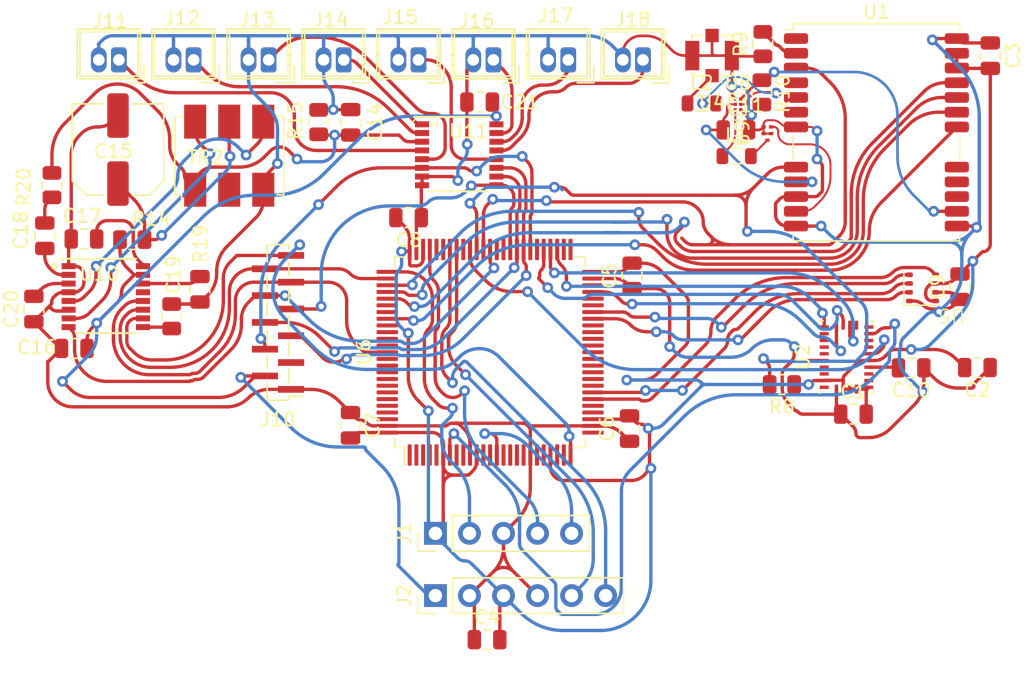
<source format=kicad_pcb>
(kicad_pcb (version 20221018) (generator pcbnew)
  (layers (0 "F.Cu" signal) (31 "B.Cu" signal) (34 "B.Paste" user) (35 "F.Paste" user) (36 "B.SilkS" user "B.Silkscreen") (37 "F.SilkS" user "F.Silkscreen") (38 "B.Mask" user) (39 "F.Mask" user) (44 "Edge.Cuts" user))
  (net 0 "")
  (net 1 "+3.3V")
  (net 2 "ULT_24")
  (net 3 "Net-(C15-Pad1)")
  (net 4 "Net-(U10-TEST)")
  (net 5 "/ultra/RTRN_ULT")
  (net 7 "/ultra/ULT_OUT_A")
  (net 8 "/ultra/ULT_OUT_B")
  (net 9 "Net-(U10-AVDD)")
  (net 10 "Net-(U10-INP)")
  (net 11 "Net-(C18-Pad2)")
  (net 12 "Net-(U10-IOREG)")
  (net 13 "Net-(U10-INN)")
  (net 14 "ULT_GND")
  (net 16 "4051_EN")
  (net 17 "4051_A0")
  (net 18 "4051_A1")
  (net 19 "4051_A2")
  (net 20 "ULT_OWB")
  (net 21 "ULT_SCK")
  (net 22 "ULT_TXD")
  (net 23 "ULT_RXD")
  (net 24 "Net-(J11-Pin_1)")
  (net 25 "Net-(J12-Pin_1)")
  (net 26 "Net-(J13-Pin_1)")
  (net 27 "Net-(J14-Pin_1)")
  (net 28 "Net-(J15-Pin_1)")
  (net 29 "Net-(J16-Pin_1)")
  (net 30 "Net-(J17-Pin_1)")
  (net 31 "Net-(J18-Pin_1)")
  (net 34 "Net-(U1-D_SEL)")
  (net 35 "/nav/1SEC_PULSE")
  (net 39 "/nav/NEO_RST")
  (net 40 "/nav/VCC_ANT")
  (net 41 "Net-(U1-RF_IN)")
  (net 42 "/nav/ANT_OFF")
  (net 46 "/nav/NEO_SPI_CSN")
  (net 47 "/nav/NEO_SPI_SCLK")
  (net 48 "/nav/NEO_SPI_MISO")
  (net 49 "/nav/NEO_SPI_MOSI")
  (net 50 "Net-(U9-IN)")
  (net 51 "Net-(U2-CAP)")
  (net 52 "Net-(U4-RF_IN)")
  (net 58 "/nav/BNO085_INT")
  (net 63 "/nav/MCU_RESET")
  (net 75 "/nav/BME280_SDO")
  (net 76 "/nav/BME280_SDI")
  (net 87 "/nav/BME280_CSB")
  (net 88 "/nav/BME280_SCK")
  (net 91 "/nav/BNO085_SCL")
  (net 95 "/nav/BNO085_MISO")
  (net 96 "/nav/BNO085_MOSI")
  (net 97 "/nav/BNO085_CS")
  (net 101 "/nav/BNO085_RST")
  (net 103 "/nav/DEBUG_RX")
  (net 104 "/nav/DEBUG_TX")
  (net 107 "/nav/MCU_SWDIO")
  (net 108 "/nav/MCU_SWCLK")
  (net 125 "Net-(U8-AO)")
  (net 126 "Net-(U8-AI)")
  (footprint "Resistor_SMD:R_0805_2012Metric" (layer "F.Cu") (at 81.883 22.624 90)
    (fp_text reference "R10")
    (fp_text value "10K")
  )
  (footprint "BUTTERFLY:SAW_FILTER" (layer "F.Cu") (at 82.289 26.198 90)
    (fp_text reference "U9")
    (fp_text value "~")
  )
  (footprint "Connector_Wuerth:Wuerth_WR-WTB_64800211622_1x02_P1.50mm_Vertical" (layer "F.Cu") (at 39.482 20.195 180)
    (fp_text reference "J12")
    (fp_text value "Conn_01x02" hide)
  )
  (footprint "Capacitor_SMD:C_0805_2012Metric" (layer "F.Cu") (at 60.823 23.344)
    (fp_text reference "C21")
    (fp_text value "100nF")
  )
  (footprint "Resistor_SMD:R_0805_2012Metric" (layer "F.Cu") (at 34.9025 33.616)
    (fp_text reference "R14")
    (fp_text value "0R")
  )
  (footprint "Resistor_SMD:R_0805_2012Metric" (layer "F.Cu") (at 48.810252 24.840752 90)
    (fp_text reference "R15")
    (fp_text value "3.9K")
  )
  (footprint "Capacitor_SMD:C_0805_2012Metric" (layer "F.Cu") (at 97.963 43.169 180)
    (fp_text reference "C2")
    (fp_text value "100nF")
  )
  (footprint "Capacitor_SMD:C_0805_2012Metric" (layer "F.Cu") (at 72.196 36.322 90)
    (fp_text reference "C5")
    (fp_text value "100nF")
  )
  (footprint "Capacitor_SMD:C_0805_2012Metric" (layer "F.Cu") (at 55.522 31.974 180)
    (fp_text reference "C8")
    (fp_text value "100nF")
  )
  (footprint "RF_Mini-Circuits:Mini-Circuits_CD542_H2.84mm" (layer "F.Cu") (at 42.139 27.348 90)
    (fp_text reference "TR2")
    (fp_text value "B78416A2232A003")
  )
  (footprint "Capacitor_SMD:C_0805_2012Metric" (layer "F.Cu") (at 61.378 63.486)
    (fp_text reference "C4")
    (fp_text value "100nF")
  )
  (footprint "Capacitor_SMD:C_0805_2012Metric" (layer "F.Cu") (at 28.376 33.323 90)
    (fp_text reference "C18")
    (fp_text value "330pF 100V")
  )
  (footprint "RF_GPS:ublox_NEO" (layer "F.Cu") (at 90.427 25.602)
    (fp_text reference "U1")
    (fp_text value "~")
  )
  (footprint "Capacitor_SMD:C_0805_2012Metric" (layer "F.Cu") (at 39.955 37.324 90)
    (fp_text reference "C19")
    (fp_text value "100nF")
  )
  (footprint "Connector_Wuerth:Wuerth_WR-WTB_64800211622_1x02_P1.50mm_Vertical" (layer "F.Cu") (at 67.434 20.195 180)
    (fp_text reference "J17")
    (fp_text value "Conn_01x02" hide)
  )
  (footprint "Connector_Wuerth:Wuerth_WR-WTB_64800211622_1x02_P1.50mm_Vertical" (layer "F.Cu") (at 45.082 20.195 180)
    (fp_text reference "J13")
    (fp_text value "Conn_01x02" hide)
  )
  (footprint "Package_QFP:LQFP-100_14x14mm_P0.5mm" (layer "F.Cu") (at 61.604 42.023 90)
    (fp_text reference "U6")
    (fp_text value "~")
  )
  (footprint "Capacitor_SMD:C_0805_2012Metric" (layer "F.Cu") (at 88.714 46.647)
    (fp_text reference "C1")
    (fp_text value "100nF")
  )
  (footprint "Connector_Wuerth:Wuerth_WR-WTB_64800211622_1x02_P1.50mm_Vertical" (layer "F.Cu") (at 50.682 20.195 180)
    (fp_text reference "J14")
    (fp_text value "Conn_01x02" hide)
  )
  (footprint "Capacitor_SMD:C_Elec_6.3x7.7" (layer "F.Cu") (at 33.839 26.8905 90)
    (fp_text reference "C15")
    (fp_text value "100uF. 35V")
  )
  (footprint "Connector_Wuerth:Wuerth_WR-WTB_64800211622_1x02_P1.50mm_Vertical" (layer "F.Cu") (at 73.01 20.195 180)
    (fp_text reference "J18")
    (fp_text value "Conn_01x02" hide)
  )
  (footprint "Capacitor_SMD:C_0805_2012Metric" (layer "F.Cu") (at 27.564 38.798 90)
    (fp_text reference "C20")
    (fp_text value "33pF")
  )
  (footprint "Package_LGA:LGA-28_5.2x3.8mm_P0.5mm" (layer "F.Cu") (at 88.195 42.3905 90)
    (fp_text reference "U2")
    (fp_text value "~")
  )
  (footprint "Package_SO:HTSSOP-16-1EP_4.4x5mm_P0.65mm_EP3.4x5mm" (layer "F.Cu") (at 59.299 27.281)
    (fp_text reference "U11")
    (fp_text value "~")
  )
  (footprint "Resistor_SMD:R_0805_2012Metric" (layer "F.Cu") (at 28.912 29.5465 90)
    (fp_text reference "R20")
    (fp_text value "100R")
  )
  (footprint "Capacitor_SMD:C_0805_2012Metric" (layer "F.Cu") (at 96.664 37.132 90)
    (fp_text reference "C9")
    (fp_text value "100nF")
  )
  (footprint "Capacitor_SMD:C_0805_2012Metric" (layer "F.Cu") (at 72.006 47.722 90)
    (fp_text reference "C6")
    (fp_text value "100nF")
  )
  (footprint "Package_SO:HTSSOP-16-1EP_4.4x5mm_P0.65mm_EP3.4x5mm" (layer "F.Cu") (at 32.931 37.872)
    (fp_text reference "U10")
    (fp_text value "~")
  )
  (footprint "Inductor_SMD:L_0805_2012Metric" (layer "F.Cu") (at 77.3955 23.449)
    (fp_text reference "L2")
    (fp_text value "12nH")
  )
  (footprint "Connector_PinSocket_1.00mm:PinSocket_1x11_P1.00mm_Vertical_SMD_Pin1Left" (layer "F.Cu") (at 45.779 39.795 180)
    (fp_text reference "J10")
    (fp_text value "Conn_01x11_Socket")
  )
  (footprint "Connector_Coaxial:U.FL_Molex_MCRF_73412-0110_Vertical" (layer "F.Cu") (at 78.166 19.8735)
    (fp_text reference "U4")
    (fp_text value "~")
  )
  (footprint "Connector_Wuerth:Wuerth_WR-WTB_64800211622_1x02_P1.50mm_Vertical" (layer "F.Cu") (at 33.906 20.195 180)
    (fp_text reference "J11")
    (fp_text value "Conn_01x02" hide)
  )
  (footprint "Inductor_SMD:L_0805_2012Metric" (layer "F.Cu") (at 79.998 27.381)
    (fp_text reference "L1")
    (fp_text value "3.9nH")
  )
  (footprint "Capacitor_SMD:C_0805_2012Metric" (layer "F.Cu") (at 51.184 47.478 -90)
    (fp_text reference "C7")
    (fp_text value "100nF")
  )
  (footprint "Capacitor_SMD:C_0805_2012Metric" (layer "F.Cu") (at 31.3 33.568 180)
    (fp_text reference "C17")
    (fp_text value "100nF" hide)
  )
  (footprint "Resistor_SMD:R_0805_2012Metric" (layer "F.Cu") (at 83.3735 44.432 180)
    (fp_text reference "R8")
    (fp_text value "1K")
  )
  (footprint "Capacitor_SMD:C_0805_2012Metric" (layer "F.Cu") (at 51.202252 24.859252 90)
    (fp_text reference "C14")
    (fp_text value "3.9nF 100V")
  )
  (footprint "Capacitor_SMD:C_0805_2012Metric" (layer "F.Cu") (at 30.576 41.738)
    (fp_text reference "C16")
    (fp_text value "100nF")
  )
  (footprint "Capacitor_SMD:C_0805_2012Metric" (layer "F.Cu") (at 79.944 25.424 180)
    (fp_text reference "C11")
    (fp_text value "33nF")
  )
  (footprint "Connector_Wuerth:Wuerth_WR-WTB_64800211622_1x02_P1.50mm_Vertical" (layer "F.Cu") (at 61.846 20.195 180)
    (fp_text reference "J16")
    (fp_text value "Conn_01x02" hide)
  )
  (footprint "Capacitor_SMD:C_0805_2012Metric" (layer "F.Cu") (at 98.924 19.878 -90)
    (fp_text reference "C3")
    (fp_text value "100nF")
  )
  (footprint "Connector_Wuerth:Wuerth_WR-WTB_64800211622_1x02_P1.50mm_Vertical" (layer "F.Cu") (at 56.258 20.195 180)
    (fp_text reference "J15")
    (fp_text value "Conn_01x02" hide)
  )
  (footprint "Connector_PinHeader_2.54mm:PinHeader_1x06_P2.54mm_Vertical" (layer "F.Cu") (at 57.524 60.197 90)
    (fp_text reference "J2")
    (fp_text value "Conn_01x06_Pin")
  )
  (footprint "Connector_PinHeader_2.54mm:PinHeader_1x05_P2.54mm_Vertical" (layer "F.Cu") (at 57.524 55.547 90)
    (fp_text reference "J1")
    (fp_text value "Conn_01x05_Pin" hide)
  )
  (footprint "Resistor_SMD:R_0805_2012Metric" (layer "F.Cu") (at 37.843 39.3405 90)
    (fp_text reference "R19")
    (fp_text value "1K")
  )
  (footprint "Resistor_SMD:R_0805_2012Metric" (layer "F.Cu") (at 81.955 19.017 90)
    (fp_text reference "R9")
    (fp_text value "1K")
  )
  (footprint "Capacitor_SMD:C_0805_2012Metric" (layer "F.Cu") (at 93.017 43.189 180)
    (fp_text reference "C10")
    (fp_text value "100nF")
  )
  (footprint "Package_LGA:Infineon_PG-TSNP-6-10_0.7x1.1mm_0.7x1.1mm_P0.4mm" (layer "F.Cu") (at 80.1 23.517)
    (fp_text reference "U8")
    (fp_text value "~")
  )
  (footprint "Library:BME280" (layer "F.Cu") (at 93.866 37.219 180)
    (fp_text reference "U5")
    (fp_text value "~")
  )
  (segment (start 86.31625 44.1405) (end 85.88375 44.1405) (width 0.25) (layer "F.Cu") (net 1))
  (segment (start 98.924 20.828) (end 98.924 33.946897) (width 0.25) (layer "F.Cu") (net 1))
  (segment (start 87.017677 44.1155) (end 87.89464 44.1155) (width 0.25) (layer "F.Cu") (net 1))
  (segment (start 71.084673 36.023) (end 69.279 36.023) (width 0.25) (layer "F.Cu") (net 1))
  (segment (start 90.3085 42.6405) (end 89.8575 42.6405) (width 0.25) (layer "F.Cu") (net 1))
  (segment (start 93.014233 41.819243) (end 94.70882 41.819243) (width 0.25) (layer "F.Cu") (net 1))
  (segment (start 58.104 48.844118) (end 58.104 49.698) (width 0.25) (layer "F.Cu") (net 1))
  (segment (start 55.604 35.455209) (end 55.604 34.45548) (width 0.25) (layer "F.Cu") (net 1))
  (segment (start 51.875378 48.023) (end 53.929 48.023) (width 0.25) (layer "F.Cu") (net 1))
  (segment (start 74.95 42.75) (end 74.05 43.65) (width 0.25) (layer "F.Cu") (net 1))
  (segment (start 86.982322 44.1155) (end 87.017677 44.1155) (width 0.25) (layer "F.Cu") (net 1))
  (segment (start 94.610424 38.199) (end 94.841 38.199) (width 0.25) (layer "F.Cu") (net 1))
  (segment (start 62.328 60.668161) (end 62.328 63.486) (width 0.25) (layer "F.Cu") (net 1))
  (segment (start 94.1 37.59062) (end 94.1 37.688575) (width 0.25) (layer "F.Cu") (net 1))
  (segment (start 59.85 51.2) (end 58.855 51.2) (width 0.25) (layer "F.Cu") (net 1))
  (segment (start 73.5 48.082842) (end 73.5 50.234314) (width 0.25) (layer "F.Cu") (net 1))
  (segment (start 55.5 40.6) (end 55.5 43.839339) (width 0.25) (layer "F.Cu") (net 1))
  (segment (start 56.604 35.070079) (end 56.604 34.348) (width 0.25) (layer "F.Cu") (net 1))
  (segment (start 89.78875 44.70925) (end 89.76075 44.73725) (width 0.25) (layer "F.Cu") (net 1))
  (segment (start 89.8575 42.6405) (end 89.5085 42.6405) (width 0.25) (layer "F.Cu") (net 1))
  (segment (start 76.4 38.282842) (end 76.4 40.25) (width 0.25) (layer "F.Cu") (net 1))
  (segment (start 76.152512 41.547487) (end 74.95 42.75) (width 0.25) (layer "F.Cu") (net 1))
  (segment (start 86.514822 44.1405) (end 86.31625 44.1405) (width 0.25) (layer "F.Cu") (net 1))
  (segment (start 60.035355 51.164644) (end 60.302 50.898) (width 0.25) (layer "F.Cu") (net 1))
  (segment (start 96.3105 36.5355) (end 96.664 36.182) (width 0.25) (layer "F.Cu") (net 1))
  (segment (start 55 34.5) (end 55.344519 34.5) (width 0.25) (layer "F.Cu") (net 1))
  (segment (start 93.014233 41.819243) (end 91.814637 41.819243) (width 0.25) (layer "F.Cu") (net 1))
  (segment (start 58.104 51.951) (end 58.104 54.556878) (width 0.25) (layer "F.Cu") (net 1))
  (segment (start 87.945 44) (end 87.945 44.12414) (width 0.25) (layer "F.Cu") (net 1))
  (segment (start 73.3 47.6) (end 73.264755 47.564755) (width 0.25) (layer "F.Cu") (net 1))
  (segment (start 66.104 50.582564) (end 66.104 49.698) (width 0.25) (layer "F.Cu") (net 1))
  (segment (start 96.427 20.783615) (end 96.427 19.702) (width 0.25) (layer "F.Cu") (net 1))
  (segment (start 62.466 60.335) (end 62.604 60.197) (width 0.25) (layer "F.Cu") (net 1))
  (segment (start 85.865621 44.1405) (end 85.88375 44.1405) (width 0.25) (layer "F.Cu") (net 1))
  (segment (start 91.078405 42.321594) (end 91.4 42) (width 0.25) (layer "F.Cu") (net 1))
  (segment (start 95.006 36.889) (end 94.676 36.889) (width 0.25) (layer "F.Cu") (net 1))
  (segment (start 87.945 44.12414) (end 87.945 44.165859) (width 0.25) (layer "F.Cu") (net 1))
  (segment (start 95.006 36.889) (end 95.457075 36.889) (width 0.25) (layer "F.Cu") (net 1))
  (segment (start 85.368 44.432) (end 84.286 44.432) (width 0.25) (layer "F.Cu") (net 1))
  (segment (start 91.415378 41.984621) (end 91.25 42.15) (width 0.25) (layer "F.Cu") (net 1))
  (segment (start 57.282881 48.023) (end 53.929 48.023) (width 0.25) (layer "F.Cu") (net 1))
  (segment (start 55.604 34.240519) (end 55.604 33.677) (width 0.25) (layer "F.Cu") (net 1))
  (segment (start 89.664 44.970825) (end 89.664 46.647) (width 0.25) (layer "F.Cu") (net 1))
  (segment (start 55.604 34.240519) (end 55.604 34.45548) (width 0.25) (layer "F.Cu") (net 1))
  (segment (start 71.577516 47.023) (end 69.279 47.023) (width 0.25) (layer "F.Cu") (net 1))
  (segment (start 51.3865 48.2255) (end 51.184 48.428) (width 0.25) (layer "F.Cu") (net 1))
  (segment (start 55.72179 35.573) (end 56.101079 35.573) (width 0.25) (layer "F.Cu") (net 1))
  (segment (start 96.338121 42.494121) (end 97.013 43.169) (width 0.25) (layer "F.Cu") (net 1))
  (segment (start 58.104 51.951) (end 58.104 50.449) (width 0.25) (layer "F.Cu") (net 1))
  (segment (start 71.8 44.1) (end 72.963603 44.1) (width 0.25) (layer "F.Cu") (net 1))
  (segment (start 87.945 44.778) (end 89.622772 44.778) (width 0.25) (layer "F.Cu") (net 1))
  (segment (start 98.924 20.828) (end 96.471384 20.828) (width 0.25) (layer "F.Cu") (net 1))
  (segment (start 57.814 55.257) (end 57.524 55.547) (width 0.25) (layer "F.Cu") (net 1))
  (segment (start 88.04753 43.752469) (end 88.912719 42.88728) (width 0.25) (layer "F.Cu") (net 1))
  (segment (start 87.945 44.778) (end 87.945 44.165859) (width 0.25) (layer "F.Cu") (net 1))
  (segment (start 98.256197 34.589802) (end 96.664 36.182) (width 0.25) (layer "F.Cu") (net 1))
  (segment (start 72.134314 51.6) (end 67.121435 51.6) (width 0.25) (layer "F.Cu") (net 1))
  (segment (start 98.689802 34.410197) (end 98.762 34.338) (width 0.25) (layer "F.Cu") (net 1))
  (segment (start 72.656326 35.372) (end 72.984 35.372) (width 0.25) (layer "F.Cu") (net 1))
  (segment (start 94.394327 37.005672) (end 94.3055 37.0945) (width 0.25) (layer "F.Cu") (net 1))
  (segment (start 72.1315 46.8975) (end 72.469244 47.235244) (width 0.25) (layer "F.Cu") (net 1))
  (segment (start 75.8 37.4) (end 76.2 37.8) (width 0.25) (layer "F.Cu") (net 1))
  (segment (start 60.604 50.168907) (end 60.604 49.698) (width 0.25) (layer "F.Cu") (net 1))
  (segment (start 76.4 40.25) (end 76.4 40.95) (width 0.25) (layer "F.Cu") (net 1))
  (segment (start 86.982322 44.1155) (end 86.575177 44.1155) (width 0.25) (layer "F.Cu") (net 1))
  (segment (start 75.8 37.4) (end 74.3292 35.9292) (width 0.25) (layer "F.Cu") (net 1))
  (segment (start 59.95 51.2) (end 59.85 51.2) (width 0.25) (layer "F.Cu") (net 1))
  (segment (start 58.104 50.449) (end 58.104 49.698) (width 0.25) (layer "F.Cu") (net 1))
  (segment (start 57 46.4) (end 56.25 45.65) (width 0.25) (layer "F.Cu") (net 1))
  (segment (start 55.129531 32.531531) (end 54.572 31.974) (width 0.25) (layer "F.Cu") (net 1))
  (segment (start 85.368 44.432) (end 85.51375 44.28625) (width 0.25) (layer "F.Cu") (net 1))
  (segment (start 85.88375 44.1405) (end 86.31625 44.1405) (width 0.25) (layer "F.Cu") (net 1))
  (segment (start 86.31625 44.1405) (end 86.957322 44.1405) (width 0.25) (layer "F.Cu") (net 1))
  (via (at 71.8 44.1) (size 0.8) (drill 0.4) (layers "F.Cu" "B.Cu") (net 1))
  (via (at 93.014233 41.819243) (size 0.8) (drill 0.4) (layers "F.Cu" "B.Cu") (net 1))
  (via (at 73.4 47.7) (size 0.8) (drill 0.4) (layers "F.Cu" "B.Cu") (net 1))
  (via (at 55.5 40.6) (size 0.8) (drill 0.4) (layers "F.Cu" "B.Cu") (net 1))
  (via (at 55 34.5) (size 0.8) (drill 0.4) (layers "F.Cu" "B.Cu") (net 1))
  (via (at 57 46.4) (size 0.8) (drill 0.4) (layers "F.Cu" "B.Cu") (net 1))
  (via (at 73.6 50.7) (size 0.8) (drill 0.4) (layers "F.Cu" "B.Cu") (net 1))
  (via (at 85.368 44.432) (size 0.8) (drill 0.4) (layers "F.Cu" "B.Cu") (net 1))
  (via (at 97.623 35.223) (size 0.8) (drill 0.4) (layers "F.Cu" "B.Cu") (net 1))
  (arc (start 55.129531 32.531531) (mid 55.480689 33.057076) (end 55.604 33.677) (width 0.25) (layer "F.Cu") (net 1))
  (arc (start 87.93025 44.13025) (mid 87.939666 44.132122) (end 87.945 44.12414) (width 0.25) (layer "F.Cu") (net 1))
  (arc (start 86.545 44.128) (mid 86.531154 44.137251) (end 86.514822 44.1405) (width 0.25) (layer "F.Cu") (net 1))
  (arc (start 86.9875 44.128) (mid 86.973654 44.137251) (end 86.957322 44.1405) (width 0.25) (layer "F.Cu") (net 1))
  (arc (start 66.104 50.582564) (mid 66.181447 50.97192) (end 66.402 51.302) (width 0.25) (layer "F.Cu") (net 1))
  (arc (start 55.604 35.455209) (mid 55.612966 35.500285) (end 55.6385 35.5385) (width 0.25) (layer "F.Cu") (net 1))
  (arc (start 86.575177 44.1155) (mid 86.558845 44.118748) (end 86.545 44.128) (width 0.25) (layer "F.Cu") (net 1))
  (arc (start 85.865621 44.1405) (mid 85.675189 44.178379) (end 85.51375 44.28625) (width 0.25) (layer "F.Cu") (net 1))
  (arc (start 55.6385 35.5385) (mid 55.676713 35.564033) (end 55.72179 35.573) (width 0.25) (layer "F.Cu") (net 1))
  (arc (start 98.689802 34.410197) (mid 98.590332 34.47666) (end 98.473 34.5) (width 0.25) (layer "F.Cu") (net 1))
  (arc (start 86.31625 44.1405) (mid 86.31625 44.1405) (end 86.31625 44.1405) (width 0.25) (layer "F.Cu") (net 1))
  (arc (start 66.402 51.302) (mid 66.732079 51.522552) (end 67.121435 51.6) (width 0.25) (layer "F.Cu") (net 1))
  (arc (start 89.5085 42.6405) (mid 89.186065 42.704636) (end 88.912719 42.88728) (width 0.25) (layer "F.Cu") (net 1))
  (arc (start 58.104 54.556878) (mid 58.028631 54.935781) (end 57.814 55.257) (width 0.25) (layer "F.Cu") (net 1))
  (arc (start 94.676 36.889) (mid 94.523559 36.919322) (end 94.394327 37.005672) (width 0.25) (layer "F.Cu") (net 1))
  (arc (start 51.875378 48.023) (mid 51.610799 48.075628) (end 51.3865 48.2255) (width 0.25) (layer "F.Cu") (net 1))
  (arc (start 74.3292 35.9292) (mid 73.712017 35.516811) (end 72.984 35.372) (width 0.25) (layer "F.Cu") (net 1))
  (arc (start 76.2 37.8) (mid 76.348021 38.021529) (end 76.4 38.282842) (width 0.25) (layer "F.Cu") (net 1))
  (arc (start 55.604 34.45548) (mid 55.576517 34.414349) (end 55.528 34.424) (width 0.25) (layer "F.Cu") (net 1))
  (arc (start 60.035355 51.164644) (mid 59.996193 51.190811) (end 59.95 51.2) (width 0.25) (layer "F.Cu") (net 1))
  (arc (start 91.078405 42.321594) (mid 90.725169 42.557619) (end 90.3085 42.6405) (width 0.25) (layer "F.Cu") (net 1))
  (arc (start 76.4 40.95) (mid 76.335679 41.273357) (end 76.152512 41.547487) (width 0.25) (layer "F.Cu") (net 1))
  (arc (start 89.78875 44.70925) (mid 89.712598 44.760132) (end 89.622772 44.778) (width 0.25) (layer "F.Cu") (net 1))
  (arc (start 94.3055 37.0945) (mid 94.153407 37.322121) (end 94.1 37.59062) (width 0.25) (layer "F.Cu") (net 1))
  (arc (start 57.8635 48.2635) (mid 58.041496 48.529889) (end 58.104 48.844118) (width 0.25) (layer "F.Cu") (net 1))
  (arc (start 55.528 34.424) (mid 55.584248 34.339818) (end 55.604 34.240519) (width 0.25) (layer "F.Cu") (net 1))
  (arc (start 72.656326 35.372) (mid 72.23104 35.456594) (end 71.8705 35.6975) (width 0.25) (layer "F.Cu") (net 1))
  (arc (start 87.93025 44.13025) (mid 87.913912 44.119333) (end 87.89464 44.1155) (width 0.25) (layer "F.Cu") (net 1))
  (arc (start 56.456698 35.425698) (mid 56.293538 35.534717) (end 56.101079 35.573) (width 0.25) (layer "F.Cu") (net 1))
  (arc (start 71.8805 46.8975) (mid 71.741489 46.990383) (end 71.577516 47.023) (width 0.25) (layer "F.Cu") (net 1))
  (arc (start 86.9875 44.128) (mid 86.989087 44.12002) (end 86.982322 44.1155) (width 0.25) (layer "F.Cu") (net 1))
  (arc (start 96.338121 42.494121) (mid 95.590591 41.994638) (end 94.70882 41.819243) (width 0.25) (layer "F.Cu") (net 1))
  (arc (start 87.017677 44.1155) (mid 87.001345 44.118748) (end 86.9875 44.128) (width 0.25) (layer "F.Cu") (net 1))
  (arc (start 74.05 43.65) (mid 73.551556 43.983048) (end 72.963603 44.1) (width 0.25) (layer "F.Cu") (net 1))
  (arc (start 55.5 43.839339) (mid 55.694918 44.819261) (end 56.25 45.65) (width 0.25) (layer "F.Cu") (net 1))
  (arc (start 89.76075 44.73725) (mid 89.689144 44.844415) (end 89.664 44.970825) (width 0.25) (layer "F.Cu") (net 1))
  (arc (start 72.469244 47.235244) (mid 72.651736 47.357181) (end 72.867 47.4) (width 0.25) (layer "F.Cu") (net 1))
  (arc (start 73.3 47.6) (mid 73.448021 47.821529) (end 73.5 48.082842) (width 0.25) (layer "F.Cu") (net 1))
  (arc (start 57.8635 48.2635) (mid 57.597109 48.085503) (end 57.282881 48.023) (width 0.25) (layer "F.Cu") (net 1))
  (arc (start 73.1 51.2) (mid 72.656939 51.496043) (end 72.134314 51.6) (width 0.25) (layer "F.Cu") (net 1))
  (arc (start 94.1 37.688575) (mid 94.138853 37.883906) (end 94.2495 38.0495) (width 0.25) (layer "F.Cu") (net 1))
  (arc (start 98.924 33.946897) (mid 98.881897 34.15856) (end 98.762 34.338) (width 0.25) (layer "F.Cu") (net 1))
  (arc (start 89.78875 44.70925) (mid 89.78875 44.70925) (end 89.78875 44.70925) (width 0.25) (layer "F.Cu") (net 1))
  (arc (start 56.604 35.070079) (mid 56.565717 35.262538) (end 56.456698 35.425698) (width 0.25) (layer "F.Cu") (net 1))
  (arc (start 60.604 50.168907) (mid 60.525512 50.563489) (end 60.302 50.898) (width 0.25) (layer "F.Cu") (net 1))
  (arc (start 96.44 20.815) (mid 96.454399 20.824621) (end 96.471384 20.828) (width 0.25) (layer "F.Cu") (net 1))
  (arc (start 58.855 51.2) (mid 58.323962 51.419962) (end 58.104 51.951) (width 0.25) (layer "F.Cu") (net 1))
  (arc (start 96.427 20.783615) (mid 96.430378 20.8006) (end 96.44 20.815) (width 0.25) (layer "F.Cu") (net 1))
  (arc (start 98.473 34.5) (mid 98.355667 34.523338) (end 98.256197 34.589802) (width 0.25) (layer "F.Cu") (net 1))
  (arc (start 96.3105 36.5355) (mid 95.918945 36.797128) (end 95.457075 36.889) (width 0.25) (layer "F.Cu") (net 1))
  (arc (start 71.8705 35.6975) (mid 71.509959 35.938405) (end 71.084673 36.023) (width 0.25) (layer "F.Cu") (net 1))
  (arc (start 55.528 34.424) (mid 55.443818 34.480248) (end 55.344519 34.5) (width 0.25) (layer "F.Cu") (net 1))
  (arc (start 88.04753 43.752469) (mid 87.971646 43.866037) (end 87.945 44) (width 0.25) (layer "F.Cu") (net 1))
  (arc (start 94.2495 38.0495) (mid 94.415093 38.160146) (end 94.610424 38.199) (width 0.25) (layer "F.Cu") (net 1))
  (arc (start 58.104 50.449) (mid 58.323962 50.980037) (end 58.855 51.2) (width 0.25) (layer "F.Cu") (net 1))
  (arc (start 72.1315 46.8975) (mid 72.006 46.845516) (end 71.8805 46.8975) (width 0.25) (layer "F.Cu") (net 1))
  (arc (start 91.814637 41.819243) (mid 91.598559 41.862223) (end 91.415378 41.984621) (width 0.25) (layer "F.Cu") (net 1))
  (arc (start 73.5 50.234314) (mid 73.396043 50.756939) (end 73.1 51.2) (width 0.25) (layer "F.Cu") (net 1))
  (arc (start 62.466 60.335) (mid 62.363865 60.487855) (end 62.328 60.668161) (width 0.25) (layer "F.Cu") (net 1))
  (arc (start 87.945 44.165859) (mid 87.941166 44.146587) (end 87.93025 44.13025) (width 0.25) (layer "F.Cu") (net 1))
  (arc (start 73.264755 47.564755) (mid 73.082263 47.442818) (end 72.867 47.4) (width 0.25) (layer "F.Cu") (net 1))
  (segment (start 57 46.4) (end 57 54.652476) (width 0.25) (layer "B.Cu") (net 1))
  (segment (start 77.325007 44.597999) (end 74.513985 47.409022) (width 0.25) (layer "B.Cu") (net 1))
  (segment (start 71.8 44.1) (end 76.924248 44.1) (width 0.25) (layer "B.Cu") (net 1))
  (segment (start 69.844365 62.8) (end 67.047598 62.8) (width 0.25) (layer "B.Cu") (net 1))
  (segment (start 85.368 44.432) (end 77.725767 44.432) (width 0.25) (layer "B.Cu") (net 1))
  (segment (start 94.45783 41.442169) (end 96.543247 39.356752) (width 0.25) (layer "B.Cu") (net 1))
  (segment (start 62.604 60.197) (end 63.9055 61.4985) (width 0.25) (layer "B.Cu") (net 1))
  (segment (start 57.461421 55.484421) (end 57.262 55.285) (width 0.25) (layer "B.Cu") (net 1))
  (segment (start 55.164644 40.364644) (end 54.9 40.1) (width 0.25) (layer "B.Cu") (net 1))
  (segment (start 55 34.5) (end 55 35.417157) (width 0.25) (layer "B.Cu") (net 1))
  (segment (start 54.6 36.382842) (end 54.6 39.375735) (width 0.25) (layer "B.Cu") (net 1))
  (segment (start 62.604 60.197) (end 60.221606 57.814606) (width 0.25) (layer "B.Cu") (net 1))
  (segment (start 57.586578 55.786578) (end 59.185393 57.385393) (width 0.25) (layer "B.Cu") (net 1))
  (segment (start 97.623 36.75) (end 97.623 35.223) (width 0.25) (layer "B.Cu") (net 1))
  (segment (start 73.4 47.7) (end 73.811504 47.7) (width 0.25) (layer "B.Cu") (net 1))
  (segment (start 73.6 50.7) (end 73.6 59.044365) (width 0.25) (layer "B.Cu") (net 1))
  (segment (start 55.335355 40.435355) (end 55.5 40.6) (width 0.25) (layer "B.Cu") (net 1))
  (segment (start 93.547495 41.819243) (end 93.014233 41.819243) (width 0.25) (layer "B.Cu") (net 1))
  (arc (start 74.513985 47.409022) (mid 74.191684 47.624377) (end 73.811504 47.7) (width 0.25) (layer "B.Cu") (net 1))
  (arc (start 72.5 61.7) (mid 71.281584 62.514119) (end 69.844365 62.8) (width 0.25) (layer "B.Cu") (net 1))
  (arc (start 55.335355 40.435355) (mid 55.296193 40.409188) (end 55.25 40.4) (width 0.25) (layer "B.Cu") (net 1))
  (arc (start 57.524 55.6355) (mid 57.540263 55.717263) (end 57.586578 55.786578) (width 0.25) (layer "B.Cu") (net 1))
  (arc (start 77.725767 44.432) (mid 77.508877 44.475141) (end 77.325007 44.597999) (width 0.25) (layer "B.Cu") (net 1))
  (arc (start 54.6 39.375735) (mid 54.677967 39.767704) (end 54.9 40.1) (width 0.25) (layer "B.Cu") (net 1))
  (arc (start 55.164644 40.364644) (mid 55.203805 40.390811) (end 55.25 40.4) (width 0.25) (layer "B.Cu") (net 1))
  (arc (start 73.6 59.044365) (mid 73.314119 60.481584) (end 72.5 61.7) (width 0.25) (layer "B.Cu") (net 1))
  (arc (start 57 54.652476) (mid 57.068091 54.994795) (end 57.262 55.285) (width 0.25) (layer "B.Cu") (net 1))
  (arc (start 57.461421 55.484421) (mid 57.507736 55.553736) (end 57.524 55.6355) (width 0.25) (layer "B.Cu") (net 1))
  (arc (start 77.325008 44.266) (mid 77.141137 44.143141) (end 76.924248 44.1) (width 0.25) (layer "B.Cu") (net 1))
  (arc (start 60.221606 57.814606) (mid 59.983897 57.655774) (end 59.7035 57.6) (width 0.25) (layer "B.Cu") (net 1))
  (arc (start 77.325008 44.266) (mid 77.508877 44.388858) (end 77.725767 44.432) (width 0.25) (layer "B.Cu") (net 1))
  (arc (start 97.623 36.75) (mid 97.342381 38.160764) (end 96.543247 39.356752) (width 0.25) (layer "B.Cu") (net 1))
  (arc (start 54.8 35.9) (mid 54.651978 36.121529) (end 54.6 36.382842) (width 0.25) (layer "B.Cu") (net 1))
  (arc (start 77.325007 44.597999) (mid 77.393767 44.431999) (end 77.325008 44.266) (width 0.25) (layer "B.Cu") (net 1))
  (arc (start 63.9055 61.4985) (mid 65.347107 62.461751) (end 67.047598 62.8) (width 0.25) (layer "B.Cu") (net 1))
  (arc (start 55 35.417157) (mid 54.948021 35.678469) (end 54.8 35.9) (width 0.25) (layer "B.Cu") (net 1))
  (arc (start 94.45783 41.442169) (mid 94.040164 41.721244) (end 93.547495 41.819243) (width 0.25) (layer "B.Cu") (net 1))
  (arc (start 59.185393 57.385393) (mid 59.423102 57.544225) (end 59.7035 57.6) (width 0.25) (layer "B.Cu") (net 1))
  (segment (start 43.0525 43.8475) (end 43 43.9) (width 0.25) (layer "F.Cu") (net 2))
  (segment (start 35.044878 36.244878) (end 34.5185 35.7185) (width 0.25) (layer "F.Cu") (net 2))
  (segment (start 31.748528 45.4) (end 41.339093 45.4) (width 0.25) (layer "F.Cu") (net 2))
  (segment (start 33.99 34.442588) (end 33.99 33.616) (width 0.25) (layer "F.Cu") (net 2))
  (segment (start 33.817157 38.282842) (end 31.937536 40.162463) (width 0.25) (layer "F.Cu") (net 2))
  (segment (start 34.382842 36.917157) (end 35.044878 36.255121) (width 0.25) (layer "F.Cu") (net 2))
  (segment (start 31.526 41.156) (end 31.526 41.738) (width 0.25) (layer "F.Cu") (net 2))
  (segment (start 44.4415 43.795) (end 43.179246 43.795) (width 0.25) (layer "F.Cu") (net 2))
  (segment (start 62.074 23.857839) (end 62.074 25.006) (width 0.25) (layer "F.Cu") (net 2))
  (segment (start 35.05 36.247) (end 35.706 36.247) (width 0.25) (layer "F.Cu") (net 2))
  (segment (start 43.822673 44.051326) (end 43.2765 44.5975) (width 0.25) (layer "F.Cu") (net 2))
  (segment (start 61.9235 23.4945) (end 61.773 23.344) (width 0.25) (layer "F.Cu") (net 2))
  (segment (start 29.7 44.2) (end 30.3 44.8) (width 0.25) (layer "F.Cu") (net 2))
  (via (at 62.074 24.4) (size 0.8) (drill 0.4) (layers "F.Cu" "B.Cu") (net 2))
  (via (at 29.7 44.2) (size 0.8) (drill 0.4) (layers "F.Cu" "B.Cu") (net 2))
  (via (at 32.25 39.85) (size 0.8) (drill 0.4) (layers "F.Cu" "B.Cu") (net 2))
  (via (at 43 43.9) (size 0.8) (drill 0.4) (layers "F.Cu" "B.Cu") (net 2))
  (arc (start 34.382842 36.917157) (mid 34.173508 37.230448) (end 34.1 37.6) (width 0.25) (layer "F.Cu") (net 2))
  (arc (start 33.99 34.442588) (mid 34.127352 35.133106) (end 34.5185 35.7185) (width 0.25) (layer "F.Cu") (net 2))
  (arc (start 44.4415 43.795) (mid 44.4415 43.795) (end 44.4415 43.795) (width 0.25) (layer "F.Cu") (net 2))
  (arc (start 61.9235 23.4945) (mid 62.034886 23.661201) (end 62.074 23.857839) (width 0.25) (layer "F.Cu") (net 2))
  (arc (start 35.047 36.25) (mid 35.046448 36.252771) (end 35.044878 36.255121) (width 0.25) (layer "F.Cu") (net 2))
  (arc (start 44.4415 43.795) (mid 44.106593 43.861616) (end 43.822673 44.051326) (width 0.25) (layer "F.Cu") (net 2))
  (arc (start 35.05 36.247) (mid 35.047878 36.247878) (end 35.047 36.25) (width 0.25) (layer "F.Cu") (net 2))
  (arc (start 35.047 36.25) (mid 35.046448 36.247228) (end 35.044878 36.244878) (width 0.25) (layer "F.Cu") (net 2))
  (arc (start 31.937536 40.162463) (mid 31.632954 40.618301) (end 31.526 41.156) (width 0.25) (layer "F.Cu") (net 2))
  (arc (start 43.179246 43.795) (mid 43.110651 43.808644) (end 43.0525 43.8475) (width 0.25) (layer "F.Cu") (net 2))
  (arc (start 30.3 44.8) (mid 30.96459 45.244065) (end 31.748528 45.4) (width 0.25) (layer "F.Cu") (net 2))
  (arc (start 43.2765 44.5975) (mid 42.38761 45.191437) (end 41.339093 45.4) (width 0.25) (layer "F.Cu") (net 2))
  (arc (start 35.044878 36.244878) (mid 35.047228 36.246448) (end 35.05 36.247) (width 0.25) (layer "F.Cu") (net 2))
  (arc (start 34.1 37.6) (mid 34.026491 37.969551) (end 33.817157 38.282842) (width 0.25) (layer "F.Cu") (net 2))
  (segment (start 51.906206 25.993792) (end 49.193792 28.706207) (width 0.25) (layer "B.Cu") (net 2))
  (segment (start 46.750431 47.650431) (end 43 43.9) (width 0.25) (layer "B.Cu") (net 2))
  (segment (start 32.25 39.85) (end 40.206207 31.893792) (width 0.25) (layer "B.Cu") (net 2))
  (segment (start 32.25 39.85) (end 32.25 40.75) (width 0.25) (layer "B.Cu") (net 2))
  (segment (start 54.75 57.95) (end 56.810677 60.010677) (width 0.25) (layer "B.Cu") (net 2))
  (segment (start 44.053963 30.3) (end 45.346036 30.3) (width 0.25) (layer "B.Cu") (net 2))
  (segment (start 57.2605 60.197) (end 57.524 60.197) (width 0.25) (layer "B.Cu") (net 2))
  (segment (start 54.8 53.567766) (end 54.8 57.729289) (width 0.25) (layer "B.Cu") (net 2))
  (segment (start 52.37071 49.37071) (end 53.55 50.55) (width 0.25) (layer "B.Cu") (net 2))
  (segment (start 50.25 49.1) (end 52.2 49.1) (width 0.25) (layer "B.Cu") (net 2))
  (segment (start 29.7 44.2) (end 31.613603 42.286396) (width 0.25) (layer "B.Cu") (net 2))
  (segment (start 55.753963 24.4) (end 62.074 24.4) (width 0.25) (layer "B.Cu") (net 2))
  (arc (start 54.75 57.85) (mid 54.729289 57.9) (end 54.75 57.95) (width 0.25) (layer "B.Cu") (net 2))
  (arc (start 52.3 49.2) (mid 52.318376 49.292387) (end 52.37071 49.37071) (width 0.25) (layer "B.Cu") (net 2))
  (arc (start 49.193792 28.706207) (mid 47.428426 29.885786) (end 45.346036 30.3) (width 0.25) (layer "B.Cu") (net 2))
  (arc (start 44.053963 30.3) (mid 41.971572 30.714213) (end 40.206207 31.893792) (width 0.25) (layer "B.Cu") (net 2))
  (arc (start 52.3 49.2) (mid 52.27071 49.129289) (end 52.2 49.1) (width 0.25) (layer "B.Cu") (net 2))
  (arc (start 53.55 50.55) (mid 54.475135 51.934562) (end 54.8 53.567766) (width 0.25) (layer "B.Cu") (net 2))
  (arc (start 56.810677 60.010677) (mid 57.017057 60.148576) (end 57.2605 60.197) (width 0.25) (layer "B.Cu") (net 2))
  (arc (start 46.750431 47.650431) (mid 48.356046 48.723269) (end 50.25 49.1) (width 0.25) (layer "B.Cu") (net 2))
  (arc (start 54.8 57.729289) (mid 54.787005 57.794617) (end 54.75 57.85) (width 0.25) (layer "B.Cu") (net 2))
  (arc (start 55.753963 24.4) (mid 53.671572 24.814213) (end 51.906206 25.993792) (width 0.25) (layer "B.Cu") (net 2))
  (arc (start 32.25 40.75) (mid 32.084605 41.581491) (end 31.613603 42.286396) (width 0.25) (layer "B.Cu") (net 2))
  (segment (start 35.032939 30.621939) (end 33.839 29.428) (width 0.25) (layer "F.Cu") (net 3))
  (segment (start 42.139 27.295866) (end 42.139 24.808) (width 0.25) (layer "F.Cu") (net 3))
  (segment (start 35.815 33.616) (end 35.815 32.51) (width 0.25) (layer "F.Cu") (net 3))
  (segment (start 36.942 33.458) (end 37.1 33.3) (width 0.25) (layer "F.Cu") (net 3))
  (segment (start 42.1695 27.3695) (end 42.2 27.4) (width 0.25) (layer "F.Cu") (net 3))
  (segment (start 35.815 33.616) (end 36.560554 33.616) (width 0.25) (layer "F.Cu") (net 3))
  (via (at 42.2 27.4) (size 0.8) (drill 0.4) (layers "F.Cu" "B.Cu") (net 3))
  (via (at 37.1 33.3) (size 0.8) (drill 0.4) (layers "F.Cu" "B.Cu") (net 3))
  (arc (start 42.139 27.295866) (mid 42.146926 27.335716) (end 42.1695 27.3695) (width 0.25) (layer "F.Cu") (net 3))
  (arc (start 36.942 33.458) (mid 36.766991 33.574937) (end 36.560554 33.616) (width 0.25) (layer "F.Cu") (net 3))
  (arc (start 35.032939 30.621939) (mid 35.611748 31.488189) (end 35.815 32.51) (width 0.25) (layer "F.Cu") (net 3))
  (segment (start 42.2 27.8) (end 42.2 27.4) (width 0.25) (layer "B.Cu") (net 3))
  (segment (start 41.917157 28.482842) (end 37.1 33.3) (width 0.25) (layer "B.Cu") (net 3))
  (arc (start 42.2 27.8) (mid 42.126491 28.169551) (end 41.917157 28.482842) (width 0.25) (layer "B.Cu") (net 3))
  (segment (start 37.946 40.05) (end 38.043 39.953) (width 0.25) (layer "F.Cu") (net 4))
  (segment (start 37.711821 40.147) (end 35.706 40.147) (width 0.25) (layer "F.Cu") (net 4))
  (arc (start 37.946 40.05) (mid 37.838557 40.12179) (end 37.711821 40.147) (width 0.25) (layer "F.Cu") (net 4))
  (segment (start 51.202252 25.809252) (end 54.784205 25.809252) (width 0.25) (layer "F.Cu") (net 5))
  (segment (start 39.999499 28.600499) (end 39.912601 28.687398) (width 0.25) (layer "F.Cu") (net 5))
  (segment (start 55.753 26.306) (end 55.706 26.306) (width 0.25) (layer "F.Cu") (net 5))
  (segment (start 38.25 27.95) (end 38.591757 28.291757) (width 0.25) (layer "F.Cu") (net 5))
  (segment (start 28.912 27.261) (end 28.912 28.634) (width 0.25) (layer "F.Cu") (net 5))
  (segment (start 54.804626 25.804626) (end 55.131344 26.131344) (width 0.25) (layer "F.Cu") (net 5))
  (segment (start 48.905849 25.809252) (end 51.202252 25.809252) (width 0.25) (layer "F.Cu") (net 5))
  (segment (start 32.092893 22.707106) (end 29.882857 24.917142) (width 0.25) (layer "F.Cu") (net 5))
  (segment (start 55.847 26.306) (end 56.524 26.306) (width 0.25) (layer "F.Cu") (net 5))
  (segment (start 46.582842 26.982842) (end 47.2 27.6) (width 0.25) (layer "F.Cu") (net 5))
  (segment (start 35.507106 22.707106) (end 36.816116 24.016116) (width 0.25) (layer "F.Cu") (net 5))
  (segment (start 40.966392 28.2) (end 42.939339 28.2) (width 0.25) (layer "F.Cu") (net 5))
  (segment (start 39.320753 29.609753) (end 39.008242 29.297242) (width 0.25) (layer "F.Cu") (net 5))
  (segment (start 37.7 26.622182) (end 37.7 26.15) (width 0.25) (layer "F.Cu") (net 5))
  (segment (start 48.838252 25.781252) (end 48.810252 25.753252) (width 0.25) (layer "F.Cu") (net 5))
  (segment (start 55.847 26.306) (end 55.753 26.306) (width 0.25) (layer "F.Cu") (net 5))
  (segment (start 39.599 29.4945) (end 39.599 29.101) (width 0.25) (layer "F.Cu") (net 5))
  (segment (start 39.599 29.4945) (end 39.599 29.4445) (width 0.25) (layer "F.Cu") (net 5))
  (segment (start 44.749999 27.449999) (end 45.217157 26.982842) (width 0.25) (layer "F.Cu") (net 5))
  (segment (start 55.753 26.306) (end 55.847 26.306) (width 0.25) (layer "F.Cu") (net 5))
  (segment (start 55.753 26.306) (end 55.553 26.306) (width 0.25) (layer "F.Cu") (net 5))
  (via (at 47.2 27.6) (size 0.8) (drill 0.4) (layers "F.Cu" "B.Cu") (net 5))
  (via (at 50 25.809252) (size 0.8) (drill 0.4) (layers "F.Cu" "B.Cu") (net 5))
  (arc (start 48.838252 25.781252) (mid 48.869265 25.801975) (end 48.905849 25.809252) (width 0.25) (layer "F.Cu") (net 5))
  (arc (start 39.599 29.4945) (mid 39.498381 29.645085) (end 39.320753 29.609753) (width 0.25) (layer "F.Cu") (net 5))
  (arc (start 37.7 26.622182) (mid 37.84294 27.340792) (end 38.25 27.95) (width 0.25) (layer "F.Cu") (net 5))
  (arc (start 35.507106 22.707106) (mid 34.723879 22.18377) (end 33.8 22) (width 0.25) (layer "F.Cu") (net 5))
  (arc (start 29.882857 24.917142) (mid 29.164317 25.992513) (end 28.912 27.261) (width 0.25) (layer "F.Cu") (net 5))
  (arc (start 40.966392 28.2) (mid 40.443113 28.304086) (end 39.999499 28.600499) (width 0.25) (layer "F.Cu") (net 5))
  (arc (start 55.753 26.306) (mid 55.753 26.306) (end 55.753 26.306) (width 0.25) (layer "F.Cu") (net 5))
  (arc (start 54.804626 25.804626) (mid 54.8 25.802709) (end 54.795374 25.804626) (width 0.25) (layer "F.Cu") (net 5))
  (arc (start 36.816116 24.016116) (mid 37.470286 24.99515) (end 37.7 26.15) (width 0.25) (layer "F.Cu") (net 5))
  (arc (start 39.320753 29.609753) (mid 39.498381 29.645085) (end 39.599 29.4945) (width 0.25) (layer "F.Cu") (net 5))
  (arc (start 54.795374 25.804626) (mid 54.790249 25.808049) (end 54.784205 25.809252) (width 0.25) (layer "F.Cu") (net 5))
  (arc (start 39.912601 28.687398) (mid 39.680502 29.034759) (end 39.599 29.4445) (width 0.25) (layer "F.Cu") (net 5))
  (arc (start 55.131344 26.131344) (mid 55.324801 26.260608) (end 55.553 26.306) (width 0.25) (layer "F.Cu") (net 5))
  (arc (start 39.599 29.4945) (mid 39.599 29.4945) (end 39.599 29.4945) (width 0.25) (layer "F.Cu") (net 5))
  (arc (start 38.8 28.7945) (mid 38.85412 29.066582) (end 39.008242 29.297242) (width 0.25) (layer "F.Cu") (net 5))
  (arc (start 33.8 22) (mid 32.87612 22.18377) (end 32.092893 22.707106) (width 0.25) (layer "F.Cu") (net 5))
  (arc (start 44.749999 27.449999) (mid 43.919261 28.005081) (end 42.939339 28.2) (width 0.25) (layer "F.Cu") (net 5))
  (arc (start 46.582842 26.982842) (mid 46.269551 26.773508) (end 45.9 26.7) (width 0.25) (layer "F.Cu") (net 5))
  (arc (start 38.591757 28.291757) (mid 38.745879 28.522417) (end 38.8 28.7945) (width 0.25) (layer "F.Cu") (net 5))
  (arc (start 45.9 26.7) (mid 45.530448 26.773508) (end 45.217157 26.982842) (width 0.25) (layer "F.Cu") (net 5))
  (segment (start 47.541421 27.8) (end 48.975735 27.8) (width 0.25) (layer "B.Cu") (net 5))
  (segment (start 47.2 27.6) (end 47.3 27.7) (width 0.25) (layer "B.Cu") (net 5))
  (segment (start 50 26.775735) (end 50 25.809252) (width 0.25) (layer "B.Cu") (net 5))
  (arc (start 47.3 27.7) (mid 47.410764 27.77401) (end 47.541421 27.8) (width 0.25) (layer "B.Cu") (net 5))
  (arc (start 50 26.775735) (mid 49.922032 27.167704) (end 49.7 27.5) (width 0.25) (layer "B.Cu") (net 5))
  (arc (start 49.7 27.5) (mid 49.367704 27.722032) (end 48.975735 27.8) (width 0.25) (layer "B.Cu") (net 5))
  (segment (start 44.250139 26.44986) (end 43.4 27.3) (width 0.25) (layer "F.Cu") (net 7))
  (segment (start 31.302459 37.89754) (end 31.705025 37.494974) (width 0.25) (layer "F.Cu") (net 7))
  (segment (start 32.2 35.6) (end 32.2 36.3) (width 0.25) (layer "F.Cu") (net 7))
  (segment (start 44.679 25.4145) (end 44.679 24.808) (width 0.25) (layer "F.Cu") (net 7))
  (segment (start 30.5795 38.197) (end 30.156 38.197) (width 0.25) (layer "F.Cu") (net 7))
  (via (at 32.2 35.6) (size 0.8) (drill 0.4) (layers "F.Cu" "B.Cu") (net 7))
  (via (at 43.4 27.3) (size 0.8) (drill 0.4) (layers "F.Cu" "B.Cu") (net 7))
  (arc (start 44.679 25.4145) (mid 44.567542 25.974832) (end 44.250139 26.44986) (width 0.25) (layer "F.Cu") (net 7))
  (arc (start 31.302459 37.89754) (mid 30.970762 38.119172) (end 30.5795 38.197) (width 0.25) (layer "F.Cu") (net 7))
  (arc (start 32.2 36.3) (mid 32.07136 36.946715) (end 31.705025 37.494974) (width 0.25) (layer "F.Cu") (net 7))
  (segment (start 38.759619 27.74038) (end 39.763603 26.736396) (width 0.25) (layer "B.Cu") (net 7))
  (segment (start 42.8 26.7) (end 43.4 27.3) (width 0.25) (layer "B.Cu") (net 7))
  (segment (start 32.2 35.6) (end 37.84038 29.959619) (width 0.25) (layer "B.Cu") (net 7))
  (segment (start 41.351471 26.1) (end 41.3 26.1) (width 0.25) (layer "B.Cu") (net 7))
  (arc (start 42.8 26.7) (mid 42.135409 26.255934) (end 41.351471 26.1) (width 0.25) (layer "B.Cu") (net 7))
  (arc (start 38.759619 27.74038) (mid 38.419451 28.249478) (end 38.3 28.85) (width 0.25) (layer "B.Cu") (net 7))
  (arc (start 41.3 26.1) (mid 40.468508 26.265393) (end 39.763603 26.736396) (width 0.25) (layer "B.Cu") (net 7))
  (arc (start 38.3 28.85) (mid 38.180548 29.450521) (end 37.84038 29.959619) (width 0.25) (layer "B.Cu") (net 7))
  (segment (start 31.708525 39.091474) (end 32.663603 38.136396) (width 0.25) (layer "F.Cu") (net 8))
  (segment (start 30.7295 39.497) (end 30.156 39.497) (width 0.25) (layer "F.Cu") (net 8))
  (segment (start 33.3 36.6) (end 33.3 35.7) (width 0.25) (layer "F.Cu") (net 8))
  (segment (start 39.599 25.4535) (end 39.599 24.808) (width 0.25) (layer "F.Cu") (net 8))
  (segment (start 40.055437 26.555437) (end 40.7 27.2) (width 0.25) (layer "F.Cu") (net 8))
  (via (at 40.7 27.2) (size 0.8) (drill 0.4) (layers "F.Cu" "B.Cu") (net 8))
  (via (at 33.3 35.7) (size 0.8) (drill 0.4) (layers "F.Cu" "B.Cu") (net 8))
  (arc (start 31.708525 39.091474) (mid 31.259344 39.391607) (end 30.7295 39.497) (width 0.25) (layer "F.Cu") (net 8))
  (arc (start 33.3 36.6) (mid 33.134605 37.431491) (end 32.663603 38.136396) (width 0.25) (layer "F.Cu") (net 8))
  (arc (start 39.599 25.4535) (mid 39.717624 26.049864) (end 40.055437 26.555437) (width 0.25) (layer "F.Cu") (net 8))
  (segment (start 33.3 35.7) (end 40.311091 28.688908) (width 0.25) (layer "B.Cu") (net 8))
  (segment (start 40.7 27.2) (end 40.7 27.75) (width 0.25) (layer "B.Cu") (net 8))
  (arc (start 40.7 27.75) (mid 40.598925 28.258133) (end 40.311091 28.688908) (width 0.25) (layer "B.Cu") (net 8))
  (segment (start 35.706 35.5515) (end 35.706 35.597) (width 0.25) (layer "F.Cu") (net 9))
  (segment (start 34.9775 34.262372) (end 34.9775 33.015143) (width 0.25) (layer "F.Cu") (net 9))
  (segment (start 34.162356 32.2) (end 33.018198 32.2) (width 0.25) (layer "F.Cu") (net 9))
  (segment (start 32.25 32.968198) (end 32.25 33.568) (width 0.25) (layer "F.Cu") (net 9))
  (segment (start 35.34175 35.14175) (end 35.673826 35.473826) (width 0.25) (layer "F.Cu") (net 9))
  (arc (start 32.475 32.425) (mid 32.308475 32.674221) (end 32.25 32.968198) (width 0.25) (layer "F.Cu") (net 9))
  (arc (start 33.018198 32.2) (mid 32.724221 32.258475) (end 32.475 32.425) (width 0.25) (layer "F.Cu") (net 9))
  (arc (start 34.9775 34.262372) (mid 35.072165 34.738288) (end 35.34175 35.14175) (width 0.25) (layer "F.Cu") (net 9))
  (arc (start 34.73875 32.43875) (mid 34.474298 32.262049) (end 34.162356 32.2) (width 0.25) (layer "F.Cu") (net 9))
  (arc (start 35.673826 35.473826) (mid 35.697638 35.509463) (end 35.706 35.5515) (width 0.25) (layer "F.Cu") (net 9))
  (arc (start 34.73875 32.43875) (mid 34.91545 32.703201) (end 34.9775 33.015143) (width 0.25) (layer "F.Cu") (net 9))
  (segment (start 29.7015 36.247) (end 30.156 36.247) (width 0.25) (layer "F.Cu") (net 10))
  (segment (start 28.376 34.8245) (end 28.376 34.273) (width 0.25) (layer "F.Cu") (net 10))
  (segment (start 28.765969 35.765969) (end 28.925619 35.925619) (width 0.25) (layer "F.Cu") (net 10))
  (arc (start 28.925619 35.925619) (mid 29.281596 36.163475) (end 29.7015 36.247) (width 0.25) (layer "F.Cu") (net 10))
  (arc (start 28.376 34.8245) (mid 28.477349 35.334019) (end 28.765969 35.765969) (width 0.25) (layer "F.Cu") (net 10))
  (segment (start 28.376 31.374009) (end 28.376 32.373) (width 0.25) (layer "F.Cu") (net 11))
  (segment (start 28.644 30.727) (end 28.912 30.459) (width 0.25) (layer "F.Cu") (net 11))
  (arc (start 28.644 30.727) (mid 28.44565 31.02385) (end 28.376 31.374009) (width 0.25) (layer "F.Cu") (net 11))
  (segment (start 39.062183 36.897) (end 35.706 36.897) (width 0.25) (layer "F.Cu") (net 12))
  (segment (start 39.6935 36.6355) (end 39.955 36.374) (width 0.25) (layer "F.Cu") (net 12))
  (arc (start 39.6935 36.6355) (mid 39.403849 36.829038) (end 39.062183 36.897) (width 0.25) (layer "F.Cu") (net 12))
  (segment (start 28.0395 37.3725) (end 27.564 37.848) (width 0.25) (layer "F.Cu") (net 13))
  (segment (start 29.187458 36.897) (end 30.156 36.897) (width 0.25) (layer "F.Cu") (net 13))
  (arc (start 29.187458 36.897) (mid 28.566187 37.020578) (end 28.0395 37.3725) (width 0.25) (layer "F.Cu") (net 13))
  (segment (start 88.681857 47.564857) (end 87.9235 46.8065) (width 0.25) (layer "F.Cu") (net 14))
  (segment (start 82.009 25.026057) (end 82.009 25.0445) (width 0.15) (layer "F.Cu") (net 14))
  (segment (start 84.3 42.111091) (end 84.3 41.6) (width 0.25) (layer "F.Cu") (net 14))
  (segment (start 93.849315 38.449315) (end 93.8995 38.4995) (width 0.25) (layer "F.Cu") (net 14))
  (segment (start 80.894 24.678058) (end 80.894 24.9795) (width 0.2) (layer "F.Cu") (net 14))
  (segment (start 94.649 18.651) (end 94.6 18.7) (width 0.25) (layer "F.Cu") (net 14))
  (segment (start 45.127774 44.795) (end 46.754 44.795) (width 0.25) (layer "F.Cu") (net 14))
  (segment (start 59.1125 47.325) (end 58.8875 47.325) (width 0.25) (layer "F.Cu") (net 14))
  (segment (start 68.49 47.523) (end 64.496091 47.523) (width 0.25) (layer "F.Cu") (net 14))
  (segment (start 53.929 47.523) (end 52.922106 47.523) (width 0.25) (layer "F.Cu") (net 14))
  (segment (start 86.4 28.2) (end 86.4 28.6) (width 0.25) (layer "F.Cu") (net 14))
  (segment (start 64.604 52.132786) (end 64.604 49.698) (width 0.25) (layer "F.Cu") (net 14))
  (segment (start 56.472 31.713784) (end 56.472 29.644769) (width 0.25) (layer "F.Cu") (net 14))
  (segment (start 51.599022 46.943022) (end 51.184 46.528) (width 0.25) (layer "F.Cu") (net 14))
  (segment (start 86.299 32.601) (end 86.3 32.6) (width 0.25) (layer "F.Cu") (net 14))
  (segment (start 89.2085 48.4) (end 89.85 48.4) (width 0.25) (layer "F.Cu") (net 14))
  (segment (start 30.150878 38.947) (end 29.288123 38.947) (width 0.25) (layer "F.Cu") (net 14))
  (segment (start 83.925 42.875) (end 83.575 43.225) (width 0.25) (layer "F.Cu") (net 14))
  (segment (start 71.865321 18.834678) (end 71.905 18.795) (width 0.2) (layer "F.Cu") (net 14))
  (segment (start 29.878 37.547) (end 30.434 37.547) (width 0.25) (layer "F.Cu") (net 14))
  (segment (start 82.9 31) (end 82.9 31.2) (width 0.25) (layer "F.Cu") (net 14))
  (segment (start 58.718991 47.325) (end 58.8875 47.325) (width 0.25) (layer "F.Cu") (net 14))
  (segment (start 84.44906 42.6405) (end 86.5325 42.6405) (width 0.25) (layer "F.Cu") (net 14))
  (segment (start 60.1095 20.4315) (end 60.346 20.195) (width 0.25) (layer "F.Cu") (net 14))
  (segment (start 30.477817 46.1) (end 41.977225 46.1) (width 0.25) (layer "F.Cu") (net 14))
  (segment (start 44.679 30.6545) (end 44.679 29.888) (width 0.25) (layer "F.Cu") (net 14))
  (segment (start 76.13225 19.8735) (end 76.691 19.8735) (width 0.2) (layer "F.Cu") (net 14))
  (segment (start 62.604 55.547) (end 63.604 54.547) (width 0.25) (layer "F.Cu") (net 14))
  (segment (start 58.69811 28.906) (end 56.524 28.906) (width 0.25) (layer "F.Cu") (net 14))
  (segment (start 78.205247 19.8735) (end 76.691 19.8735) (width 0.2) (layer "F.Cu") (net 14))
  (segment (start 28.609 38.703) (end 28.803 38.509) (width 0.25) (layer "F.Cu") (net 14))
  (segment (start 84.025 42.775) (end 83.925 42.875) (width 0.25) (layer "F.Cu") (net 14))
  (segment (start 64.4635 47.5635) (end 64.4365 47.5365) (width 0.25) (layer "F.Cu") (net 14))
  (segment (start 83.977 25.202) (end 83.881967 25.202) (width 0.15) (layer "F.Cu") (net 14))
  (segment (start 81.900459 25.30654) (end 81.896 25.311) (width 0.2) (layer "F.Cu") (net 14))
  (segment (start 82.009 25.3515) (end 82.009 25.698) (width 0.15) (layer "F.Cu") (net 14))
  (segment (start 59.873 23.344) (end 59.873 21.002461) (width 0.25) (layer "F.Cu") (net 14))
  (segment (start 83.125 30.675) (end 83.224 30.576) (width 0.25) (layer "F.Cu") (net 14))
  (segment (start 84.9415 30.402) (end 83.9125 30.402) (width 0.25) (layer "F.Cu") (net 14))
  (segment (start 80.894 24.9795) (end 80.894 24.913343) (width 0.2) (layer "F.Cu") (net 14))
  (segment (start 39.872 38.428) (end 40.536 37.764) (width 0.25) (layer "F.Cu") (net 14))
  (segment (start 64.604 47.812894) (end 64.604 49.698) (width 0.25) (layer "F.Cu") (net 14))
  (segment (start 84.6235 46.5235) (end 84.535355 46.435355) (width 0.25) (layer "F.Cu") (net 14))
  (segment (start 28.6 44.222182) (end 28.6 42.732) (width 0.25) (layer "F.Cu") (net 14))
  (segment (start 29.878 37.547) (end 29.6 37.547) (width 0.25) (layer "F.Cu") (net 14))
  (segment (start 39.9275 38.2275) (end 39.948282 38.248282) (width 0.25) (layer "F.Cu") (net 14))
  (segment (start 78.394752 19.8735) (end 79.601402 19.8735) (width 0.2) (layer "F.Cu") (net 14))
  (segment (start 45.737701 27.937701) (end 44.679 28.996402) (width 0.25) (layer "F.Cu") (net 14))
  (segment (start 84.364644 46.364644) (end 83.9 45.9) (width 0.25) (layer "F.Cu") (net 14))
  (segment (start 93.244336 45.955662) (end 91.471751 47.728248) (width 0.25) (layer "F.Cu") (net 14))
  (segment (start 59.2 29.2) (end 59.053 29.053) (width 0.25) (layer "F.Cu") (net 14))
  (segment (start 93.967 43.189) (end 94.7225 43.9445) (width 0.25) (layer "F.Cu") (net 14))
  (segment (start 27.564 39.748) (end 29.654 41.838) (width 0.25) (layer "F.Cu") (net 14))
  (segment (start 87.445 46.102432) (end 87.445 44.778) (width 0.25) (layer "F.Cu") (net 14))
  (segment (start 39.872 38.428) (end 37.846535 38.428) (width 0.25) (layer "F.Cu") (net 14))
  (segment (start 86.3 30.1) (end 86.1 30.3) (width 0.25) (layer "F.Cu") (net 14))
  (segment (start 79.641 22.675537) (end 79.641 22.2) (width 0.2) (layer "F.Cu") (net 14))
  (segment (start 58.240976 47.523) (end 53.929 47.523) (width 0.25) (layer "F.Cu") (net 14))
  (segment (start 81.3385 25.424) (end 81.623193 25.424) (width 0.2) (layer "F.Cu") (net 14))
  (segment (start 79.641 19.913097) (end 79.641 22.2) (width 0.2) (layer "F.Cu") (net 14))
  (segment (start 41.2 36) (end 41.2 36.160962) (width 0.25) (layer "F.Cu") (net 14))
  (segment (start 28.9 38.274821) (end 28.9 38.2325) (width 0.25) (layer "F.Cu") (net 14))
  (segment (start 71.51 19.6925) (end 71.51 20.195) (width 0.2) (layer "F.Cu") (net 14))
  (segment (start 60.104 48.825546) (end 60.104 49.698) (width 0.25) (layer "F.Cu") (net 14))
  (segment (start 52.356977 47.256977) (end 52.4115 47.3115) (width 0.25) (layer "F.Cu") (net 14))
  (segment (start 96.983516 18.928) (end 98.924 18.928) (width 0.25) (layer "F.Cu") (net 14))
  (segment (start 50.3175 45.6615) (end 51.184 46.528) (width 0.25) (layer "F.Cu") (net 14))
  (segment (start 93.245 38.199) (end 92.891 38.199) (width 0.25) (layer "F.Cu") (net 14))
  (segment (start 78.166 19.644747) (end 78.166 18.3735) (width 0.2) (layer "F.Cu") (net 14))
  (segment (start 97.812429 44.26957) (end 98.913 43.169) (width 0.25) (layer "F.Cu") (net 14))
  (segment (start 64.4635 47.5635) (end 64.527 47.627) (width 0.25) (layer "F.Cu") (net 14))
  (segment (start 81.001875 24.417625) (end 81.10975 24.30975) (width 0.2) (layer "F.Cu") (net 14))
  (segment (start 56.104 32.602215) (end 56.104 34.348) (width 0.25) (layer "F.Cu") (net 14))
  (segment (start 75.178404 19.478404) (end 74.736396 19.036396) (width 0.2) (layer "F.Cu") (net 14))
  (segment (start 30.434 37.547) (end 29.878 37.547) (width 0.25) (layer "F.Cu") (net 14))
  (segment (start 60.428 60.818386) (end 60.428 63.486) (width 0.25) (layer "F.Cu") (net 14))
  (segment (start 30.434 37.547) (end 30.536923 37.547) (width 0.25) (layer "F.Cu") (net 14))
  (segment (start 82.009 25.0445) (end 82.009 25.3515) (width 0.15) (layer "F.Cu") (net 14))
  (segment (start 85.851 25.351) (end 86 25.5) (width 0.15) (layer "F.Cu") (net 14))
  (segment (start 31.3 36.783923) (end 31.3 36.284964) (width 0.25) (layer "F.Cu") (net 14))
  (segment (start 64.4365 47.5365) (end 64.3375 47.4375) (width 0.25) (layer "F.Cu") (net 14))
  (segment (start 59.873 23.344) (end 59.873 26.453908) (width 0.25) (layer "F.Cu") (net 14))
  (segment (start 28.803 38.703) (end 28.8765 38.7765) (width 0.25) (layer "F.Cu") (net 14))
  (segment (start 59.1125 47.325) (end 64.0659 47.325) (width 0.25) (layer "F.Cu") (net 14))
  (segment (start 30.35 33.430821) (end 30.35 27.333883) (width 0.25) (layer "F.Cu") (net 14))
  (segment (start 48.842687 23.909252) (end 51.202252 23.909252) (width 0.25) (layer "F.Cu") (net 14))
  (segment (start 82.59775 25.698) (end 82.54025 25.698) (width 0.15) (layer "F.Cu") (net 14))
  (segment (start 33.4155 24.7765) (end 33.839 24.353) (width 0.25) (layer "F.Cu") (net 14))
  (segment (start 96.305 38.441) (end 96.664 38.082) (width 0.25) (layer "F.Cu") (net 14))
  (segment (start 28.686627 42.677372) (end 29.626 41.738) (width 0.25) (layer "F.Cu") (net 14))
  (segment (start 82.54025 25.698) (end 82.009 25.698) (width 0.15) (layer "F.Cu") (net 14))
  (segment (start 83.756967 32.602) (end 84.427 32.602) (width 0.25) (layer "F.Cu") (net 14))
  (segment (start 72.725622 37.272) (end 73.926528 37.272) (width 0.25) (layer "F.Cu") (net 14))
  (segment (start 96.3975 37.8155) (end 96.664 38.082) (width 0.25) (layer "F.Cu") (net 14))
  (segment (start 82.9 31.2) (end 82.9 31.745032) (width 0.25) (layer "F.Cu") (net 14))
  (segment (start 83.125 30.675) (end 82.974999 30.824999) (width 0.25) (layer "F.Cu") (net 14))
  (segment (start 31.107853 25.692146) (end 30.975 25.825) (width 0.25) (layer "F.Cu") (net 14))
  (segment (start 39.8725 38.2275) (end 39.786 38.314) (width 0.25) (layer "F.Cu") (net 14))
  (segment (start 32.296 25.2) (end 32.39308 25.2) (width 0.25) (layer "F.Cu") (net 14))
  (segment (start 59.304549 47.404549) (end 59.6645 47.7645) (width 0.25) (layer "F.Cu") (net 14))
  (segment (start 44.137002 31.962997) (end 41.977817 34.122182) (width 0.25) (layer "F.Cu") (net 14))
  (segment (start 83.575 43.225) (end 83.925 42.875) (width 0.25) (layer "F.Cu") (net 14))
  (segment (start 94.767296 18.602) (end 96.196483 18.602) (width 0.25) (layer "F.Cu") (net 14))
  (segment (start 82.974999 30.824999) (end 82.97071 30.829289) (width 0.25) (layer "F.Cu") (net 14))
  (segment (start 79.736597 19.9295) (end 81.955 19.9295) (width 0.2) (layer "F.Cu") (net 14))
  (segment (start 87.6045 46.4875) (end 87.9235 46.8065) (width 0.25) (layer "F.Cu") (net 14))
  (segment (start 78.394752 19.8735) (end 78.205247 19.8735) (width 0.2) (layer "F.Cu") (net 14))
  (segment (start 93.967 44.211) (end 93.967 43.189) (width 0.25) (layer "F.Cu") (net 14))
  (segment (start 39.955 38.2645) (end 39.955 38.274) (width 0.25) (layer "F.Cu") (net 14))
  (segment (start 83.95475 42.84525) (end 83.925 42.875) (width 0.25) (layer "F.Cu") (net 14))
  (segment (start 86.1 30.3) (end 86.099 30.301) (width 0.25) (layer "F.Cu") (net 14))
  (segment (start 70.917377 36.523) (end 69.279 36.523) (width 0.25) (layer "F.Cu") (net 14))
  (segment (start 95.438297 38.8) (end 94.624971 38.8) (width 0.25) (layer "F.Cu") (net 14))
  (segment (start 86.4 28.6) (end 86.4 29.858578) (width 0.25) (layer "F.Cu") (net 14))
  (segment (start 84.9415 30.402) (end 85.855164 30.402) (width 0.25) (layer "F.Cu") (net 14))
  (segment (start 83.9125 30.402) (end 83.644073 30.402) (width 0.25) (layer "F.Cu") (net 14))
  (segment (start 29.878 37.547) (end 29.763796 37.547) (width 0.25) (layer "F.Cu") (net 14))
  (segment (start 71.414907 48.080907) (end 72.006 48.672) (width 0.25) (layer "F.Cu") (net 14))
  (segment (start 97.732703 32.602) (end 96.427 32.602) (width 0.25) (layer "F.Cu") (net 14))
  (segment (start 96.546438 44.7) (end 97.541 44.7) (width 0.25) (layer "F.Cu") (net 14))
  (segment (start 82.59775 25.698) (end 82.6265 25.698) (width 0.15) (layer "F.Cu") (net 14))
  (segment (start 83.4 43.647487) (end 83.4 44.692893) (width 0.25) (layer "F.Cu") (net 14))
  (segment (start 84.877 25.202) (end 83.977 25.202) (width 0.15) (layer "F.Cu") (net 14))
  (segment (start 37.8405 38.4255) (end 37.838 38.423) (width 0.25) (layer "F.Cu") (net 14))
  (segment (start 37.846535 38.428) (end 39.510779 38.428) (width 0.25) (layer "F.Cu") (net 14))
  (segment (start 95.754112 37.549) (end 94.841 37.549) (width 0.25) (layer "F.Cu") (net 14))
  (segment (start 80.6095 24.2265) (end 80.325 23.942) (width 0.2) (layer "F.Cu") (net 14))
  (segment (start 48.225583 44.795) (end 46.754 44.795) (width 0.25) (layer "F.Cu") (net 14))
  (segment (start 84.921655 46.647) (end 87.538432 46.647) (width 0.25) (layer "F.Cu") (net 14))
  (segment (start 30.156 35.597) (end 30.156 33.899178) (width 0.25) (layer "F.Cu") (net 14))
  (segment (start 79.758 22.958) (end 79.875 23.075) (width 0.2) (layer "F.Cu") (net 14))
  (segment (start 48.819752 23.918752) (end 48.810252 23.928252) (width 0.25) (layer "F.Cu") (net 14))
  (segment (start 75.001992 41.601992) (end 75.001992 38.347463) (width 0.25) (layer "F.Cu") (net 14))
  (segment (start 86.258578 27.858578) (end 86 27.6) (width 0.25) (layer "F.Cu") (net 14))
  (segment (start 61.858002 58.402997) (end 60.246 60.015) (width 0.25) (layer "F.Cu") (net 14))
  (segment (start 56.524 29.51923) (end 56.524 28.906) (width 0.25) (layer "F.Cu") (net 14))
  (segment (start 28.609 38.703) (end 27.564 39.748) (width 0.25) (layer "F.Cu") (net 14))
  (segment (start 70.068 47.523) (end 68.49 47.523) (width 0.25) (layer "F.Cu") (net 14))
  (segment (start 59.9 26.5) (end 59.8865 26.4865) (width 0.25) (layer "F.Cu") (net 14))
  (segment (start 85.491282 25.202) (end 84.877 25.202) (width 0.15) (layer "F.Cu") (net 14))
  (segment (start 73.2 18.4) (end 72.858614 18.4) (width 0.2) (layer "F.Cu") (net 14))
  (segment (start 62.604 56.602) (end 62.604 55.547) (width 0.25) (layer "F.Cu") (net 14))
  (segment (start 84.427 32.602) (end 86.296585 32.602) (width 0.25) (layer "F.Cu") (net 14))
  (segment (start 30.156 38.941878) (end 30.156 38.847) (width 0.25) (layer "F.Cu") (net 14))
  (segment (start 30.612035 35.597) (end 30.156 35.597) (width 0.25) (layer "F.Cu") (net 14))
  (segment (start 97.9 32.7) (end 97.851 32.651) (width 0.25) (layer "F.Cu") (net 14))
  (segment (start 63.349997 58.402997) (end 65.144 60.197) (width 0.25) (layer "F.Cu") (net 14))
  (segment (start 29.026925 37.926074) (end 29.153 37.8) (width 0.25) (layer "F.Cu") (net 14))
  (segment (start 82.670032 24.7) (end 82.335057 24.7) (width 0.15) (layer "F.Cu") (net 14))
  (segment (start 81.10975 24.30975) (end 81.883 23.5365) (width 0.2) (layer "F.Cu") (net 14))
  (segment (start 58.8875 47.325) (end 59.1125 47.325) (width 0.25) (layer "F.Cu") (net 14))
  (via (at 59.2 29.2) (size 0.8) (drill 0.4) (layers "F.Cu" "B.Cu") (net 14))
  (via (at 86 25.5) (size 0.8) (drill 0.4) (layers "F.Cu" "B.Cu") (net 14))
  (via (at 75.001992 41.601992) (size 0.8) (drill 0.4) (layers "F.Cu" "B.Cu") (net 14))
  (via (at 45.737701 27.937701) (size 0.8) (drill 0.4) (layers "F.Cu" "B.Cu") (net 14))
  (via (at 86 27.6) (size 0.8) (drill 0.4) (layers "F.Cu" "B.Cu") (net 14))
  (via (at 97.9 32.7) (size 0.8) (drill 0.4) (layers "F.Cu" "B.Cu") (net 14))
  (via (at 93.9 45) (size 0.8) (drill 0.4) (layers "F.Cu" "B.Cu") (net 14))
  (via (at 81.10975 24.30975) (size 0.8) (drill 0.4) (layers "F.Cu" "B.Cu") (net 14))
  (via (at 49.9 23.909252) (size 0.8) (drill 0.4) (layers "F.Cu" "B.Cu") (net 14))
  (via (at 59.9 26.5) (size 0.8) (drill 0.4) (layers "F.Cu" "B.Cu") (net 14))
  (via (at 86.3 32.6) (size 0.8) (drill 0.4) (layers "F.Cu" "B.Cu") (net 14))
  (via (at 94.6 18.7) (size 0.8) (drill 0.4) (layers "F.Cu" "B.Cu") (net 14))
  (via (at 79.641 22.2) (size 0.8) (drill 0.4) (layers "F.Cu" "B.Cu") (net 14))
  (via (at 95.1 39) (size 0.8) (drill 0.4) (layers "F.Cu" "B.Cu") (net 14))
  (via (at 84.3 41.6) (size 0.8) (drill 0.4) (layers "F.Cu" "B.Cu") (net 14))
  (arc (start 82.9 31.745032) (mid 82.965232 32.072979) (end 83.151 32.351) (width 0.25) (layer "F.Cu") (net 14))
  (arc (start 59.873 26.453908) (mid 59.876508 26.471546) (end 59.8865 26.4865) (width 0.25) (layer "F.Cu") (net 14))
  (arc (start 81.900459 25.30654) (mid 81.980791 25.186315) (end 82.009 25.0445) (width 0.2) (layer "F.Cu") (net 14))
  (arc (start 96.3975 37.8155) (mid 96.102311 37.618261) (end 95.754112 37.549) (width 0.25) (layer "F.Cu") (net 14))
  (arc (start 28.803 38.703) (mid 28.706 38.662821) (end 28.609 38.703) (width 0.25) (layer "F.Cu") (net 14))
  (arc (start 96.305 38.441) (mid 95.907353 38.706698) (end 95.438297 38.8) (width 0.25) (layer "F.Cu") (net 14))
  (arc (start 88.681857 47.564857) (mid 88.843306 47.806483) (end 88.9 48.0915) (width 0.25) (layer "F.Cu") (net 14))
  (arc (start 56.498 29.582) (mid 56.478757 29.610798) (end 56.472 29.644769) (width 0.25) (layer "F.Cu") (net 14))
  (arc (start 71.414907 48.080907) (mid 70.79694 47.667995) (end 70.068 47.523) (width 0.25) (layer "F.Cu") (net 14))
  (arc (start 71.8215 36.8975) (mid 71.406684 36.620329) (end 70.917377 36.523) (width 0.25) (layer "F.Cu") (net 14))
  (arc (start 64.3375 47.4375) (mid 64.212889 47.354237) (end 64.0659 47.325) (width 0.25) (layer "F.Cu") (net 14))
  (arc (start 84.3 42.111091) (mid 84.228529 42.470396) (end 84.025 42.775) (width 0.25) (layer "F.Cu") (net 14))
  (arc (start 97.851 32.651) (mid 97.796724 32.614734) (end 97.732703 32.602) (width 0.25) (layer "F.Cu") (net 14))
  (arc (start 87.9235 46.8065) (mid 87.746829 46.688452) (end 87.538432 46.647) (width 0.25) (layer "F.Cu") (net 14))
  (arc (start 37.8405 38.4255) (mid 37.843268 38.42735) (end 37.846535 38.428) (width 0.25) (layer "F.Cu") (net 14))
  (arc (start 94.767296 18.602) (mid 94.703274 18.614734) (end 94.649 18.651) (width 0.25) (layer "F.Cu") (net 14))
  (arc (start 79.641 22.675537) (mid 79.671407 22.828404) (end 79.758 22.958) (width 0.2) (layer "F.Cu") (net 14))
  (arc (start 97.812429 44.26957) (mid 97.729219 44.394103) (end 97.7 44.541) (width 0.25) (layer "F.Cu") (net 14))
  (arc (start 72.858614 18.4) (mid 72.342521 18.502657) (end 71.905 18.795) (width 0.2) (layer "F.Cu") (net 14))
  (arc (start 28.8765 38.7765) (mid 29.065354 38.902688) (end 29.288123 38.947) (width 0.25) (layer "F.Cu") (net 14))
  (arc (start 50.3175 45.6615) (mid 49.35772 45.020196) (end 48.225583 44.795) (width 0.25) (layer "F.Cu") (net 14))
  (arc (start 61.858002 58.402997) (mid 62.410121 57.576692) (end 62.604 56.602) (width 0.25) (layer "F.Cu") (net 14))
  (arc (start 74.686996 37.586996) (mid 74.33809 37.353864) (end 73.926528 37.272) (width 0.25) (layer "F.Cu") (net 14))
  (arc (start 31.0985 35.7985) (mid 31.247631 36.021691) (end 31.3 36.284964) (width 0.25) (layer "F.Cu") (net 14))
  (arc (start 60.1095 20.4315) (mid 59.934464 20.693459) (end 59.873 21.002461) (width 0.25) (layer "F.Cu") (net 14))
  (arc (start 84.44906 42.6405) (mid 84.181541 42.693712) (end 83.95475 42.84525) (width 0.25) (layer "F.Cu") (net 14))
  (arc (start 28.9 38.274821) (mid 28.87479 38.401557) (end 28.803 38.509) (width 0.25) (layer "F.Cu") (net 14))
  (arc (start 79.669 19.9015) (mid 79.700013 19.922223) (end 79.736597 19.9295) (width 0.2) (layer "F.Cu") (net 14))
  (arc (start 79.601402 19.8735) (mid 79.637985 19.880776) (end 79.669 19.9015) (width 0.2) (layer "F.Cu") (net 14))
  (arc (start 93.849315 38.449315) (mid 93.572053 38.264054) (end 93.245 38.199) (width 0.25) (layer "F.Cu") (net 14))
  (arc (start 64.4365 47.5365) (mid 64.45 47.542091) (end 64.4635 47.5365) (width 0.25) (layer "F.Cu") (net 14))
  (arc (start 93.8995 38.4995) (mid 94.232348 38.721902) (end 94.624971 38.8) (width 0.25) (layer "F.Cu") (net 14))
  (arc (start 83.925 42.875) (mid 83.925 42.875) (end 83.925 42.875) (width 0.25) (layer "F.Cu") (net 14))
  (arc (start 83.276 24.951) (mid 83.55402 25.136767) (end 83.881967 25.202) (width 0.15) (layer "F.Cu") (net 14))
  (arc (start 83.4 44.692893) (mid 83.529945 45.346174) (end 83.9 45.9) (width 0.25) (layer "F.Cu") (net 14))
  (arc (start 84.535355 46.435355) (mid 84.496193 46.409188) (end 84.45 46.4) (width 0.25) (layer "F.Cu") (net 14))
  (arc (start 88.9 48.0915) (mid 88.990357 48.309642) (end 89.2085 48.4) (width 0.25) (layer "F.Cu") (net 14))
  (arc (start 37.846535 38.428) (mid 37.846535 38.428) (end 37.846535 38.428) (width 0.25) (layer "F.Cu") (net 14))
  (arc (start 44.679 30.6545) (mid 44.538139 31.362653) (end 44.137002 31.962997) (width 0.25) (layer "F.Cu") (net 14))
  (arc (start 52.4115 47.3115) (mid 52.645768 47.468032) (end 52.922106 47.523) (width 0.25) (layer "F.Cu") (net 14))
  (arc (start 81.001875 24.417625) (mid 80.922035 24.537112) (end 80.894 24.678058) (width 0.2) (layer "F.Cu") (net 14))
  (arc (start 62.604 56.602) (mid 62.797878 57.576692) (end 63.349997 58.402997) (width 0.25) (layer "F.Cu") (net 14))
  (arc (start 29.878 37.547) (mid 29.878 37.547) (end 29.878 37.547) (width 0.25) (layer "F.Cu") (net 14))
  (arc (start 82.335057 24.7) (mid 82.21028 24.724819) (end 82.1045 24.7955) (width 0.15) (layer "F.Cu") (net 14))
  (arc (start 39.786 38.314) (mid 39.659727 38.398372) (end 39.510779 38.428) (width 0.25) (layer "F.Cu") (net 14))
  (arc (start 60.246 60.379) (mid 60.380699 60.580592) (end 60.428 60.818386) (width 0.25) (layer "F.Cu") (net 14))
  (arc (start 78.205247 19.8735) (mid 78.241507 19.849271) (end 78.233 19.8065) (width 0.2) (layer "F.Cu") (net 14))
  (arc (start 59.6645 47.7645) (mid 59.989777 48.251312) (end 60.104 48.825546) (width 0.25) (layer "F.Cu") (net 14))
  (arc (start 58.479984 47.424) (mid 58.370326 47.49727) (end 58.240976 47.523) (width 0.25) (layer "F.Cu") (net 14))
  (arc (start 85.851 25.351) (mid 85.68596 25.240723) (end 85.491282 25.202) (width 0.15) (layer "F.Cu") (net 14))
  (arc (start 81.896 25.311) (mid 81.770835 25.394632) (end 81.623193 25.424) (width 0.2) (layer "F.Cu") (net 14))
  (arc (start 31.0985 35.7985) (mid 30.875308 35.649368) (end 30.612035 35.597) (width 0.25) (layer "F.Cu") (net 14))
  (arc (start 41.977817 34.122182) (mid 41.402148 34.983732) (end 41.2 36) (width 0.25) (layer "F.Cu") (net 14))
  (arc (start 29.763796 37.547) (mid 29.433235 37.612752) (end 29.153 37.8) (width 0.25) (layer "F.Cu") (net 14))
  (arc (start 64.496091 47.523) (mid 64.478453 47.526508) (end 64.4635 47.5365) (width 0.25) (layer "F.Cu") (net 14))
  (arc (start 28.6 44.222182) (mid 28.74294 44.940792) (end 29.15 45.55) (width 0.25) (layer "F.Cu") (net 14))
  (arc (start 58.718991 47.325) (mid 58.589641 47.350729) (end 58.479984 47.424) (width 0.25) (layer "F.Cu") (net 14))
  (arc (start 33.4155 24.7765) (mid 32.946409 25.089935) (end 32.39308 25.2) (width 0.25) (layer "F.Cu") (net 14))
  (arc (start 83.575 43.225) (mid 83.445481 43.418838) (end 83.4 43.647487) (width 0.25) (layer "F.Cu") (net 14))
  (arc (start 31.3 36.783923) (mid 31.241914 37.07594) (end 31.0765 37.3235) (width 0.25) (layer "F.Cu") (net 14))
  (arc (start 30.1545 38.9455) (mid 30.152838 38.94661) (end 30.150878 38.947) (width 0.25) (layer "F.Cu") (net 14))
  (arc (start 74.736396 19.036396) (mid 74.031491 18.565393) (end 73.2 18.4) (width 0.2) (layer "F.Cu") (net 14))
  (arc (start 80.894 24.9795) (mid 81.024191 25.293808) (end 81.3385 25.424) (width 0.2) (layer "F.Cu") (net 14))
  (arc (start 83.644073 30.402) (mid 83.416731 30.447221) (end 83.224 30.576) (width 0.25) (layer "F.Cu") (net 14))
  (arc (start 43.5525 45.4475) (mid 42.829757 45.93042) (end 41.977225 46.1) (width 0.25) (layer "F.Cu") (net 14))
  (arc (start 78.166 19.644747) (mid 78.183412 19.732287) (end 78.233 19.8065) (width 0.2) (layer "F.Cu") (net 14))
  (arc (start 45.127774 44.795) (mid 44.275241 44.964579) (end 43.5525 45.4475) (width 0.25) (layer "F.Cu") (net 14))
  (arc (start 87.538432 46.647) (mid 87.624753 46.589322) (end 87.6045 46.4875) (width 0.25) (layer "F.Cu") (net 14))
  (arc (start 79.669 19.9015) (mid 79.651125 19.897944) (end 79.641 19.913097) (width 0.2) (layer "F.Cu") (net 14))
  (arc (start 71.865321 18.834678) (mid 71.602344 19.22825) (end 71.51 19.6925) (width 0.2) (layer "F.Cu") (net 14))
  (arc (start 37.846535 38.428) (mid 37.843268 38.42735) (end 37.8405 38.4255) (width 0.25) (layer "F.Cu") (net 14))
  (arc (start 96.59 18.765) (mid 96.770546 18.885637) (end 96.983516 18.928) (width 0.25) (layer "F.Cu") (net 14))
  (arc (start 71.8215 36.8975) (mid 72.236314 37.17467) (end 72.725622 37.272) (width 0.25) (layer "F.Cu") (net 14))
  (arc (start 86.299 32.601) (mid 86.297892 32.60174) (end 86.296585 32.602) (width 0.25) (layer "F.Cu") (net 14))
  (arc (start 87.445 46.102432) (mid 87.486452 46.310829) (end 87.6045 46.4875) (width 0.25) (layer "F.Cu") (net 14))
  (arc (start 74.686996 37.586996) (mid 74.920127 37.935901) (end 75.001992 38.347463) (width 0.25) (layer "F.Cu") (net 14))
  (arc (start 30.35 33.430821) (mid 30.32479 33.557557) (end 30.253 33.665) (width 0.25) (layer "F.Cu") (net 14))
  (arc (start 56.288 32.158) (mid 56.15182 32.361807) (end 56.104 32.602215) (width 0.25) (layer "F.Cu") (net 14))
  (arc (start 59.1125 47.325) (mid 59.1125 47.325) (end 59.1125 47.325) (width 0.25) (layer "F.Cu") (net 14))
  (arc (start 82.009 25.3515) (mid 81.969749 25.292757) (end 81.900459 25.30654) (width 0.15) (layer "F.Cu") (net 14))
  (arc (start 75.178404 19.478404) (mid 75.616032 19.770817) (end 76.13225 19.8735) (width 0.2) (layer "F.Cu") (net 14))
  (arc (start 48.842687 23.909252) (mid 48.830274 23.91172) (end 48.819752 23.918752) (width 0.25) (layer "F.Cu") (net 14))
  (arc (start 82.97071 30.829289) (mid 82.918376 30.907611) (end 82.9 31) (width 0.25) (layer "F.Cu") (net 14))
  (arc (start 30.156 38.941878) (mid 30.15561 38.943838) (end 30.1545 38.9455) (width 0.25) (layer "F.Cu") (net 14))
  (arc (start 39.9275 38.2275) (mid 39.9 38.216109) (end 39.8725 38.2275) (width 0.25) (layer "F.Cu") (net 14))
  (arc (start 94.7225 43.9445) (mid 95.559329 44.503651) (end 96.546438 44.7) (width 0.25) (layer "F.Cu") (net 14))
  (arc (start 29.15 45.55) (mid 29.759207 45.957059) (end 30.477817 46.1) (width 0.25) (layer "F.Cu") (net 14))
  (arc (start 51.599022 46.943022) (mid 51.772898 47.059202) (end 51.978 47.1) (width 0.25) (layer "F.Cu") (net 14))
  (arc (start 39.948282 38.248282) (mid 39.953254 38.255723) (end 39.955 38.2645) (width 0.25) (layer "F.Cu") (net 14))
  (arc (start 82.1045 24.7955) (mid 82.033819 24.90128) (end 82.009 25.026057) (width 0.15) (layer "F.Cu") (net 14))
  (arc (start 63.349997 58.402997) (mid 62.603999 58.093994) (end 61.858002 58.402997) (width 0.25) (layer "F.Cu") (net 14))
  (arc (start 78.233 19.8065) (mid 78.307212 19.856087) (end 78.394752 19.8735) (width 0.2) (layer "F.Cu") (net 14))
  (arc (start 80.894 24.9795) (mid 80.894 24.9795) (end 80.894 24.9795) (width 0.2) (layer "F.Cu") (net 14))
  (arc (start 29.026925 37.926074) (mid 28.932986 38.066663) (end 28.9 38.2325) (width 0.25) (layer "F.Cu") (net 14))
  (arc (start 83.276 24.951) (mid 82.997979 24.765232) (end 82.670032 24.7) (width 0.15) (layer "F.Cu") (net 14))
  (arc (start 28.632 42.7) (mid 28.609372 42.709372) (end 28.6 42.732) (width 0.25) (layer "F.Cu") (net 14))
  (arc (start 81.3385 25.424) (mid 81.024191 25.293808) (end 80.894 24.9795) (width 0.2) (layer "F.Cu") (net 14))
  (arc (start 91.471751 47.728248) (mid 90.727685 48.225417) (end 89.85 48.4) (width 0.25) (layer "F.Cu") (net 14))
  (arc (start 96.59 18.765) (mid 96.409452 18.644362) (end 96.196483 18.602) (width 0.25) (layer "F.Cu") (net 14))
  (arc (start 64.4635 47.5365) (mid 64.457908 47.549999) (end 64.4635 47.5635) (width 0.25) (layer "F.Cu") (net 14))
  (arc (start 56.524 29.51923) (mid 56.517242 29.5532) (end 56.498 29.582) (width 0.25) (layer "F.Cu") (net 14))
  (arc (start 28.686627 42.677372) (mid 28.661564 42.694119) (end 28.632 42.7) (width 0.25) (layer "F.Cu") (net 14))
  (arc (start 97.7 44.541) (mid 97.653429 44.653429) (end 97.541 44.7) (width 0.25) (layer "F.Cu") (net 14))
  (arc (start 30.253 33.665) (mid 30.181209 33.772441) (end 30.156 33.899178) (width 0.25) (layer "F.Cu") (net 14))
  (arc (start 86.099 30.301) (mid 85.987127 30.37575) (end 85.855164 30.402) (width 0.25) (layer "F.Cu") (net 14))
  (arc (start 86.258578 27.858578) (mid 86.363245 28.015223) (end 86.4 28.2) (width 0.25) (layer "F.Cu") (net 14))
  (arc (start 31.0765 37.3235) (mid 30.82894 37.488914) (end 30.536923 37.547) (width 0.25) (layer "F.Cu") (net 14))
  (arc (start 32.296 25.2) (mid 31.652979 25.327904) (end 31.107853 25.692146) (width 0.25) (layer "F.Cu") (net 14))
  (arc (start 64.527 47.627) (mid 64.583988 47.712288) (end 64.604 47.812894) (width 0.25) (layer "F.Cu") (net 14))
  (arc (start 86.4 29.858578) (mid 86.37401 29.989234) (end 86.3 30.1) (width 0.25) (layer "F.Cu") (net 14))
  (arc (start 28.803 38.509) (mid 28.762821 38.606) (end 28.803 38.703) (width 0.25) (layer "F.Cu") (net 14))
  (arc (start 83.151 32.351) (mid 83.42902 32.536767) (end 83.756967 32.602) (width 0.25) (layer "F.Cu") (net 14))
  (arc (start 84.6235 46.5235) (mid 84.760294 46.614903) (end 84.921655 46.647) (width 0.25) (layer "F.Cu") (net 14))
  (arc (start 56.472 31.713784) (mid 56.424179 31.954192) (end 56.288 32.158) (width 0.25) (layer "F.Cu") (net 14))
  (arc (start 52.356977 47.256977) (mid 52.183101 47.140796) (end 51.978 47.1) (width 0.25) (layer "F.Cu") (net 14))
  (arc (start 93.967 44.211) (mid 93.779185 45.155204) (end 93.244336 45.955662) (width 0.25) (layer "F.Cu") (net 14))
  (arc (start 64.604 52.132786) (mid 64.344108 53.439349) (end 63.604 54.547) (width 0.25) (layer "F.Cu") (net 14))
  (arc (start 59.053 29.053) (mid 58.890175 28.944204) (end 58.69811 28.906) (width 0.25) (layer "F.Cu") (net 14))
  (arc (start 84.364644 46.364644) (mid 84.403805 46.390811) (end 84.45 46.4) (width 0.25) (layer "F.Cu") (net 14))
  (arc (start 30.975 25.825) (mid 30.512432 26.517281) (end 30.35 27.333883) (width 0.25) (layer "F.Cu") (net 14))
  (arc (start 41.2 36.160962) (mid 41.027432 37.028519) (end 40.536 37.764) (width 0.25) (layer "F.Cu") (net 14))
  (arc (start 79.641 19.913097) (mid 79.629402 19.885097) (end 79.601402 19.8735) (width 0.2) (layer "F.Cu") (net 14))
  (arc (start 60.246 60.015) (mid 60.170613 60.197) (end 60.246 60.379) (width 0.25) (layer "F.Cu") (net 14))
  (arc (start 80.6095 24.2265) (mid 80.82006 24.541626) (end 80.894 24.913343) (width 0.2) (layer "F.Cu") (net 14))
  (arc (start 59.304549 47.404549) (mid 59.216436 47.345674) (end 59.1125 47.325) (width 0.25) (layer "F.Cu") (net 14))
  (segment (start 49.182 18.534396) (end 49.182 18.814) (width 0.25) (layer "B.Cu") (net 14))
  (segment (start 92.666009 43.766009) (end 93.9 45) (width 0.25) (layer "B.Cu") (net 14))
  (segment (start 54.758 18.660722) (end 54.758 20.195) (width 0.25) (layer "B.Cu") (net 14))
  (segment (start 82.719238 41.1) (end 83.446446 41.1) (width 0.25) (layer "B.Cu") (net 14))
  (segment (start 75.400996 42.000996) (end 75.001992 41.601992) (width 0.25) (layer "B.Cu") (net 14))
  (segment (start 44.575 23.275) (end 44.325 23.025) (width 0.25) (layer "B.Cu") (net 14))
  (segment (start 92.15 42.520252) (end 92.15 41.861214) (width 0.25) (layer "B.Cu") (net 14))
  (segment (start 95.880761 33.8) (end 88.348528 33.8) (width 0.25) (layer "B.Cu") (net 14))
  (segment (start 60.346 18.554882) (end 60.346 20.195) (width 0.25) (layer "B.Cu") (net 14))
  (segment (start 49.206603 18.391) (end 43.745882 18.391) (width 0.25) (layer "B.Cu") (net 14))
  (segment (start 49.182 20.195) (end 49.182 21.374297) (width 0.25) (layer "B.Cu") (net 14))
  (segment (start 80.217157 22.2) (end 79.641 22.2) (width 0.2) (layer "B.Cu") (net 14))
  (segment (start 49.325396 18.391) (end 49.393 18.391) (width 0.25) (layer "B.Cu") (net 14))
  (segment (start 60.374117 18.391) (end 60.509882 18.391) (width 0.25) (layer "B.Cu") (net 14))
  (segment (start 44.325 23.025) (end 44.575 23.275) (width 0.25) (layer "B.Cu") (net 14))
  (segment (start 79.580761 42.4) (end 76.364276 42.4) (width 0.25) (layer "B.Cu") (net 14))
  (segment (start 43.610117 18.391) (end 43.745882 18.391) (width 0.25) (layer "B.Cu") (net 14))
  (segment (start 86.9 33.2) (end 86.3 32.6) (width 0.25) (layer "B.Cu") (net 14))
  (segment (start 71.417722 19.841722) (end 70.7385 19.1625) (width 0.25) (layer "B.Cu") (net 14))
  (segment (start 81.10975 24.30975) (end 81.004875 24.204875) (width 0.2) (layer "B.Cu") (net 14))
  (segment (start 43.582 18.6935) (end 43.582 19.1065) (width 0.25) (layer "B.Cu") (net 14))
  (segment (start 65.92492 18.391) (end 68.875934 18.391) (width 0.25) (layer "B.Cu") (net 14))
  (segment (start 49.182 18.814) (end 49.182 18.984) (width 0.25) (layer "B.Cu") (net 14))
  (segment (start 43.582 18.6935) (end 43.582 18.554882) (width 0.25) (layer "B.Cu") (net 14))
  (segment (start 60.374117 18.391) (end 54.711722 18.391) (width 0.25) (layer "B.Cu") (net 14))
  (segment (start 43.582 19.1065) (end 43.582 20.195) (width 0.25) (layer "B.Cu") (net 14))
  (segment (start 86 25.5) (end 86 27.6) (width 0.25) (layer "B.Cu") (net 14))
  (segment (start 43.582 19.1065) (end 43.582 18.6935) (width 0.25) (layer "B.Cu") (net 14))
  (segment (start 95.1 39) (end 95.95 38.15) (width 0.25) (layer "B.Cu") (net 14))
  (segment (start 98.1 24.453963) (end 98.1 32.358578) (width 0.25) (layer "B.Cu") (net 14))
  (segment (start 49.182 18.984) (end 49.182 18.814) (width 0.25) (layer "B.Cu") (net 14))
  (segment (start 54.488277 18.391) (end 49.647 18.391) (width 0.25) (layer "B.Cu") (net 14))
  (segment (start 49.647 18.391) (end 49.393 18.391) (width 0.25) (layer "B.Cu") (net 14))
  (segment (start 44.325 23.025) (end 44.016 22.716) (width 0.25) (layer "B.Cu") (net 14))
  (segment (start 65.881079 18.391) (end 60.509882 18.391) (width 0.25) (layer "B.Cu") (net 14))
  (segment (start 59.581801 27.718198) (end 59.55 27.75) (width 0.25) (layer "B.Cu") (net 14))
  (segment (start 71.51 20.0645) (end 71.51 20.195) (width 0.25) (layer "B.Cu") (net 14))
  (segment (start 96.8 34.719238) (end 96.8 36.097918) (width 0.25) (layer "B.Cu") (net 14))
  (segment (start 65.881079 18.391) (end 65.92492 18.391) (width 0.25) (layer "B.Cu") (net 14))
  (segment (start 37.976435 18.391) (end 43.610117 18.391) (width 0.25) (layer "B.Cu") (net 14))
  (segment (start 59.2 29.2) (end 59.2 28.594974) (width 0.25) (layer "B.Cu") (net 14))
  (segment (start 65.934 18.44392) (end 65.934 20.195) (width 0.25) (layer "B.Cu") (net 14))
  (segment (start 80.9 22.882842) (end 80.9 23.951684) (width 0.2) (layer "B.Cu") (net 14))
  (segment (start 84.05 41.35) (end 84.3 41.6) (width 0.25) (layer "B.Cu") (net 14))
  (segment (start 45.737701 25.348243) (end 45.737701 27.937701) (width 0.25) (layer "B.Cu") (net 14))
  (segment (start 43.582 19.1065) (end 43.582 21.668231) (width 0.25) (layer "B.Cu") (net 14))
  (segment (start 49.206603 18.391) (end 49.325396 18.391) (width 0.25) (layer "B.Cu") (net 14))
  (segment (start 54.488277 18.391) (end 54.711722 18.391) (width 0.25) (layer "B.Cu") (net 14))
  (segment (start 37.949564 18.391) (end 37.976435 18.391) (width 0.25) (layer "B.Cu") (net 14))
  (segment (start 97.45 33.15) (end 98 32.6) (width 0.25) (layer "B.Cu") (net 14))
  (segment (start 44.575 23.275) (end 45.09385 23.79385) (width 0.25) (layer "B.Cu") (net 14))
  (segment (start 94.75 39) (end 95.1 39) (width 0.25) (layer "B.Cu") (net 14))
  (segment (start 94.6 18.7) (end 96.506207 20.606207) (width 0.25) (layer "B.Cu") (net 14))
  (segment (start 49.182 20.195) (end 49.182 18.984) (width 0.25) (layer "B.Cu") (net 14))
  (segment (start 32.406 19.07892) (end 32.406 20.195) (width 0.25) (layer "B.Cu") (net 14))
  (segment (start 92.441096 40.958902) (end 94.152512 39.247487) (width 0.25) (layer "B.Cu") (net 14))
  (segment (start 37.982 18.423435) (end 37.982 20.195) (width 0.25) (layer "B.Cu") (net 14))
  (segment (start 49.9 23.909252) (end 49.9 23.107702) (width 0.25) (layer "B.Cu") (net 14))
  (segment (start 37.949564 18.391) (end 33.459012 18.391) (width 0.25) (layer "B.Cu") (net 14))
  (segment (start 97.9 32.7) (end 98 32.6) (width 0.25) (layer "B.Cu") (net 14))
  (segment (start 32.6925 18.7085) (end 32.3905 19.0105) (width 0.25) (layer "B.Cu") (net 14))
  (segment (start 49.182 18.814) (end 49.182 18.729) (width 0.25) (layer "B.Cu") (net 14))
  (segment (start 59.9 26.5) (end 59.9 26.95) (width 0.25) (layer "B.Cu") (net 14))
  (segment (start 44.575 23.275) (end 44.7 23.4) (width 0.25) (layer "B.Cu") (net 14))
  (segment (start 92.25 41.420252) (end 92.25 41.619793) (width 0.25) (layer "B.Cu") (net 14))
  (arc (start 37.976435 18.391) (mid 37.971293 18.394435) (end 37.9725 18.4005) (width 0.25) (layer "B.Cu") (net 14))
  (arc (start 80.9 23.951684) (mid 80.927256 24.08871) (end 81.004875 24.204875) (width 0.2) (layer "B.Cu") (net 14))
  (arc (start 43.63 18.439) (mid 43.594474 18.492167) (end 43.582 18.554882) (width 0.25) (layer "B.Cu") (net 14))
  (arc (start 59.55 27.75) (mid 59.290962 28.137677) (end 59.2 28.594974) (width 0.25) (layer "B.Cu") (net 14))
  (arc (start 98 32.6) (mid 98.07401 32.489234) (end 98.1 32.358578) (width 0.25) (layer "B.Cu") (net 14))
  (arc (start 80.7 22.4) (mid 80.478469 22.251978) (end 80.217157 22.2) (width 0.2) (layer "B.Cu") (net 14))
  (arc (start 44.575 23.275) (mid 44.575 23.275) (end 44.575 23.275) (width 0.25) (layer "B.Cu") (net 14))
  (arc (start 37.9725 18.4005) (mid 37.961977 18.393468) (end 37.949564 18.391) (width 0.25) (layer "B.Cu") (net 14))
  (arc (start 94.75 39) (mid 94.426642 39.064319) (end 94.152512 39.247487) (width 0.25) (layer "B.Cu") (net 14))
  (arc (start 49.224 18.433) (mid 49.192915 18.479521) (end 49.182 18.534396) (width 0.25) (layer "B.Cu") (net 14))
  (arc (start 43.582 21.668231) (mid 43.694792 22.235279) (end 44.016 22.716) (width 0.25) (layer "B.Cu") (net 14))
  (arc (start 60.509882 18.391) (mid 60.447167 18.403474) (end 60.394 18.439) (width 0.25) (layer "B.Cu") (net 14))
  (arc (start 96.8 36.097918) (mid 96.579092 37.208496) (end 95.95 38.15) (width 0.25) (layer "B.Cu") (net 14))
  (arc (start 45.09385 23.79385) (mid 45.570369 24.507011) (end 45.737701 25.348243) (width 0.25) (layer "B.Cu") (net 14))
  (arc (start 98 32.6) (mid 98 32.6) (end 98 32.6) (width 0.25) (layer "B.Cu") (net 14))
  (arc (start 84.05 41.35) (mid 83.773087 41.164972) (end 83.446446 41.1) (width 0.25) (layer "B.Cu") (net 14))
  (arc (start 49.182 18.814) (mid 49.182 18.814) (end 49.182 18.814) (width 0.25) (layer "B.Cu") (net 14))
  (arc (start 59.9 26.95) (mid 59.817302 27.365745) (end 59.581801 27.718198) (width 0.25) (layer "B.Cu") (net 14))
  (arc (start 37.9725 18.4005) (mid 37.979531 18.411022) (end 37.982 18.423435) (width 0.25) (layer "B.Cu") (net 14))
  (arc (start 96.506207 20.606207) (mid 97.685786 22.371572) (end 98.1 24.453963) (width 0.25) (layer "B.Cu") (net 14))
  (arc (start 49.541 22.241) (mid 49.806698 22.638646) (end 49.9 23.107702) (width 0.25) (layer "B.Cu") (net 14))
  (arc (start 80.7 22.4) (mid 80.848021 22.621529) (end 80.9 22.882842) (width 0.2) (layer "B.Cu") (net 14))
  (arc (start 81.15 41.75) (mid 80.430027 42.23107) (end 79.580761 42.4) (width 0.25) (layer "B.Cu") (net 14))
  (arc (start 32.3905 19.0415) (mid 32.401971 19.058668) (end 32.406 19.07892) (width 0.25) (layer "B.Cu") (net 14))
  (arc (start 54.679 18.47) (mid 54.737468 18.557504) (end 54.758 18.660722) (width 0.25) (layer "B.Cu") (net 14))
  (arc (start 43.63 18.439) (mid 43.636094 18.408357) (end 43.610117 18.391) (width 0.25) (layer "B.Cu") (net 14))
  (arc (start 98.1 32.358578) (mid 98.07401 32.489234) (end 98 32.6) (width 0.25) (layer "B.Cu") (net 14))
  (arc (start 65.9185 18.4065) (mid 65.929971 18.423668) (end 65.934 18.44392) (width 0.25) (layer "B.Cu") (net 14))
  (arc (start 43.582 19.1065) (mid 43.582 19.1065) (end 43.582 19.1065) (width 0.25) (layer "B.Cu") (net 14))
  (arc (start 54.711722 18.391) (mid 54.668968 18.419567) (end 54.679 18.47) (width 0.25) (layer "B.Cu") (net 14))
  (arc (start 60.394 18.439) (mid 60.358474 18.492167) (end 60.346 18.554882) (width 0.25) (layer "B.Cu") (net 14))
  (arc (start 92.2 41.740504) (mid 92.162994 41.795886) (end 92.15 41.861214) (width 0.25) (layer "B.Cu") (net 14))
  (arc (start 49.325396 18.391) (mid 49.270521 18.401915) (end 49.224 18.433) (width 0.25) (layer "B.Cu") (net 14))
  (arc (start 75.400996 42.000996) (mid 75.842952 42.296302) (end 76.364276 42.4) (width 0.25) (layer "B.Cu") (net 14))
  (arc (start 32.3905 19.0105) (mid 32.384079 19.026) (end 32.3905 19.0415) (width 0.25) (layer "B.Cu") (net 14))
  (arc (start 33.459012 18.391) (mid 33.044178 18.473515) (end 32.6925 18.7085) (width 0.25) (layer "B.Cu") (net 14))
  (arc (start 92.441096 40.958902) (mid 92.299664 41.170571) (end 92.25 41.420252) (width 0.25) (layer "B.Cu") (net 14))
  (arc (start 71.417722 19.841722) (mid 71.486017 19.943933) (end 71.51 20.0645) (width 0.25) (layer "B.Cu") (net 14))
  (arc (start 65.9185 18.4065) (mid 65.901331 18.395028) (end 65.881079 18.391) (width 0.25) (layer "B.Cu") (net 14))
  (arc (start 82.719238 41.1) (mid 81.869972 41.268929) (end 81.15 41.75) (width 0.25) (layer "B.Cu") (net 14))
  (arc (start 43.745882 18.391) (mid 43.683167 18.403474) (end 43.63 18.439) (width 0.25) (layer "B.Cu") (net 14))
  (arc (start 92.15 42.520252) (mid 92.284106 43.194451) (end 92.666009 43.766009) (width 0.25) (layer "B.Cu") (net 14))
  (arc (start 60.394 18.439) (mid 60.400094 18.408357) (end 60.374117 18.391) (width 0.25) (layer "B.Cu") (net 14))
  (arc (start 65.92492 18.391) (mid 65.916531 18.396605) (end 65.9185 18.4065) (width 0.25) (layer "B.Cu") (net 14))
  (arc (start 86.9 33.2) (mid 87.56459 33.644065) (end 88.348528 33.8) (width 0.25) (layer "B.Cu") (net 14))
  (arc (start 95.880761 33.8) (mid 96.730027 33.63107) (end 97.45 33.15) (width 0.25) (layer "B.Cu") (net 14))
  (arc (start 70.7385 19.1625) (mid 69.883947 18.591506) (end 68.875934 18.391) (width 0.25) (layer "B.Cu") (net 14))
  (arc (start 97.45 33.15) (mid 96.968929 33.869972) (end 96.8 34.719238) (width 0.25) (layer "B.Cu") (net 14))
  (arc (start 49.182 21.374297) (mid 49.275301 21.843353) (end 49.541 22.241) (width 0.25) (layer "B.Cu") (net 14))
  (arc (start 92.25 41.619793) (mid 92.237005 41.685121) (end 92.2 41.740504) (width 0.25) (layer "B.Cu") (net 14))
  (arc (start 96.8 34.719238) (mid 96.530761 34.069238) (end 95.880761 33.8) (width 0.25) (layer "B.Cu") (net 14))
  (arc (start 54.679 18.47) (mid 54.591495 18.411531) (end 54.488277 18.391) (width 0.25) (layer "B.Cu") (net 14))
  (arc (start 49.224 18.433) (mid 49.229333 18.406187) (end 49.206603 18.391) (width 0.25) (layer "B.Cu") (net 14))
  (segment (start 64 27.4) (end 64.3625 27.7625) (width 0.25) (layer "F.Cu") (net 16))
  (segment (start 44.804 41.51896) (end 44.804 41.795) (width 0.25) (layer "F.Cu") (net 16))
  (segment (start 53.484301 28.256) (end 56.524 28.256) (width 0.25) (layer "F.Cu") (net 16))
  (segment (start 59.683465 28.256) (end 56.524 28.256) (width 0.25) (layer "F.Cu") (net 16))
  (segment (start 48.8 31) (end 50.172 29.628) (width 0.25) (layer "F.Cu") (net 16))
  (segment (start 64.604 31.886763) (end 64.604 34.348) (width 0.25) (layer "F.Cu") (net 16))
  (segment (start 60.6 28.5) (end 60.272534 28.5) (width 0.25) (layer "F.Cu") (net 16))
  (segment (start 64.725 31.594644) (end 64.725 28.637652) (width 0.25) (layer "F.Cu") (net 16))
  (segment (start 44.5 41) (end 44.652 41.152) (width 0.25) (layer "F.Cu") (net 16))
  (via (at 44.5 41) (size 0.8) (drill 0.4) (layers "F.Cu" "B.Cu") (net 16))
  (via (at 48.8 31) (size 0.8) (drill 0.4) (layers "F.Cu" "B.Cu") (net 16))
  (via (at 64 27.4) (size 0.8) (drill 0.4) (layers "F.Cu" "B.Cu") (net 16))
  (via (at 60.6 28.5) (size 0.8) (drill 0.4) (layers "F.Cu" "B.Cu") (net 16))
  (arc (start 59.978 28.378) (mid 59.842866 28.287706) (end 59.683465 28.256) (width 0.25) (layer "F.Cu") (net 16))
  (arc (start 64.3625 27.7625) (mid 64.630789 28.164023) (end 64.725 28.637652) (width 0.25) (layer "F.Cu") (net 16))
  (arc (start 44.652 41.152) (mid 44.764496 41.320362) (end 44.804 41.51896) (width 0.25) (layer "F.Cu") (net 16))
  (arc (start 53.484301 28.256) (mid 51.691696 28.612571) (end 50.172 29.628) (width 0.25) (layer "F.Cu") (net 16))
  (arc (start 64.6645 31.740704) (mid 64.619723 31.807716) (end 64.604 31.886763) (width 0.25) (layer "F.Cu") (net 16))
  (arc (start 59.978 28.378) (mid 60.113133 28.468293) (end 60.272534 28.5) (width 0.25) (layer "F.Cu") (net 16))
  (arc (start 64.725 31.594644) (mid 64.709276 31.673691) (end 64.6645 31.740704) (width 0.25) (layer "F.Cu") (net 16))
  (segment (start 62.477817 27.4) (end 64 27.4) (width 0.25) (layer "B.Cu") (net 16))
  (segment (start 61.15 27.95) (end 60.6 28.5) (width 0.25) (layer "B.Cu") (net 16))
  (segment (start 48.8 31) (end 46.093792 33.706207) (width 0.25) (layer "B.Cu") (net 16))
  (segment (start 44.5 37.553963) (end 44.5 41) (width 0.25) (layer "B.Cu") (net 16))
  (arc (start 46.093792 33.706207) (mid 44.914213 35.471572) (end 44.5 37.553963) (width 0.25) (layer "B.Cu") (net 16))
  (arc (start 62.477817 27.4) (mid 61.759207 27.54294) (end 61.15 27.95) (width 0.25) (layer "B.Cu") (net 16))
  (segment (start 64.275 31.372892) (end 64.275 29.483409) (width 0.25) (layer "F.Cu") (net 17))
  (segment (start 64.104 35.165407) (end 64.104 34.348) (width 0.25) (layer "F.Cu") (net 17))
  (segment (start 50.250305 42.75) (end 49.877508 42.75) (width 0.25) (layer "F.Cu") (net 17))
  (segment (start 47.735326 41.051326) (end 49.120392 42.436392) (width 0.25) (layer "F.Cu") (net 17))
  (segment (start 64.3 36.3) (end 64.3 35.638592) (width 0.25) (layer "F.Cu") (net 17))
  (segment (start 50.8904 42.5315) (end 50.83115 42.59075) (width 0.25) (layer "F.Cu") (net 17))
  (segment (start 50.491726 42.65) (end 50.688107 42.65) (width 0.25) (layer "F.Cu") (net 17))
  (segment (start 64.104 34.348) (end 64.104 31.785723) (width 0.25) (layer "F.Cu") (net 17))
  (segment (start 47.1165 40.795) (end 46.754 40.795) (width 0.25) (layer "F.Cu") (net 17))
  (segment (start 63.04759 28.256) (end 62.074 28.256) (width 0.25) (layer "F.Cu") (net 17))
  (via (at 64.3 36.3) (size 0.8) (drill 0.4) (layers "F.Cu" "B.Cu") (net 17))
  (via (at 50.8904 42.5315) (size 0.8) (drill 0.4) (layers "F.Cu" "B.Cu") (net 17))
  (arc (start 50.83115 42.59075) (mid 50.765521 42.634601) (end 50.688107 42.65) (width 0.25) (layer "F.Cu") (net 17))
  (arc (start 49.120392 42.436392) (mid 49.467759 42.668495) (end 49.877508 42.75) (width 0.25) (layer "F.Cu") (net 17))
  (arc (start 64.202 35.402) (mid 64.27453 35.510549) (end 64.3 35.638592) (width 0.25) (layer "F.Cu") (net 17))
  (arc (start 63.9155 28.6155) (mid 64.181568 29.0137) (end 64.275 29.483409) (width 0.25) (layer "F.Cu") (net 17))
  (arc (start 64.1895 31.579308) (mid 64.12622 31.674012) (end 64.104 31.785723) (width 0.25) (layer "F.Cu") (net 17))
  (arc (start 63.9155 28.6155) (mid 63.517299 28.349431) (end 63.04759 28.256) (width 0.25) (layer "F.Cu") (net 17))
  (arc (start 64.275 31.372892) (mid 64.252779 31.484603) (end 64.1895 31.579308) (width 0.25) (layer "F.Cu") (net 17))
  (arc (start 50.491726 42.65) (mid 50.426398 42.662994) (end 50.371016 42.7) (width 0.25) (layer "F.Cu") (net 17))
  (arc (start 50.371016 42.7) (mid 50.315633 42.737005) (end 50.250305 42.75) (width 0.25) (layer "F.Cu") (net 17))
  (arc (start 47.735326 41.051326) (mid 47.451406 40.861616) (end 47.1165 40.795) (width 0.25) (layer "F.Cu") (net 17))
  (arc (start 64.104 35.165407) (mid 64.129469 35.29345) (end 64.202 35.402) (width 0.25) (layer "F.Cu") (net 17))
  (segment (start 51.05615 42.36575) (end 50.8904 42.5315) (width 0.25) (layer "B.Cu") (net 17))
  (segment (start 54.859225 42.275) (end 56.565596 42.275) (width 0.25) (layer "B.Cu") (net 17))
  (segment (start 64.3 36.3) (end 59.569086 41.030913) (width 0.25) (layer "B.Cu") (net 17))
  (segment (start 51.456305 42.2) (end 54.678158 42.2) (width 0.25) (layer "B.Cu") (net 17))
  (arc (start 54.768692 42.2375) (mid 54.727154 42.209745) (end 54.678158 42.2) (width 0.25) (layer "B.Cu") (net 17))
  (arc (start 54.768692 42.2375) (mid 54.810228 42.265254) (end 54.859225 42.275) (width 0.25) (layer "B.Cu") (net 17))
  (arc (start 51.456305 42.2) (mid 51.239742 42.243077) (end 51.05615 42.36575) (width 0.25) (layer "B.Cu") (net 17))
  (arc (start 59.569086 41.030913) (mid 58.191073 41.951672) (end 56.565596 42.275) (width 0.25) (layer "B.Cu") (net 17))
  (segment (start 62.7683 28.906) (end 62.074 28.906) (width 0.25) (layer "F.Cu") (net 18))
  (segment (start 63.604 35.368148) (end 63.604 34.348) (width 0.25) (layer "F.Cu") (net 18))
  (segment (start 63.825 31.151141) (end 63.825 29.962699) (width 0.25) (layer "F.Cu") (net 18))
  (segment (start 63.604 34.348) (end 63.604 31.684682) (width 0.25) (layer "F.Cu") (net 18))
  (segment (start 46.312 39.795) (end 44.804 39.795) (width 0.25) (layer "F.Cu") (net 18))
  (segment (start 48.886317 40.861317) (end 50 41.975) (width 0.25) (layer "F.Cu") (net 18))
  (segment (start 63.403468 35.710478) (end 63.503734 35.610212) (width 0.25) (layer "F.Cu") (net 18))
  (via (at 63.403468 35.710478) (size 0.8) (drill 0.4) (layers "F.Cu" "B.Cu") (net 18))
  (via (at 50 41.975) (size 0.8) (drill 0.4) (layers "F.Cu" "B.Cu") (net 18))
  (arc (start 63.825 31.151141) (mid 63.796281 31.295516) (end 63.7145 31.417912) (width 0.25) (layer "F.Cu") (net 18))
  (arc (start 63.604 35.368148) (mid 63.577941 35.499152) (end 63.503734 35.610212) (width 0.25) (layer "F.Cu") (net 18))
  (arc (start 63.5155 29.2155) (mid 63.744563 29.558317) (end 63.825 29.962699) (width 0.25) (layer "F.Cu") (net 18))
  (arc (start 63.5155 29.2155) (mid 63.172681 28.986436) (end 62.7683 28.906) (width 0.25) (layer "F.Cu") (net 18))
  (arc (start 63.7145 31.417912) (mid 63.632718 31.540307) (end 63.604 31.684682) (width 0.25) (layer "F.Cu") (net 18))
  (arc (start 48.886317 40.861317) (mid 47.70521 40.072126) (end 46.312 39.795) (width 0.25) (layer "F.Cu") (net 18))
  (segment (start 63.403468 35.710478) (end 58.100831 41.013114) (width 0.25) (layer "B.Cu") (net 18))
  (segment (start 50.469454 41.7) (end 54.779199 41.7) (width 0.25) (layer "B.Cu") (net 18))
  (segment (start 50.1375 41.8375) (end 50 41.975) (width 0.25) (layer "B.Cu") (net 18))
  (segment (start 55.080976 41.825) (end 56.140767 41.825) (width 0.25) (layer "B.Cu") (net 18))
  (arc (start 50.469454 41.7) (mid 50.289801 41.735735) (end 50.1375 41.8375) (width 0.25) (layer "B.Cu") (net 18))
  (arc (start 58.100831 41.013114) (mid 57.201546 41.613997) (end 56.140767 41.825) (width 0.25) (layer "B.Cu") (net 18))
  (arc (start 54.930088 41.7625) (mid 54.860859 41.716243) (end 54.779199 41.7) (width 0.25) (layer "B.Cu") (net 18))
  (arc (start 54.930088 41.7625) (mid 54.999316 41.808756) (end 55.080976 41.825) (width 0.25) (layer "B.Cu") (net 18))
  (segment (start 48.9025 38.6975) (end 49 38.6) (width 0.25) (layer "F.Cu") (net 19))
  (segment (start 48.667114 38.795) (end 46.754 38.795) (width 0.25) (layer "F.Cu") (net 19))
  (segment (start 60.2 29.6) (end 60.222 29.578) (width 0.25) (layer "F.Cu") (net 19))
  (segment (start 62.074 29.556) (end 60.275112 29.556) (width 0.25) (layer "F.Cu") (net 19))
  (segment (start 63.375 30.453938) (end 63.375 30.92939) (width 0.25) (layer "F.Cu") (net 19))
  (segment (start 62.477061 29.556) (end 62.074 29.556) (width 0.25) (layer "F.Cu") (net 19))
  (segment (start 63.104 31.583641) (end 63.104 34.348) (width 0.25) (layer "F.Cu") (net 19))
  (via (at 49 38.6) (size 0.8) (drill 0.4) (layers "F.Cu" "B.Cu") (net 19))
  (via (at 60.2 29.6) (size 0.8) (drill 0.4) (layers "F.Cu" "B.Cu") (net 19))
  (arc (start 63.375 30.92939) (mid 63.339784 31.106429) (end 63.2395 31.256516) (width 0.25) (layer "F.Cu") (net 19))
  (arc (start 63.112 29.819) (mid 62.820687 29.624351) (end 62.477061 29.556) (width 0.25) (layer "F.Cu") (net 19))
  (arc (start 60.275112 29.556) (mid 60.246368 29.561717) (end 60.222 29.578) (width 0.25) (layer "F.Cu") (net 19))
  (arc (start 63.112 29.819) (mid 63.306648 30.110312) (end 63.375 30.453938) (width 0.25) (layer "F.Cu") (net 19))
  (arc (start 63.2395 31.256516) (mid 63.139215 31.406602) (end 63.104 31.583641) (width 0.25) (layer "F.Cu") (net 19))
  (arc (start 48.9025 38.6975) (mid 48.794504 38.76966) (end 48.667114 38.795) (width 0.25) (layer "F.Cu") (net 19))
  (segment (start 56.275735 31.1) (end 54.12132 31.1) (width 0.25) (layer "B.Cu") (net 19))
  (segment (start 49 38.6) (end 49 36.22132) (width 0.25) (layer "B.Cu") (net 19))
  (segment (start 59.75 30.05) (end 60.2 29.6) (width 0.25) (layer "B.Cu") (net 19))
  (segment (start 57.724264 30.5) (end 58.663603 30.5) (width 0.25) (layer "B.Cu") (net 19))
  (arc (start 54.12132 31.1) (mid 52.161475 31.489837) (end 50.5 32.6) (width 0.25) (layer "B.Cu") (net 19))
  (arc (start 57 30.8) (mid 56.667704 31.022032) (end 56.275735 31.1) (width 0.25) (layer "B.Cu") (net 19))
  (arc (start 59.75 30.05) (mid 59.251556 30.383048) (end 58.663603 30.5) (width 0.25) (layer "B.Cu") (net 19))
  (arc (start 50.5 32.6) (mid 49.389837 34.261475) (end 49 36.22132) (width 0.25) (layer "B.Cu") (net 19))
  (arc (start 57.724264 30.5) (mid 57.332295 30.577967) (end 57 30.8) (width 0.25) (layer "B.Cu") (net 19))
  (segment (start 43.05 39.551612) (end 43.05 39.937) (width 0.25) (layer "F.Cu") (net 20))
  (segment (start 30.6 41.81005) (end 30.6 40.904955) (width 0.25) (layer "F.Cu") (net 20))
  (segment (start 40.230025 43.869974) (end 42.26299 41.837009) (width 0.25) (layer "F.Cu") (net 20))
  (segment (start 46.3 37.8) (end 46.2975 37.7975) (width 0.25) (layer "F.Cu") (net 20))
  (segment (start 61.604 35.194696) (end 61.604 34.348) (width 0.25) (layer "F.Cu") (net 20))
  (segment (start 43.564499 38.309499) (end 43.822673 38.051326) (width 0.25) (layer "F.Cu") (net 20))
  (segment (start 39.276167 44.15) (end 39.370101 44.15) (width 0.25) (layer "F.Cu") (net 20))
  (segment (start 30.378 40.369) (end 30.156 40.147) (width 0.25) (layer "F.Cu") (net 20))
  (segment (start 39.611522 44.05) (end 39.795406 44.05) (width 0.25) (layer "F.Cu") (net 20))
  (segment (start 61.752 35.552) (end 61.896646 35.696646) (width 0.25) (layer "F.Cu") (net 20))
  (segment (start 39.155456 44.2) (end 32.989949 44.2) (width 0.25) (layer "F.Cu") (net 20))
  (segment (start 61.893292 35.73372) (end 61.893292 35.711451) (width 0.25) (layer "F.Cu") (net 20))
  (segment (start 45.1665 37.795) (end 44.4415 37.795) (width 0.25) (layer "F.Cu") (net 20))
  (segment (start 45.1665 37.795) (end 46.291464 37.795) (width 0.25) (layer "F.Cu") (net 20))
  (via (at 46.3 37.8) (size 0.8) (drill 0.4) (layers "F.Cu" "B.Cu") (net 20))
  (via (at 61.893292 35.73372) (size 0.8) (drill 0.4) (layers "F.Cu" "B.Cu") (net 20))
  (arc (start 43.564499 38.309499) (mid 43.183713 38.879385) (end 43.05 39.551612) (width 0.25) (layer "F.Cu") (net 20))
  (arc (start 39.215812 44.175) (mid 39.18812 44.193502) (end 39.155456 44.2) (width 0.25) (layer "F.Cu") (net 20))
  (arc (start 61.604 35.194696) (mid 61.642463 35.388067) (end 61.752 35.552) (width 0.25) (layer "F.Cu") (net 20))
  (arc (start 31.3 43.5) (mid 32.075355 44.018075) (end 32.989949 44.2) (width 0.25) (layer "F.Cu") (net 20))
  (arc (start 30.6 41.81005) (mid 30.781924 42.724644) (end 31.3 43.5) (width 0.25) (layer "F.Cu") (net 20))
  (arc (start 61.896646 35.703354) (mid 61.894163 35.707068) (end 61.893292 35.711451) (width 0.25) (layer "F.Cu") (net 20))
  (arc (start 61.896646 35.696646) (mid 61.898035 35.7) (end 61.896646 35.703354) (width 0.25) (layer "F.Cu") (net 20))
  (arc (start 39.276167 44.15) (mid 39.243503 44.156497) (end 39.215812 44.175) (width 0.25) (layer "F.Cu") (net 20))
  (arc (start 43.05 39.937) (mid 42.845462 40.965277) (end 42.26299 41.837009) (width 0.25) (layer "F.Cu") (net 20))
  (arc (start 30.378 40.369) (mid 30.542304 40.614898) (end 30.6 40.904955) (width 0.25) (layer "F.Cu") (net 20))
  (arc (start 40.230025 43.869974) (mid 40.03062 44.003212) (end 39.795406 44.05) (width 0.25) (layer "F.Cu") (net 20))
  (arc (start 39.490812 44.1) (mid 39.435429 44.137005) (end 39.370101 44.15) (width 0.25) (layer "F.Cu") (net 20))
  (arc (start 44.4415 37.795) (mid 44.106593 37.861616) (end 43.822673 38.051326) (width 0.25) (layer "F.Cu") (net 20))
  (arc (start 39.611522 44.05) (mid 39.546194 44.062994) (end 39.490812 44.1) (width 0.25) (layer "F.Cu") (net 20))
  (arc (start 46.2975 37.7975) (mid 46.29473 37.795649) (end 46.291464 37.795) (width 0.25) (layer "F.Cu") (net 20))
  (segment (start 54.88024 41.2) (end 51.953963 41.2) (width 0.25) (layer "B.Cu") (net 20))
  (segment (start 56.631384 40.995627) (end 61.893292 35.73372) (width 0.25) (layer "B.Cu") (net 20))
  (segment (start 55.715498 41.375) (end 55.302727 41.375) (width 0.25) (layer "B.Cu") (net 20))
  (segment (start 48.106207 39.606207) (end 46.3 37.8) (width 0.25) (layer "B.Cu") (net 20))
  (arc (start 55.091484 41.2875) (mid 55.188403 41.352259) (end 55.302727 41.375) (width 0.25) (layer "B.Cu") (net 20))
  (arc (start 55.091484 41.2875) (mid 54.994564 41.22274) (end 54.88024 41.2) (width 0.25) (layer "B.Cu") (net 20))
  (arc (start 56.631384 40.995627) (mid 56.211172 41.276404) (end 55.715498 41.375) (width 0.25) (layer "B.Cu") (net 20))
  (arc (start 48.106207 39.606207) (mid 49.871572 40.785786) (end 51.953963 41.2) (width 0.25) (layer "B.Cu") (net 20))
  (segment (start 33.5 41.030761) (end 33.5 40.250649) (width 0.25) (layer "F.Cu") (net 21))
  (segment (start 39.425126 43.6) (end 39.577208 43.6) (width 0.25) (layer "F.Cu") (net 21))
  (segment (start 52.2615 42.0615) (end 51.6 41.4) (width 0.25) (layer "F.Cu") (net 21))
  (segment (start 39.957537 43.442462) (end 41.468629 41.93137) (width 0.25) (layer "F.Cu") (net 21))
  (segment (start 46.754 36.795) (end 49.525779 36.795) (width 0.25) (layer "F.Cu") (net 21))
  (segment (start 50.9 39.71005) (end 50.9 38.16922) (width 0.25) (layer "F.Cu") (net 21))
  (segment (start 35.2045 38.197) (end 35.706 38.197) (width 0.25) (layer "F.Cu") (net 21))
  (segment (start 36.169238 43.7) (end 39.183705 43.7) (width 0.25) (layer "F.Cu") (net 21))
  (segment (start 42.6 38.16922) (end 42.6 39.2) (width 0.25) (layer "F.Cu") (net 21))
  (segment (start 34.101499 38.798499) (end 34.348385 38.551614) (width 0.25) (layer "F.Cu") (net 21))
  (segment (start 52.431447 42.023) (end 53.929 42.023) (width 0.25) (layer "F.Cu") (net 21))
  (segment (start 46.754 36.795) (end 43.97422 36.795) (width 0.25) (layer "F.Cu") (net 21))
  (arc (start 34.101499 38.798499) (mid 33.656324 39.464751) (end 33.5 40.250649) (width 0.25) (layer "F.Cu") (net 21))
  (arc (start 34.281802 42.918198) (mid 35.147765 43.496816) (end 36.169238 43.7) (width 0.25) (layer "F.Cu") (net 21))
  (arc (start 50.9 39.71005) (mid 51.081924 40.624644) (end 51.6 41.4) (width 0.25) (layer "F.Cu") (net 21))
  (arc (start 43.97422 36.795) (mid 43.448329 36.899606) (end 43.0025 37.1975) (width 0.25) (layer "F.Cu") (net 21))
  (arc (start 39.304416 43.65) (mid 39.249033 43.687005) (end 39.183705 43.7) (width 0.25) (layer "F.Cu") (net 21))
  (arc (start 39.957537 43.442462) (mid 39.78304 43.559057) (end 39.577208 43.6) (width 0.25) (layer "F.Cu") (net 21))
  (arc (start 39.425126 43.6) (mid 39.359798 43.612994) (end 39.304416 43.65) (width 0.25) (layer "F.Cu") (net 21))
  (arc (start 52.2615 42.0615) (mid 52.3 42.077447) (end 52.3385 42.0615) (width 0.25) (layer "F.Cu") (net 21))
  (arc (start 42.6 39.2) (mid 42.305966 40.678207) (end 41.468629 41.93137) (width 0.25) (layer "F.Cu") (net 21))
  (arc (start 50.4975 37.1975) (mid 50.05167 36.899606) (end 49.525779 36.795) (width 0.25) (layer "F.Cu") (net 21))
  (arc (start 52.431447 42.023) (mid 52.381144 42.033005) (end 52.3385 42.0615) (width 0.25) (layer "F.Cu") (net 21))
  (arc (start 50.4975 37.1975) (mid 50.795393 37.643329) (end 50.9 38.16922) (width 0.25) (layer "F.Cu") (net 21))
  (arc (start 35.2045 38.197) (mid 34.741174 38.289161) (end 34.348385 38.551614) (width 0.25) (layer "F.Cu") (net 21))
  (arc (start 43.0025 37.1975) (mid 42.704606 37.643329) (end 42.6 38.16922) (width 0.25) (layer "F.Cu") (net 21))
  (arc (start 33.5 41.030761) (mid 33.703183 42.052234) (end 34.281802 42.918198) (width 0.25) (layer "F.Cu") (net 21))
  (segment (start 36.304594 43.15) (end 37.711522 43.15) (width 0.25) (layer "F.Cu") (net 22))
  (segment (start 35.2795 38.847) (end 35.706 38.847) (width 0.25) (layer "F.Cu") (net 22))
  (segment (start 42.15 37.510642) (end 42.15 38.711522) (width 0.25) (layer "F.Cu") (net 22))
  (segment (start 34.551418 39.148581) (end 34.4265 39.2735) (width 0.25) (layer "F.Cu") (net 22))
  (segment (start 34 40.845405) (end 34 40.303162) (width 0.25) (layer "F.Cu") (net 22))
  (segment (start 52.037773 36.523) (end 53.929 36.523) (width 0.25) (layer "F.Cu") (net 22))
  (segment (start 45.6285 35.795) (end 50.280226 35.795) (width 0.25) (layer "F.Cu") (net 22))
  (segment (start 45.6285 35.795) (end 43.9795 35.795) (width 0.25) (layer "F.Cu") (net 22))
  (segment (start 43.9795 35.795) (end 43.865642 35.795) (width 0.25) (layer "F.Cu") (net 22))
  (arc (start 34 40.845405) (mid 34.175426 41.727335) (end 34.675 42.475) (width 0.25) (layer "F.Cu") (net 22))
  (arc (start 43.865642 35.795) (mid 43.209094 35.925595) (end 42.6525 36.2975) (width 0.25) (layer "F.Cu") (net 22))
  (arc (start 34.4265 39.2735) (mid 34.110843 39.745912) (end 34 40.303162) (width 0.25) (layer "F.Cu") (net 22))
  (arc (start 42.6525 36.2975) (mid 42.280595 36.854094) (end 42.15 37.510642) (width 0.25) (layer "F.Cu") (net 22))
  (arc (start 51.159 36.159) (mid 51.562184 36.428399) (end 52.037773 36.523) (width 0.25) (layer "F.Cu") (net 22))
  (arc (start 34.675 42.475) (mid 35.422664 42.974573) (end 36.304594 43.15) (width 0.25) (layer "F.Cu") (net 22))
  (arc (start 42.15 38.711522) (mid 41.812141 40.410054) (end 40.85 41.85) (width 0.25) (layer "F.Cu") (net 22))
  (arc (start 35.2795 38.847) (mid 34.885465 38.925378) (end 34.551418 39.148581) (width 0.25) (layer "F.Cu") (net 22))
  (arc (start 40.85 41.85) (mid 39.410054 42.812141) (end 37.711522 43.15) (width 0.25) (layer "F.Cu") (net 22))
  (arc (start 51.159 36.159) (mid 50.755815 35.8896) (end 50.280226 35.795) (width 0.25) (layer "F.Cu") (net 22))
  (segment (start 34.5 40.6) (end 34.5 40.184964) (width 0.25) (layer "F.Cu") (net 23))
  (segment (start 36.377817 42.6) (end 37.35 42.6) (width 0.25) (layer "F.Cu") (net 23))
  (segment (start 47.4 34) (end 46.806679 34.59332) (width 0.25) (layer "F.Cu") (net 23))
  (segment (start 35.05 42.05) (end 34.712132 41.712132) (width 0.25) (layer "F.Cu") (net 23))
  (segment (start 42.664644 34.835355) (end 42.2 35.3) (width 0.25) (layer "F.Cu") (net 23))
  (segment (start 67.604 48.477539) (end 67.604 49.698) (width 0.25) (layer "F.Cu") (net 23))
  (segment (start 35.187964 39.497) (end 35.706 39.497) (width 0.25) (layer "F.Cu") (net 23))
  (segment (start 34.5 40.6) (end 34.5 41.2) (width 0.25) (layer "F.Cu") (net 23))
  (segment (start 41.7 38.161522) (end 41.7 36.507106) (width 0.25) (layer "F.Cu") (net 23))
  (segment (start 42.75 34.8) (end 42.796464 34.8) (width 0.25) (layer "F.Cu") (net 23))
  (segment (start 40.399999 41.299999) (end 40.337436 41.362563) (width 0.25) (layer "F.Cu") (net 23))
  (segment (start 67.5 48.3) (end 67.552 48.352) (width 0.25) (layer "F.Cu") (net 23))
  (segment (start 46.6795 34.795) (end 42.808535 34.795) (width 0.25) (layer "F.Cu") (net 23))
  (via (at 67.5 48.3) (size 0.8) (drill 0.4) (layers "F.Cu" "B.Cu") (net 23))
  (via (at 47.4 34) (size 0.8) (drill 0.4) (layers "F.Cu" "B.Cu") (net 23))
  (arc (start 42.75 34.8) (mid 42.703805 34.809188) (end 42.664644 34.835355) (width 0.25) (layer "F.Cu") (net 23))
  (arc (start 35.05 42.05) (mid 35.659207 42.457059) (end 36.377817 42.6) (width 0.25) (layer "F.Cu") (net 23))
  (arc (start 42.8025 34.7975) (mid 42.79973 34.79935) (end 42.796464 34.8) (width 0.25) (layer "F.Cu") (net 23))
  (arc (start 40.337436 41.362563) (mid 38.966788 42.2784) (end 37.35 42.6) (width 0.25) (layer "F.Cu") (net 23))
  (arc (start 35.187964 39.497) (mid 34.924691 39.549368) (end 34.7015 39.6985) (width 0.25) (layer "F.Cu") (net 23))
  (arc (start 34.7015 39.6985) (mid 34.552368 39.921691) (end 34.5 40.184964) (width 0.25) (layer "F.Cu") (net 23))
  (arc (start 46.806679 34.59332) (mid 46.76769 34.65167) (end 46.754 34.7205) (width 0.25) (layer "F.Cu") (net 23))
  (arc (start 67.552 48.352) (mid 67.590485 48.409597) (end 67.604 48.477539) (width 0.25) (layer "F.Cu") (net 23))
  (arc (start 42.808535 34.795) (mid 42.805268 34.795649) (end 42.8025 34.7975) (width 0.25) (layer "F.Cu") (net 23))
  (arc (start 46.754 34.7205) (mid 46.732179 34.773179) (end 46.6795 34.795) (width 0.25) (layer "F.Cu") (net 23))
  (arc (start 42.2 35.3) (mid 41.829945 35.853825) (end 41.7 36.507106) (width 0.25) (layer "F.Cu") (net 23))
  (arc (start 41.7 38.161522) (mid 41.36214 39.860053) (end 40.399999 41.299999) (width 0.25) (layer "F.Cu") (net 23))
  (arc (start 34.5 41.2) (mid 34.555131 41.477163) (end 34.712132 41.712132) (width 0.25) (layer "F.Cu") (net 23))
  (segment (start 62.25104 42.35104) (end 67.252512 47.352512) (width 0.25) (layer "B.Cu") (net 23))
  (segment (start 48.512707 41.712707) (end 46.319238 39.519238) (width 0.25) (layer "B.Cu") (net 23))
  (segment (start 46.319238 35.080761) (end 47.4 34) (width 0.25) (layer "B.Cu") (net 23))
  (segment (start 67.5 48.3) (end 67.5 47.95) (width 0.25) (layer "B.Cu") (net 23))
  (segment (start 52.360463 43.3065) (end 57.292888 43.3065) (width 0.25) (layer "B.Cu") (net 23))
  (segment (start 59.348959 42.35104) (end 59.17175 42.52825) (width 0.25) (layer "B.Cu") (net 23))
  (arc (start 67.252512 47.352512) (mid 67.435679 47.626642) (end 67.5 47.95) (width 0.25) (layer "B.Cu") (net 23))
  (arc (start 46.319238 35.080761) (mid 45.638902 36.098956) (end 45.4 37.3) (width 0.25) (layer "B.Cu") (net 23))
  (arc (start 59.17175 42.52825) (mid 58.30972 43.104239) (end 57.292888 43.3065) (width 0.25) (layer "B.Cu") (net 23))
  (arc (start 45.4 37.3) (mid 45.638902 38.501043) (end 46.319238 39.519238) (width 0.25) (layer "B.Cu") (net 23))
  (arc (start 60.8 41.75) (mid 60.014702 41.906205) (end 59.348959 42.35104) (width 0.25) (layer "B.Cu") (net 23))
  (arc (start 48.512707 41.712707) (mid 50.278072 42.892286) (end 52.360463 43.3065) (width 0.25) (layer "B.Cu") (net 23))
  (arc (start 62.25104 42.35104) (mid 61.585297 41.906205) (end 60.8 41.75) (width 0.25) (layer "B.Cu") (net 23))
  (segment (start 35.1335 21.4225) (end 33.906 20.195) (width 0.25) (layer "F.Cu") (net 24))
  (segment (start 47 24.411734) (end 47 25.324005) (width 0.25) (layer "F.Cu") (net 24))
  (segment (start 48.631994 26.956) (end 56.524 26.956) (width 0.25) (layer "F.Cu") (net 24))
  (segment (start 45.238265 22.65) (end 38.096947 22.65) (width 0.25) (layer "F.Cu") (net 24))
  (arc (start 46.484 23.166) (mid 46.865895 23.737547) (end 47 24.411734) (width 0.25) (layer "F.Cu") (net 24))
  (arc (start 47.478 26.478) (mid 48.007456 26.831771) (end 48.631994 26.956) (width 0.25) (layer "F.Cu") (net 24))
  (arc (start 46.484 23.166) (mid 45.912452 22.784104) (end 45.238265 22.65) (width 0.25) (layer "F.Cu") (net 24))
  (arc (start 35.1335 21.4225) (mid 36.493141 22.330983) (end 38.096947 22.65) (width 0.25) (layer "F.Cu") (net 24))
  (arc (start 47 25.324005) (mid 47.124228 25.948542) (end 47.478 26.478) (width 0.25) (layer "F.Cu") (net 24))
  (segment (start 42.904749 22.2) (end 50.146036 22.2) (width 0.25) (layer "F.Cu") (net 25))
  (segment (start 56.19 25.656) (end 56.524 25.656) (width 0.25) (layer "F.Cu") (net 25))
  (segment (start 53.993792 23.793792) (end 55.619826 25.419826) (width 0.25) (layer "F.Cu") (net 25))
  (segment (start 40.4845 21.1975) (end 39.482 20.195) (width 0.25) (layer "F.Cu") (net 25))
  (arc (start 40.4845 21.1975) (mid 41.594919 21.939458) (end 42.904749 22.2) (width 0.25) (layer "F.Cu") (net 25))
  (arc (start 55.619826 25.419826) (mid 55.881424 25.59462) (end 56.19 25.656) (width 0.25) (layer "F.Cu") (net 25))
  (arc (start 53.993792 23.793792) (mid 52.228426 22.614213) (end 50.146036 22.2) (width 0.25) (layer "F.Cu") (net 25))
  (segment (start 47.975545 18.5) (end 48.80205 18.5) (width 0.25) (layer "F.Cu") (net 26))
  (segment (start 58.25 25.138908) (end 58.25 26.742203) (width 0.25) (layer "F.Cu") (net 26))
  (segment (start 52.259026 19.931926) (end 56.112417 23.785317) (width 0.25) (layer "F.Cu") (net 26))
  (segment (start 57.386203 27.606) (end 56.524 27.606) (width 0.25) (layer "F.Cu") (net 26))
  (segment (start 45.9295 19.3475) (end 45.082 20.195) (width 0.25) (layer "F.Cu") (net 26))
  (segment (start 57.311091 24.2) (end 57.11355 24.2) (width 0.25) (layer "F.Cu") (net 26))
  (arc (start 47.975545 18.5) (mid 46.868233 18.720258) (end 45.9295 19.3475) (width 0.25) (layer "F.Cu") (net 26))
  (arc (start 58.25 26.742203) (mid 58.184247 27.072764) (end 57.997 27.353) (width 0.25) (layer "F.Cu") (net 26))
  (arc (start 57.997 27.353) (mid 57.716764 27.540247) (end 57.386203 27.606) (width 0.25) (layer "F.Cu") (net 26))
  (arc (start 52.259026 19.931926) (mid 50.672952 18.872145) (end 48.80205 18.5) (width 0.25) (layer "F.Cu") (net 26))
  (arc (start 57.975 24.475) (mid 57.670396 24.27147) (end 57.311091 24.2) (width 0.25) (layer "F.Cu") (net 26))
  (arc (start 57.975 24.475) (mid 58.178529 24.779603) (end 58.25 25.138908) (width 0.25) (layer "F.Cu") (net 26))
  (arc (start 56.112417 23.785317) (mid 56.57174 24.092227) (end 57.11355 24.2) (width 0.25) (layer "F.Cu") (net 26))
  (segment (start 51.0385 20.195) (end 50.682 20.195) (width 0.25) (layer "F.Cu") (net 27))
  (segment (start 56.365 25.006) (end 56.524 25.006) (width 0.25) (layer "F.Cu") (net 27))
  (segment (start 51.647083 20.447083) (end 56.09357 24.89357) (width 0.25) (layer "F.Cu") (net 27))
  (arc (start 56.09357 24.89357) (mid 56.218103 24.97678) (end 56.365 25.006) (width 0.25) (layer "F.Cu") (net 27))
  (arc (start 51.647083 20.447083) (mid 51.367862 20.260514) (end 51.0385 20.195) (width 0.25) (layer "F.Cu") (net 27))
  (segment (start 58.7 26.581735) (end 58.7 22.252063) (width 0.25) (layer "F.Cu") (net 28))
  (segment (start 59.724264 27.606) (end 62.074 27.606) (width 0.25) (layer "F.Cu") (net 28))
  (segment (start 56.8765 20.195) (end 56.258 20.195) (width 0.25) (layer "F.Cu") (net 28))
  (segment (start 57.932345 20.632345) (end 58.0975 20.7975) (width 0.25) (layer "F.Cu") (net 28))
  (arc (start 59 27.306) (mid 59.332295 27.528032) (end 59.724264 27.606) (width 0.25) (layer "F.Cu") (net 28))
  (arc (start 58.0975 20.7975) (mid 58.543415 21.464859) (end 58.7 22.252063) (width 0.25) (layer "F.Cu") (net 28))
  (arc (start 57.932345 20.632345) (mid 57.447919 20.308662) (end 56.8765 20.195) (width 0.25) (layer "F.Cu") (net 28))
  (arc (start 58.7 26.581735) (mid 58.777967 26.973704) (end 59 27.306) (width 0.25) (layer "F.Cu") (net 28))
  (segment (start 62.541 20.89) (end 61.846 20.195) (width 0.25) (layer "F.Cu") (net 29))
  (segment (start 63.236 22.567878) (end 63.236 24.995349) (width 0.25) (layer "F.Cu") (net 29))
  (segment (start 62.575349 25.656) (end 62.074 25.656) (width 0.25) (layer "F.Cu") (net 29))
  (arc (start 63.0425 25.4625) (mid 62.828169 25.60571) (end 62.575349 25.656) (width 0.25) (layer "F.Cu") (net 29))
  (arc (start 62.541 20.89) (mid 63.055375 21.659817) (end 63.236 22.567878) (width 0.25) (layer "F.Cu") (net 29))
  (arc (start 63.236 24.995349) (mid 63.18571 25.248169) (end 63.0425 25.4625) (width 0.25) (layer "F.Cu") (net 29))
  (segment (start 63.998 24.501588) (end 63.998 23.591617) (width 0.25) (layer "F.Cu") (net 30))
  (segment (start 62.5075 26.306) (end 62.074 26.306) (width 0.25) (layer "F.Cu") (net 30))
  (segment (start 67.434 20.623) (end 67.434 21.051) (width 0.25) (layer "F.Cu") (net 30))
  (segment (start 67.434 20.6625) (end 67.434 20.623) (width 0.25) (layer "F.Cu") (net 30))
  (segment (start 63.24753 25.999469) (end 63.4695 25.7775) (width 0.25) (layer "F.Cu") (net 30))
  (segment (start 65.515617 22.074) (end 65.822491 22.074) (width 0.25) (layer "F.Cu") (net 30))
  (segment (start 67.103427 21.460572) (end 66.962 21.602) (width 0.25) (layer "F.Cu") (net 30))
  (arc (start 67.434 20.623) (mid 67.434 20.623) (end 67.434 20.623) (width 0.25) (layer "F.Cu") (net 30))
  (arc (start 63.24753 25.999469) (mid 62.908001 26.226335) (end 62.5075 26.306) (width 0.25) (layer "F.Cu") (net 30))
  (arc (start 64.4425 22.5185) (mid 64.113521 23.01085) (end 63.998 23.591617) (width 0.25) (layer "F.Cu") (net 30))
  (arc (start 67.434 20.6625) (mid 67.348086 21.094413) (end 67.103427 21.460572) (width 0.25) (layer "F.Cu") (net 30))
  (arc (start 65.515617 22.074) (mid 64.93485 22.189521) (end 64.4425 22.5185) (width 0.25) (layer "F.Cu") (net 30))
  (arc (start 63.998 24.501588) (mid 63.860647 25.192106) (end 63.4695 25.7775) (width 0.25) (layer "F.Cu") (net 30))
  (arc (start 66.962 21.602) (mid 66.439188 21.951331) (end 65.822491 22.074) (width 0.25) (layer "F.Cu") (net 30))
  (segment (start 73.01 20.871522) (end 73.01 20.195) (width 0.25) (layer "F.Cu") (net 31))
  (segment (start 65.028085 23.075914) (end 65.014 23.09) (width 0.25) (layer "F.Cu") (net 31))
  (segment (start 66.2205 22.582) (end 66.469987 22.582) (width 0.25) (layer "F.Cu") (net 31))
  (segment (start 71.934522 21.947) (end 68.003012 21.947) (width 0.25) (layer "F.Cu") (net 31))
  (segment (start 64.506 24.487698) (end 64.506 24.31642) (width 0.25) (layer "F.Cu") (net 31))
  (segment (start 62.500698 26.956) (end 62.074 26.956) (width 0.25) (layer "F.Cu") (net 31))
  (segment (start 63.876888 26.006507) (end 63.229117 26.654278) (width 0.25) (layer "F.Cu") (net 31))
  (arc (start 73.01 20.871522) (mid 72.928134 21.283089) (end 72.695 21.632) (width 0.25) (layer "F.Cu") (net 31))
  (arc (start 65.014 23.09) (mid 64.638024 23.652686) (end 64.506 24.31642) (width 0.25) (layer "F.Cu") (net 31))
  (arc (start 64.506 24.487698) (mid 64.342499 25.309671) (end 63.876888 26.006507) (width 0.25) (layer "F.Cu") (net 31))
  (arc (start 66.2205 22.582) (mid 65.575169 22.710364) (end 65.028085 23.075914) (width 0.25) (layer "F.Cu") (net 31))
  (arc (start 67.2365 22.2645) (mid 66.88482 22.499484) (end 66.469987 22.582) (width 0.25) (layer "F.Cu") (net 31))
  (arc (start 68.003012 21.947) (mid 67.588178 22.029515) (end 67.2365 22.2645) (width 0.25) (layer "F.Cu") (net 31))
  (arc (start 63.229117 26.654278) (mid 62.894915 26.877585) (end 62.500698 26.956) (width 0.25) (layer "F.Cu") (net 31))
  (arc (start 72.695 21.632) (mid 72.346089 21.865134) (end 71.934522 21.947) (width 0.25) (layer "F.Cu") (net 31))
  (segment (start 84.0645 19.702) (end 84.427 19.702) (width 0.25) (layer "F.Cu") (net 34))
  (segment (start 82.897643 19.047143) (end 81.955 18.1045) (width 0.25) (layer "F.Cu") (net 34))
  (segment (start 83.152856 19.152856) (end 83.445673 19.445673) (width 0.25) (layer "F.Cu") (net 34))
  (arc (start 83.445673 19.445673) (mid 83.729593 19.635382) (end 84.0645 19.702) (width 0.25) (layer "F.Cu") (net 34))
  (arc (start 82.897643 19.047143) (mid 82.956189 19.086262) (end 83.02525 19.1) (width 0.25) (layer "F.Cu") (net 34))
  (arc (start 83.152856 19.152856) (mid 83.094309 19.113736) (end 83.02525 19.1) (width 0.25) (layer "F.Cu") (net 34))
  (segment (start 88.1 30.8) (end 88.1 31.4) (width 0.25) (layer "F.Cu") (net 35))
  (segment (start 88.1 31.4) (end 88.1 31.7) (width 0.25) (layer "F.Cu") (net 35))
  (segment (start 61.8 30.600006) (end 61.452 30.948006) (width 0.25) (layer "F.Cu") (net 35))
  (segment (start 65.97071 30.8) (end 75.963603 30.8) (width 0.25) (layer "F.Cu") (net 35))
  (segment (start 88.1 32.263603) (end 88.1 31.4) (width 0.25) (layer "F.Cu") (net 35))
  (segment (start 88.1 24.55422) (end 88.1 30.8) (width 0.25) (layer "F.Cu") (net 35))
  (segment (start 85.1645 20.802) (end 84.427 20.802) (width 0.25) (layer "F.Cu") (net 35))
  (segment (start 87.3 33.7) (end 87.65 33.35) (width 0.25) (layer "F.Cu") (net 35))
  (segment (start 79.548528 34) (end 77.851471 34) (width 0.25) (layer "F.Cu") (net 35))
  (segment (start 61.104 31.788152) (end 61.104 34.348) (width 0.25) (layer "F.Cu") (net 35))
  (segment (start 86.423491 21.323491) (end 87.001 21.901) (width 0.25) (layer "F.Cu") (net 35))
  (segment (start 87.3 33.7) (end 87.1 33.9) (width 0.25) (layer "F.Cu") (net 35))
  (segment (start 88.1 31.4) (end 88.1 30.8) (width 0.25) (layer "F.Cu") (net 35))
  (segment (start 76.15 33.75) (end 75.9 33.5) (width 0.25) (layer "F.Cu") (net 35))
  (segment (start 78.1 33.4) (end 77.888908 33.188908) (width 0.25) (layer "F.Cu") (net 35))
  (segment (start 77.851471 34) (end 76.753553 34) (width 0.25) (layer "F.Cu") (net 35))
  (segment (start 79.548528 34) (end 86.858578 34) (width 0.25) (layer "F.Cu") (net 35))
  (segment (start 77.111091 31.311091) (end 77.05 31.25) (width 0.25) (layer "F.Cu") (net 35))
  (segment (start 65.85 30.75) (end 65.8 30.7) (width 0.25) (layer "F.Cu") (net 35))
  (via (at 61.8 30.600006) (size 0.8) (drill 0.4) (layers "F.Cu" "B.Cu") (net 35))
  (via (at 65.8 30.7) (size 0.8) (drill 0.4) (layers "F.Cu" "B.Cu") (net 35))
  (arc (start 87.1 33.9) (mid 86.989234 33.97401) (end 86.858578 34) (width 0.25) (layer "F.Cu") (net 35))
  (arc (start 78.1 33.4) (mid 78.76459 33.844065) (end 79.548528 34) (width 0.25) (layer "F.Cu") (net 35))
  (arc (start 88.1 32.263603) (mid 87.983048 32.851556) (end 87.65 33.35) (width 0.25) (layer "F.Cu") (net 35))
  (arc (start 88.1 31.4) (mid 88.1 31.4) (end 88.1 31.4) (width 0.25) (layer "F.Cu") (net 35))
  (arc (start 87.001 21.901) (mid 87.814379 23.118307) (end 88.1 24.55422) (width 0.25) (layer "F.Cu") (net 35))
  (arc (start 77.111091 31.311091) (mid 77.398925 31.741866) (end 77.5 32.25) (width 0.25) (layer "F.Cu") (net 35))
  (arc (start 86.423491 21.323491) (mid 85.845861 20.937531) (end 85.1645 20.802) (width 0.25) (layer "F.Cu") (net 35))
  (arc (start 77.5 32.25) (mid 77.601073 32.758133) (end 77.888908 33.188908) (width 0.25) (layer "F.Cu") (net 35))
  (arc (start 61.452 30.948006) (mid 61.194442 31.333468) (end 61.104 31.788152) (width 0.25) (layer "F.Cu") (net 35))
  (arc (start 65.85 30.75) (mid 65.905382 30.787005) (end 65.97071 30.8) (width 0.25) (layer "F.Cu") (net 35))
  (arc (start 77.05 31.25) (mid 76.551556 30.916951) (end 75.963603 30.8) (width 0.25) (layer "F.Cu") (net 35))
  (arc (start 77.851471 34) (mid 78.176189 33.78303) (end 78.1 33.4) (width 0.25) (layer "F.Cu") (net 35))
  (arc (start 76.15 33.75) (mid 76.426912 33.935027) (end 76.753553 34) (width 0.25) (layer "F.Cu") (net 35))
  (segment (start 61.9707 30.7) (end 65.8 30.7) (width 0.25) (layer "B.Cu") (net 35))
  (segment (start 61.8 30.600006) (end 61.849997 30.650003) (width 0.25) (layer "B.Cu") (net 35))
  (arc (start 61.849997 30.650003) (mid 61.905376 30.687006) (end 61.9707 30.7) (width 0.25) (layer "B.Cu") (net 35))
  (segment (start 67.4 30) (end 67.3 29.9) (width 0.25) (layer "F.Cu") (net 39))
  (segment (start 79.886827 30.3) (end 77.843144 30.3) (width 0.25) (layer "F.Cu") (net 39))
  (segment (start 73.156856 30.3) (end 67.841421 30.3) (width 0.25) (layer "F.Cu") (net 39))
  (segment (start 77.843144 30.3) (end 73.156856 30.3) (width 0.25) (layer "F.Cu") (net 39))
  (segment (start 80.7 31.113172) (end 80.7 32.829289) (width 0.25) (layer "F.Cu") (net 39))
  (segment (start 80.8 33) (end 80.75 32.95) (width 0.25) (layer "F.Cu") (net 39))
  (segment (start 81.275 29.725) (end 81.725 29.275) (width 0.25) (layer "F.Cu") (net 39))
  (segment (start 81.725 29.275) (end 81.975 29.025) (width 0.25) (layer "F.Cu") (net 39))
  (segment (start 82 42.5) (end 82.2305 42.7305) (width 0.25) (layer "F.Cu") (net 39))
  (segment (start 60.352 31.152) (end 60.1 30.9) (width 0.25) (layer "F.Cu") (net 39))
  (segment (start 82.461 43.286976) (end 82.461 44.432) (width 0.25) (layer "F.Cu") (net 39))
  (segment (start 81.975 29.025) (end 81.725 29.275) (width 0.25) (layer "F.Cu") (net 39))
  (segment (start 81.975 29.025) (end 82.1 28.9) (width 0.25) (layer "F.Cu") (net 39))
  (segment (start 67.4 30) (end 67.6 30.2) (width 0.25) (layer "F.Cu") (net 39))
  (segment (start 83.468337 28.202) (end 84.427 28.202) (width 0.25) (layer "F.Cu") (net 39))
  (segment (start 66.817157 29.7) (end 66.4 29.7) (width 0.25) (layer "F.Cu") (net 39))
  (segment (start 60.604 31.760381) (end 60.604 34.348) (width 0.25) (layer "F.Cu") (net 39))
  (segment (start 82.324 28.676) (end 81.975 29.025) (width 0.25) (layer "F.Cu") (net 39))
  (via (at 82 42.5) (size 0.8) (drill 0.4) (layers "F.Cu" "B.Cu") (net 39))
  (via (at 60.1 30.9) (size 0.8) (drill 0.4) (layers "F.Cu" "B.Cu") (net 39))
  (via (at 66.4 29.7) (size 0.8) (drill 0.4) (layers "F.Cu" "B.Cu") (net 39))
  (via (at 80.8 33) (size 0.8) (drill 0.4) (layers "F.Cu" "B.Cu") (net 39))
  (arc (start 81.275 29.725) (mid 80.849437 30.361898) (end 80.7 31.113172) (width 0.25) (layer "F.Cu") (net 39))
  (arc (start 82.2305 42.7305) (mid 82.401095 42.985813) (end 82.461 43.286976) (width 0.25) (layer "F.Cu") (net 39))
  (arc (start 81.975 29.025) (mid 81.975 29.025) (end 81.975 29.025) (width 0.25) (layer "F.Cu") (net 39))
  (arc (start 80.7 31.113172) (mid 80.461827 30.538172) (end 79.886827 30.3) (width 0.25) (layer "F.Cu") (net 39))
  (arc (start 80.7 32.829289) (mid 80.712994 32.894617) (end 80.75 32.95) (width 0.25) (layer "F.Cu") (net 39))
  (arc (start 67.3 29.9) (mid 67.078469 29.751978) (end 66.817157 29.7) (width 0.25) (layer "F.Cu") (net 39))
  (arc (start 83.468337 28.202) (mid 82.849026 28.325188) (end 82.324 28.676) (width 0.25) (layer "F.Cu") (net 39))
  (arc (start 67.6 30.2) (mid 67.710764 30.27401) (end 67.841421 30.3) (width 0.25) (layer "F.Cu") (net 39))
  (arc (start 60.352 31.152) (mid 60.538507 31.431127) (end 60.604 31.760381) (width 0.25) (layer "F.Cu") (net 39))
  (arc (start 79.886827 30.3) (mid 80.6381 30.150562) (end 81.275 29.725) (width 0.25) (layer "F.Cu") (net 39))
  (segment (start 80.8 33) (end 82.4 33) (width 0.25) (layer "B.Cu") (net 39))
  (segment (start 82 42.5) (end 82.1 42.6) (width 0.25) (layer "B.Cu") (net 39))
  (segment (start 61.45 29.7) (end 61.35 29.7) (width 0.25) (layer "B.Cu") (net 39))
  (segment (start 88.5 37.5) (end 85.13137 34.13137) (width 0.25) (layer "B.Cu") (net 39))
  (segment (start 61.45 29.7) (end 66.4 29.7) (width 0.25) (layer "B.Cu") (net 39))
  (segment (start 82.341421 42.7) (end 89 42.7) (width 0.25) (layer "B.Cu") (net 39))
  (segment (start 66.658578 29.7) (end 66.4 29.7) (width 0.25) (layer "B.Cu") (net 39))
  (segment (start 66.9 29.8) (end 67 29.9) (width 0.25) (layer "B.Cu") (net 39))
  (segment (start 89.35 42.25) (end 89 42.6) (width 0.25) (layer "B.Cu") (net 39))
  (segment (start 88.5 37.5) (end 89.3 38.3) (width 0.25) (layer "B.Cu") (net 39))
  (segment (start 89.7 41.405025) (end 89.7 39.265685) (width 0.25) (layer "B.Cu") (net 39))
  (segment (start 61.264644 29.735355) (end 60.1 30.9) (width 0.25) (layer "B.Cu") (net 39))
  (arc (start 85.13137 34.13137) (mid 83.878207 33.294033) (end 82.4 33) (width 0.25) (layer "B.Cu") (net 39))
  (arc (start 89.3 38.3) (mid 89.596043 38.74306) (end 89.7 39.265685) (width 0.25) (layer "B.Cu") (net 39))
  (arc (start 89.7 41.405025) (mid 89.609037 41.862322) (end 89.35 42.25) (width 0.25) (layer "B.Cu") (net 39))
  (arc (start 82.1 42.6) (mid 82.210764 42.67401) (end 82.341421 42.7) (width 0.25) (layer "B.Cu") (net 39))
  (arc (start 61.35 29.7) (mid 61.303805 29.709188) (end 61.264644 29.735355) (width 0.25) (layer "B.Cu") (net 39))
  (arc (start 66.9 29.8) (mid 66.789234 29.725989) (end 66.658578 29.7) (width 0.25) (layer "B.Cu") (net 39))
  (segment (start 77.724 25.424) (end 77.7 25.4) (width 0.2) (layer "F.Cu") (net 40))
  (segment (start 78.994 25.015) (end 78.994 24.822374) (width 0.2) (layer "F.Cu") (net 40))
  (segment (start 78.585 25.424) (end 77.724 25.424) (width 0.2) (layer "F.Cu") (net 40))
  (segment (start 79.3 23.658689) (end 79.3 24.083625) (width 0.2) (layer "F.Cu") (net 40))
  (segment (start 85.624 29.301) (end 85.625 29.3) (width 0.25) (layer "F.Cu") (net 40))
  (segment (start 85.621585 29.302) (end 84.427 29.302) (width 0.25) (layer "F.Cu") (net 40))
  (segment (start 79.441689 23.517) (end 79.9 23.517) (width 0.15) (layer "F.Cu") (net 40))
  (via (at 85.625 29.3) (size 0.8) (drill 0.4) (layers "F.Cu" "B.Cu") (net 40))
  (via (at 77.724 25.424) (size 0.8) (drill 0.4) (layers "F.Cu" "B.Cu") (net 40))
  (arc (start 79.441689 23.517) (mid 79.387467 23.527785) (end 79.3415 23.5585) (width 0.15) (layer "F.Cu") (net 40))
  (arc (start 85.624 29.301) (mid 85.622892 29.30174) (end 85.621585 29.302) (width 0.25) (layer "F.Cu") (net 40))
  (arc (start 79.3 24.083625) (mid 79.260236 24.283529) (end 79.147 24.453) (width 0.2) (layer "F.Cu") (net 40))
  (arc (start 78.994 25.015) (mid 78.874206 25.304206) (end 78.585 25.424) (width 0.2) (layer "F.Cu") (net 40))
  (arc (start 79.3415 23.5585) (mid 79.310785 23.604467) (end 79.3 23.658689) (width 0.15) (layer "F.Cu") (net 40))
  (arc (start 79.147 24.453) (mid 79.033763 24.62247) (end 78.994 24.822374) (width 0.2) (layer "F.Cu") (net 40))
  (segment (start 80.176947 27.876947) (end 77.724 25.424) (width 0.2) (layer "B.Cu") (net 40))
  (segment (start 83.6125 29.3) (end 85.625 29.3) (width 0.2) (layer "B.Cu") (net 40))
  (arc (start 80.176947 27.876947) (mid 81.753192 28.93016) (end 83.6125 29.3) (width 0.2) (layer "B.Cu") (net 40))
  (segment (start 83.1 25.69575) (end 83.1 25.528325) (width 0.15) (layer "F.Cu") (net 41))
  (segment (start 83.953553 26.5) (end 85.463603 26.5) (width 0.15) (layer "F.Cu") (net 41))
  (segment (start 87 28.036396) (end 87 28.879346) (width 0.15) (layer "F.Cu") (net 41))
  (segment (start 82.769674 25.198) (end 82.569 25.198) (width 0.15) (layer "F.Cu") (net 41))
  (segment (start 84.945342 31.502) (end 84.427 31.502) (width 0.15) (layer "F.Cu") (net 41))
  (segment (start 85.830208 31.135476) (end 86.231842 30.733842) (width 0.15) (layer "F.Cu") (net 41))
  (segment (start 83.315137 26.215137) (end 83.35 26.25) (width 0.15) (layer "F.Cu") (net 41))
  (arc (start 87 28.879346) (mid 86.800362 29.882992) (end 86.231842 30.733842) (width 0.15) (layer "F.Cu") (net 41))
  (arc (start 86.55 26.95) (mid 86.051556 26.616951) (end 85.463603 26.5) (width 0.15) (layer "F.Cu") (net 41))
  (arc (start 86.55 26.95) (mid 86.883048 27.448442) (end 87 28.036396) (width 0.15) (layer "F.Cu") (net 41))
  (arc (start 83.35 26.25) (mid 83.626912 26.435027) (end 83.953553 26.5) (width 0.15) (layer "F.Cu") (net 41))
  (arc (start 83.00325 25.29475) (mid 82.896084 25.223144) (end 82.769674 25.198) (width 0.15) (layer "F.Cu") (net 41))
  (arc (start 83.1 25.69575) (mid 83.155912 25.97684) (end 83.315137 26.215137) (width 0.15) (layer "F.Cu") (net 41))
  (arc (start 83.00325 25.29475) (mid 83.074855 25.401915) (end 83.1 25.528325) (width 0.15) (layer "F.Cu") (net 41))
  (arc (start 85.830208 31.135476) (mid 85.424228 31.406743) (end 84.945342 31.502) (width 0.15) (layer "F.Cu") (net 41))
  (segment (start 94.703414 31.502) (end 96.427 31.502) (width 0.25) (layer "F.Cu") (net 42))
  (segment (start 94.701 31.501) (end 94.7 31.5) (width 0.25) (layer "F.Cu") (net 42))
  (segment (start 82.29651 21.603489) (end 82.8 21.1) (width 0.2) (layer "F.Cu") (net 42))
  (segment (start 81.97175 21.7115) (end 82.03575 21.7115) (width 0.2) (layer "F.Cu") (net 42))
  (segment (start 81.97175 21.7115) (end 81.79425 21.7115) (width 0.2) (layer "F.Cu") (net 42))
  (segment (start 81.642744 21.774255) (end 80.325 23.092) (width 0.2) (layer "F.Cu") (net 42))
  (via (at 82.8 21.1) (size 0.8) (drill 0.4) (layers "F.Cu" "B.Cu") (net 42))
  (via (at 94.7 31.5) (size 0.8) (drill 0.4) (layers "F.Cu" "B.Cu") (net 42))
  (arc (start 82.29651 21.603489) (mid 82.176872 21.683428) (end 82.03575 21.7115) (width 0.2) (layer "F.Cu") (net 42))
  (arc (start 81.79425 21.7115) (mid 81.712255 21.727809) (end 81.642744 21.774255) (width 0.2) (layer "F.Cu") (net 42))
  (arc (start 94.701 31.501) (mid 94.702107 31.50174) (end 94.703414 31.502) (width 0.25) (layer "F.Cu") (net 42))
  (segment (start 94.55 31.5) (end 94.7 31.5) (width 0.2) (layer "B.Cu") (net 42))
  (segment (start 93.2 30.3) (end 94.293933 31.393933) (width 0.2) (layer "B.Cu") (net 42))
  (segment (start 82.8 21.1) (end 88.756497 21.1) (width 0.2) (layer "B.Cu") (net 42))
  (segment (start 92 24.343502) (end 92 27.402943) (width 0.2) (layer "B.Cu") (net 42))
  (arc (start 91.05 22.05) (mid 91.753103 23.102267) (end 92 24.343502) (width 0.2) (layer "B.Cu") (net 42))
  (arc (start 92 27.402943) (mid 92.311869 28.970819) (end 93.2 30.3) (width 0.2) (layer "B.Cu") (net 42))
  (arc (start 94.293933 31.393933) (mid 94.411417 31.472434) (end 94.55 31.5) (width 0.2) (layer "B.Cu") (net 42))
  (arc (start 91.05 22.05) (mid 89.997731 21.346896) (end 88.756497 21.1) (width 0.2) (layer "B.Cu") (net 42))
  (segment (start 55.888294 39.658468) (end 55.82056 39.590734) (width 0.25) (layer "F.Cu") (net 46))
  (segment (start 86.951471 35.9) (end 76.843502 35.9) (width 0.25) (layer "F.Cu") (net 46))
  (segment (start 89.9 32.951471) (end 89.9 32.950896) (width 0.25) (layer "F.Cu") (net 46))
  (segment (start 74.024264 34.424264) (end 74.55 34.95) (width 0.25) (layer "F.Cu") (net 46))
  (segment (start 55.657035 39.523) (end 53.929 39.523) (width 0.25) (layer "F.Cu") (net 46))
  (segment (start 90.76401 30.864989) (end 96.427 25.202) (width 0.25) (layer "F.Cu") (net 46))
  (segment (start 73 34) (end 72.4 34) (width 0.25) (layer "F.Cu") (net 46))
  (via (at 55.888294 39.658468) (size 0.8) (drill 0.4) (layers "F.Cu" "B.Cu") (net 46))
  (via (at 72.4 34) (size 0.8) (drill 0.4) (layers "F.Cu" "B.Cu") (net 46))
  (arc (start 55.82056 39.590734) (mid 55.745534 39.540603) (end 55.657035 39.523) (width 0.25) (layer "F.Cu") (net 46))
  (arc (start 89.9 32.951471) (mid 89.675556 34.079824) (end 89.036396 35.036396) (width 0.25) (layer "F.Cu") (net 46))
  (arc (start 74.55 34.95) (mid 75.602267 35.653103) (end 76.843502 35.9) (width 0.25) (layer "F.Cu") (net 46))
  (arc (start 74.024264 34.424264) (mid 73.554327 34.110262) (end 73 34) (width 0.25) (layer "F.Cu") (net 46))
  (arc (start 89.036396 35.036396) (mid 88.079824 35.675556) (end 86.951471 35.9) (width 0.25) (layer "F.Cu") (net 46))
  (arc (start 90.76401 30.864989) (mid 90.124548 31.822011) (end 89.9 32.950896) (width 0.25) (layer "F.Cu") (net 46))
  (segment (start 56.772486 39.427513) (end 60.606207 35.593792) (width 0.25) (layer "B.Cu") (net 46))
  (segment (start 56.214913 39.658468) (end 55.888294 39.658468) (width 0.25) (layer "B.Cu") (net 46))
  (segment (start 72.4 34) (end 64.453963 34) (width 0.25) (layer "B.Cu") (net 46))
  (arc (start 64.453963 34) (mid 62.371572 34.414213) (end 60.606207 35.593792) (width 0.25) (layer "B.Cu") (net 46))
  (arc (start 56.772486 39.427513) (mid 56.516669 39.598444) (end 56.214913 39.658468) (width 0.25) (layer "B.Cu") (net 46))
  (segment (start 89.45 32.951471) (end 89.45 30.667567) (width 0.25) (layer "F.Cu") (net 47))
  (segment (start 91.043792 26.81981) (end 92.819244 25.044359) (width 0.25) (layer "F.Cu") (net 47))
  (segment (start 95.094302 24.102) (end 96.427 24.102) (width 0.25) (layer "F.Cu") (net 47))
  (segment (start 73.014168 32.777772) (end 74.193198 33.956802) (width 0.25) (layer "F.Cu") (net 47))
  (segment (start 55.8 37) (end 55.7885 37.0115) (width 0.25) (layer "F.Cu") (net 47))
  (segment (start 55.760736 37.023) (end 53.929 37.023) (width 0.25) (layer "F.Cu") (net 47))
  (segment (start 72.7 31.575) (end 72.7 32.019302) (width 0.25) (layer "F.Cu") (net 47))
  (segment (start 86.951471 35.45) (end 77.798096 35.45) (width 0.25) (layer "F.Cu") (net 47))
  (via (at 72.7 31.575) (size 0.8) (drill 0.4) (layers "F.Cu" "B.Cu") (net 47))
  (via (at 55.8 37) (size 0.8) (drill 0.4) (layers "F.Cu" "B.Cu") (net 47))
  (arc (start 55.7885 37.0115) (mid 55.775761 37.020011) (end 55.760736 37.023) (width 0.25) (layer "F.Cu") (net 47))
  (arc (start 95.094302 24.102) (mid 93.863049 24.346911) (end 92.819244 25.044359) (width 0.25) (layer "F.Cu") (net 47))
  (arc (start 74.193198 33.956802) (mid 75.847139 35.06193) (end 77.798096 35.45) (width 0.25) (layer "F.Cu") (net 47))
  (arc (start 91.043792 26.81981) (mid 89.864213 28.585176) (end 89.45 30.667567) (width 0.25) (layer "F.Cu") (net 47))
  (arc (start 89.45 32.951471) (mid 89.25981 33.907616) (end 88.718198 34.718198) (width 0.25) (layer "F.Cu") (net 47))
  (arc (start 88.718198 34.718198) (mid 87.907616 35.25981) (end 86.951471 35.45) (width 0.25) (layer "F.Cu") (net 47))
  (arc (start 72.7 32.019302) (mid 72.781649 32.429783) (end 73.014168 32.777772) (width 0.25) (layer "F.Cu") (net 47))
  (segment (start 63.253963 31.5) (end 72.8 31.5) (width 0.25) (layer "B.Cu") (net 47))
  (segment (start 55.8 37) (end 55.8 36.85) (width 0.25) (layer "B.Cu") (net 47))
  (segment (start 59.406207 33.093792) (end 55.906066 36.593933) (width 0.25) (layer "B.Cu") (net 47))
  (arc (start 63.253963 31.5) (mid 61.171572 31.914213) (end 59.406207 33.093792) (width 0.25) (layer "B.Cu") (net 47))
  (arc (start 55.906066 36.593933) (mid 55.827565 36.711417) (end 55.8 36.85) (width 0.25) (layer "B.Cu") (net 47))
  (segment (start 56.53948 37.735496) (end 56.519728 37.755248) (width 0.25) (layer "F.Cu") (net 48))
  (segment (start 95.326104 23.002) (end 96.427 23.002) (width 0.25) (layer "F.Cu") (net 48))
  (segment (start 55.657174 37.775) (end 56.472042 37.775) (width 0.25) (layer "F.Cu") (net 48))
  (segment (start 89 30.481171) (end 89 32.951471) (width 0.25) (layer "F.Cu") (net 48))
  (segment (start 74.8 33.122182) (end 74.8 32.1) (width 0.25) (layer "F.Cu") (net 48))
  (segment (start 86.951471 35) (end 76.677817 35) (width 0.25) (layer "F.Cu") (net 48))
  (segment (start 55.048793 37.523) (end 53.929 37.523) (width 0.25) (layer "F.Cu") (net 48))
  (segment (start 90.593792 26.633415) (end 93.446756 23.780451) (width 0.25) (layer "F.Cu") (net 48))
  (via (at 74.8 32.1) (size 0.8) (drill 0.4) (layers "F.Cu" "B.Cu") (net 48))
  (via (at 56.53948 37.735496) (size 0.8) (drill 0.4) (layers "F.Cu" "B.Cu") (net 48))
  (arc (start 75.35 34.45) (mid 75.959207 34.857059) (end 76.677817 35) (width 0.25) (layer "F.Cu") (net 48))
  (arc (start 95.326104 23.002) (mid 94.309008 23.204312) (end 93.446756 23.780451) (width 0.25) (layer "F.Cu") (net 48))
  (arc (start 56.519728 37.755248) (mid 56.497849 37.769866) (end 56.472042 37.775) (width 0.25) (layer "F.Cu") (net 48))
  (arc (start 89 32.951471) (mid 88.844065 33.735409) (end 88.4 34.4) (width 0.25) (layer "F.Cu") (net 48))
  (arc (start 88.4 34.4) (mid 87.735409 34.844065) (end 86.951471 35) (width 0.25) (layer "F.Cu") (net 48))
  (arc (start 55.352984 37.649) (mid 55.492547 37.742253) (end 55.657174 37.775) (width 0.25) (layer "F.Cu") (net 48))
  (arc (start 55.352984 37.649) (mid 55.21342 37.555746) (end 55.048793 37.523) (width 0.25) (layer "F.Cu") (net 48))
  (arc (start 74.8 33.122182) (mid 74.94294 33.840792) (end 75.35 34.45) (width 0.25) (layer "F.Cu") (net 48))
  (arc (start 90.593792 26.633415) (mid 89.414213 28.39878) (end 89 30.481171) (width 0.25) (layer "F.Cu") (net 48))
  (segment (start 74.7 32.2) (end 74.8 32.1) (width 0.25) (layer "B.Cu") (net 48))
  (segment (start 59.741839 33.893792) (end 56.765522 36.870109) (width 0.25) (layer "B.Cu") (net 48))
  (segment (start 56.53948 37.735496) (end 56.53948 37.415824) (width 0.25) (layer "B.Cu") (net 48))
  (segment (start 71.492362 32.3) (end 70.707637 32.3) (width 0.25) (layer "B.Cu") (net 48))
  (segment (start 71.492362 32.3) (end 71.884725 32.3) (width 0.25) (layer "B.Cu") (net 48))
  (segment (start 74.458578 32.3) (end 71.492362 32.3) (width 0.25) (layer "B.Cu") (net 48))
  (segment (start 70.707637 32.3) (end 71.492362 32.3) (width 0.25) (layer "B.Cu") (net 48))
  (segment (start 70.707637 32.3) (end 63.589595 32.3) (width 0.25) (layer "B.Cu") (net 48))
  (arc (start 56.765522 36.870109) (mid 56.598226 37.120485) (end 56.53948 37.415824) (width 0.25) (layer "B.Cu") (net 48))
  (arc (start 63.589595 32.3) (mid 61.507204 32.714213) (end 59.741839 33.893792) (width 0.25) (layer "B.Cu") (net 48))
  (arc (start 74.7 32.2) (mid 74.589234 32.27401) (end 74.458578 32.3) (width 0.25) (layer "B.Cu") (net 48))
  (arc (start 71.492362 32.3) (mid 71.492362 32.3) (end 71.492362 32.3) (width 0.25) (layer "B.Cu") (net 48))
  (segment (start 88.25 33.85) (end 88.35 33.75) (width 0.25) (layer "F.Cu") (net 49))
  (segment (start 76.765685 34.5) (end 87.105025 34.5) (width 0.25) (layer "F.Cu") (net 49))
  (segment (start 76.029289 32.57071) (end 75.576776 33.023223) (width 0.25) (layer "F.Cu") (net 49))
  (segment (start 90.143792 26.392603) (end 94.000614 22.535781) (width 0.25) (layer "F.Cu") (net 49))
  (segment (start 88.55 30.240359) (end 88.55 33.373223) (width 0.25) (layer "F.Cu") (net 49))
  (segment (start 88.35 33.75) (end 88.25 33.85) (width 0.25) (layer "F.Cu") (net 49))
  (segment (start 76.1 32.4) (end 76.1 32.3) (width 0.25) (layer "F.Cu") (net 49))
  (segment (start 88.25 33.85) (end 88.2 33.9) (width 0.25) (layer "F.Cu") (net 49))
  (segment (start 55.384535 38.316947) (end 55.579068 38.51148) (width 0.25) (layer "F.Cu") (net 49))
  (segment (start 75.576776 33.876776) (end 75.8 34.1) (width 0.25) (layer "F.Cu") (net 49))
  (segment (start 88.35 33.75) (end 88.425 33.675) (width 0.25) (layer "F.Cu") (net 49))
  (segment (start 55.959667 38.610894) (end 55.819074 38.610894) (width 0.25) (layer "F.Cu") (net 49))
  (segment (start 54.674884 38.023) (end 53.929 38.023) (width 0.25) (layer "F.Cu") (net 49))
  (segment (start 95.530698 21.902) (end 96.427 21.902) (width 0.25) (layer "F.Cu") (net 49))
  (segment (start 88.25 33.85) (end 87.95 34.15) (width 0.25) (layer "F.Cu") (net 49))
  (via (at 76.1 32.3) (size 0.8) (drill 0.4) (layers "F.Cu" "B.Cu") (net 49))
  (via (at 55.959667 38.610894) (size 0.8) (drill 0.4) (layers "F.Cu" "B.Cu") (net 49))
  (arc (start 90.143792 26.392603) (mid 88.964213 28.157968) (end 88.55 30.240359) (width 0.25) (layer "F.Cu") (net 49))
  (arc (start 95.530698 21.902) (mid 94.702622 22.066714) (end 94.000614 22.535781) (width 0.25) (layer "F.Cu") (net 49))
  (arc (start 87.95 34.15) (mid 87.562322 34.409037) (end 87.105025 34.5) (width 0.25) (layer "F.Cu") (net 49))
  (arc (start 88.25 33.85) (mid 88.25 33.85) (end 88.25 33.85) (width 0.25) (layer "F.Cu") (net 49))
  (arc (start 76.1 32.4) (mid 76.081622 32.492387) (end 76.029289 32.57071) (width 0.25) (layer "F.Cu") (net 49))
  (arc (start 75.576776 33.023223) (mid 75.445942 33.21903) (end 75.4 33.45) (width 0.25) (layer "F.Cu") (net 49))
  (arc (start 88.55 33.373223) (mid 88.517513 33.536543) (end 88.425 33.675) (width 0.25) (layer "F.Cu") (net 49))
  (arc (start 55.579068 38.51148) (mid 55.689183 38.585057) (end 55.819074 38.610894) (width 0.25) (layer "F.Cu") (net 49))
  (arc (start 75.4 33.45) (mid 75.445942 33.680969) (end 75.576776 33.876776) (width 0.25) (layer "F.Cu") (net 49))
  (arc (start 55.384535 38.316947) (mid 55.058944 38.099394) (end 54.674884 38.023) (width 0.25) (layer "F.Cu") (net 49))
  (arc (start 75.8 34.1) (mid 76.24306 34.396043) (end 76.765685 34.5) (width 0.25) (layer "F.Cu") (net 49))
  (segment (start 70.9 33.1) (end 71.3 33.1) (width 0.25) (layer "B.Cu") (net 49))
  (segment (start 74.734314 33.1) (end 70.9 33.1) (width 0.25) (layer "B.Cu") (net 49))
  (segment (start 70.9 33.1) (end 70.1 33.1) (width 0.25) (layer "B.Cu") (net 49))
  (segment (start 70.1 33.1) (end 64.524956 33.1) (width 0.25) (layer "B.Cu") (net 49))
  (segment (start 70.1 33.1) (end 70.9 33.1) (width 0.25) (layer "B.Cu") (net 49))
  (segment (start 75.7 32.7) (end 76.1 32.3) (width 0.25) (layer "B.Cu") (net 49))
  (segment (start 57.043094 38.327898) (end 60.6772 34.693792) (width 0.25) (layer "B.Cu") (net 49))
  (segment (start 55.959667 38.610894) (end 56.359883 38.610894) (width 0.25) (layer "B.Cu") (net 49))
  (arc (start 57.043094 38.327898) (mid 56.729634 38.537345) (end 56.359883 38.610894) (width 0.25) (layer "B.Cu") (net 49))
  (arc (start 70.9 33.1) (mid 70.9 33.1) (end 70.9 33.1) (width 0.25) (layer "B.Cu") (net 49))
  (arc (start 64.524956 33.1) (mid 62.442565 33.514213) (end 60.6772 34.693792) (width 0.25) (layer "B.Cu") (net 49))
  (arc (start 75.7 32.7) (mid 75.256939 32.996043) (end 74.734314 33.1) (width 0.25) (layer "B.Cu") (net 49))
  (segment (start 81.08325 27.381) (end 81.0605 27.381) (width 0.15) (layer "F.Cu") (net 50))
  (segment (start 81.122086 27.364913) (end 82.289 26.198) (width 0.15) (layer "F.Cu") (net 50))
  (arc (start 81.122086 27.364913) (mid 81.104268 27.376819) (end 81.08325 27.381) (width 0.15) (layer "F.Cu") (net 50))
  (segment (start 92.04275 43.16475) (end 92.067 43.189) (width 0.25) (layer "F.Cu") (net 51))
  (segment (start 91.984205 43.1405) (end 89.8575 43.1405) (width 0.25) (layer "F.Cu") (net 51))
  (arc (start 92.04275 43.16475) (mid 92.015889 43.146802) (end 91.984205 43.1405) (width 0.25) (layer "F.Cu") (net 51))
  (segment (start 76.418736 23.120763) (end 78.166 21.3735) (width 0.2) (layer "F.Cu") (net 52))
  (segment (start 76.333 23.32775) (end 76.333 23.449) (width 0.2) (layer "F.Cu") (net 52))
  (arc (start 76.418736 23.120763) (mid 76.355282 23.215729) (end 76.333 23.32775) (width 0.2) (layer "F.Cu") (net 52))
  (segment (start 58.604 48.605303) (end 58.604 49.698) (width 0.25) (layer "F.Cu") (net 58))
  (segment (start 90.112484 40.6405) (end 89.8575 40.6405) (width 0.25) (layer "F.Cu") (net 58))
  (segment (start 91.287867 40.2) (end 91.119448 40.2) (width 0.25) (layer "F.Cu") (net 58))
  (segment (start 58.752 48.248) (end 58.9 48.1) (width 0.25) (layer "F.Cu") (net 58))
  (segment (start 90.547768 40.460199) (end 90.587718 40.42025) (width 0.25) (layer "F.Cu") (net 58))
  (segment (start 91.8 39.9) (end 91.65 40.05) (width 0.25) (layer "F.Cu") (net 58))
  (via (at 91.8 39.9) (size 0.8) (drill 0.4) (layers "F.Cu" "B.Cu") (net 58))
  (via (at 58.9 48.1) (size 0.8) (drill 0.4) (layers "F.Cu" "B.Cu") (net 58))
  (arc (start 58.752 48.248) (mid 58.642463 48.411932) (end 58.604 48.605303) (width 0.25) (layer "F.Cu") (net 58))
  (arc (start 91.65 40.05) (mid 91.483852 40.161016) (end 91.287867 40.2) (width 0.25) (layer "F.Cu") (net 58))
  (arc (start 90.547768 40.460199) (mid 90.348058 40.593641) (end 90.112484 40.6405) (width 0.25) (layer "F.Cu") (net 58))
  (arc (start 91.119448 40.2) (mid 90.831677 40.257241) (end 90.587718 40.42025) (width 0.25) (layer "F.Cu") (net 58))
  (segment (start 73.35 49.55) (end 72.05 50.85) (width 0.25) (layer "B.Cu") (net 58))
  (segment (start 58.9 48.1) (end 62.739339 51.939339) (width 0.25) (layer "B.Cu") (net 58))
  (segment (start 91.8 41.221265) (end 91.8 39.9) (width 0.25) (layer "B.Cu") (net 58))
  (segment (start 91.575324 41.728783) (end 91.6 41.704108) (width 0.25) (layer "B.Cu") (net 58))
  (segment (start 63.8 55.7) (end 63.8 56.3) (width 0.25) (layer "B.Cu") (net 58))
  (segment (start 90.149999 43.949999) (end 91.293933 42.806066) (width 0.25) (layer "B.Cu") (net 58))
  (segment (start 66.6045 61.3045) (end 66.7955 61.4955) (width 0.25) (layer "B.Cu") (net 58))
  (segment (start 91.4 42.25) (end 91.4 42.55) (width 0.25) (layer "B.Cu") (net 58))
  (segment (start 66.509 61.073942) (end 66.509 59.456785) (width 0.25) (layer "B.Cu") (net 58))
  (segment (start 76.106207 46.793792) (end 73.35 49.55) (width 0.25) (layer "B.Cu") (net 58))
  (segment (start 64.012132 56.812132) (end 66.1955 58.9955) (width 0.25) (layer "B.Cu") (net 58))
  (segment (start 63.8 55.7) (end 63.8 54.5) (width 0.25) (layer "B.Cu") (net 58))
  (segment (start 66.1955 58.9955) (end 66.4045 59.2045) (width 0.25) (layer "B.Cu") (net 58))
  (segment (start 79.953963 45.2) (end 87.132233 45.2) (width 0.25) (layer "B.Cu") (net 58))
  (segment (start 66.7955 61.4955) (end 66.8 61.5) (width 0.25) (layer "B.Cu") (net 58))
  (segment (start 91.4 42.152054) (end 91.4 42.25) (width 0.25) (layer "B.Cu") (net 58))
  (segment (start 69.400001 61.6) (end 67.041421 61.6) (width 0.25) (layer "B.Cu") (net 58))
  (segment (start 71.4 59.600001) (end 71.4 52.419238) (width 0.25) (layer "B.Cu") (net 58))
  (arc (start 79.953963 45.2) (mid 77.871572 45.614213) (end 76.106207 46.793792) (width 0.25) (layer "B.Cu") (net 58))
  (arc (start 66.4045 59.2045) (mid 66.481841 59.320249) (end 66.509 59.456785) (width 0.25) (layer "B.Cu") (net 58))
  (arc (start 71.4 59.600001) (mid 70.814213 61.014213) (end 69.400001 61.6) (width 0.25) (layer "B.Cu") (net 58))
  (arc (start 62.739339 51.939339) (mid 63.524343 53.11418) (end 63.8 54.5) (width 0.25) (layer "B.Cu") (net 58))
  (arc (start 91.575324 41.728783) (mid 91.445565 41.922981) (end 91.4 42.152054) (width 0.25) (layer "B.Cu") (net 58))
  (arc (start 91.8 41.221265) (mid 91.748021 41.482577) (end 91.6 41.704108) (width 0.25) (layer "B.Cu") (net 58))
  (arc (start 63.8 56.3) (mid 63.855131 56.577163) (end 64.012132 56.812132) (width 0.25) (layer "B.Cu") (net 58))
  (arc (start 90.149999 43.949999) (mid 88.765436 44.875135) (end 87.132233 45.2) (width 0.25) (layer "B.Cu") (net 58))
  (arc (start 66.509 61.073942) (mid 66.533819 61.198719) (end 66.6045 61.3045) (width 0.25) (layer "B.Cu") (net 58))
  (arc (start 91.4 42.55) (mid 91.372434 42.688581) (end 91.293933 42.806066) (width 0.25) (layer "B.Cu") (net 58))
  (arc (start 66.8 61.5) (mid 66.910764 61.57401) (end 67.041421 61.6) (width 0.25) (layer "B.Cu") (net 58))
  (arc (start 72.05 50.85) (mid 71.568929 51.569972) (end 71.4 52.419238) (width 0.25) (layer "B.Cu") (net 58))
  (segment (start 61.585039 48.1) (end 61.2 48.1) (width 0.25) (layer "F.Cu") (net 63))
  (segment (start 62.104 48.61896) (end 62.104 49.698) (width 0.25) (layer "F.Cu") (net 63))
  (via (at 61.2 48.1) (size 0.8) (drill 0.4) (layers "F.Cu" "B.Cu") (net 63))
  (arc (start 61.952 48.252) (mid 61.783636 48.139503) (end 61.585039 48.1) (width 0.25) (layer "F.Cu") (net 63))
  (arc (start 61.952 48.252) (mid 62.064496 48.420362) (end 62.104 48.61896) (width 0.25) (layer "F.Cu") (net 63))
  (segment (start 66.530355 51.130355) (end 64.313172 48.913172) (width 0.25) (layer "B.Cu") (net 63))
  (segment (start 61.2 48.1) (end 62.35 48.1) (width 0.25) (layer "B.Cu") (net 63))
  (segment (start 67.684 53.9155) (end 67.684 55.547) (width 0.25) (layer "B.Cu") (net 63))
  (arc (start 64.313172 48.913172) (mid 63.412461 48.311336) (end 62.35 48.1) (width 0.25) (layer "B.Cu") (net 63))
  (arc (start 66.530355 51.130355) (mid 67.384177 52.40819) (end 67.684 53.9155) (width 0.25) (layer "B.Cu") (net 63))
  (segment (start 92.53033 35.7) (end 93.920869 35.7) (width 0.25) (layer "F.Cu") (net 75))
  (segment (start 72.662181 45.523) (end 69.279 45.523) (width 0.25) (layer "F.Cu") (net 75))
  (segment (start 79.868158 38.043792) (end 78.51189 39.400061) (width 0.25) (layer "F.Cu") (net 75))
  (segment (start 94.5715 35.9695) (end 94.841 36.239) (width 0.25) (layer "F.Cu") (net 75))
  (segment (start 73.701148 45.435247) (end 77.646077 41.490318) (width 0.25) (layer "F.Cu") (net 75))
  (segment (start 73.18269 45.65) (end 72.968786 45.65) (width 0.25) (layer "F.Cu") (net 75))
  (segment (start 83.715915 36.45) (end 90.719669 36.45) (width 0.25) (layer "F.Cu") (net 75))
  (arc (start 94.5715 35.9695) (mid 94.272988 35.77004) (end 93.920869 35.7) (width 0.25) (layer "F.Cu") (net 75))
  (arc (start 72.815484 45.5865) (mid 72.745148 45.539503) (end 72.662181 45.523) (width 0.25) (layer "F.Cu") (net 75))
  (arc (start 92.53033 35.7) (mid 92.040368 35.797459) (end 91.625 36.075) (width 0.25) (layer "F.Cu") (net 75))
  (arc (start 72.815484 45.5865) (mid 72.885819 45.633496) (end 72.968786 45.65) (width 0.25) (layer "F.Cu") (net 75))
  (arc (start 73.701148 45.435247) (mid 73.463277 45.594187) (end 73.18269 45.65) (width 0.25) (layer "F.Cu") (net 75))
  (arc (start 91.625 36.075) (mid 91.20963 36.35254) (end 90.719669 36.45) (width 0.25) (layer "F.Cu") (net 75))
  (arc (start 83.715915 36.45) (mid 81.633524 36.864213) (end 79.868158 38.043792) (width 0.25) (layer "F.Cu") (net 75))
  (arc (start 78.078984 40.44519) (mid 77.966475 41.010809) (end 77.646077 41.490318) (width 0.25) (layer "F.Cu") (net 75))
  (arc (start 78.51189 39.400061) (mid 78.191492 39.87957) (end 78.078984 40.44519) (width 0.25) (layer "F.Cu") (net 75))
  (segment (start 79.551991 40.551991) (end 79.687194 40.416789) (width 0.25) (layer "F.Cu") (net 76))
  (segment (start 75.951992 44.875) (end 79.069378 41.757613) (width 0.25) (layer "F.Cu") (net 76))
  (segment (start 73.126 44.949) (end 73.2 44.875) (width 0.25) (layer "F.Cu") (net 76))
  (segment (start 79.325 41.140488) (end 79.325 41.099999) (width 0.25) (layer "F.Cu") (net 76))
  (segment (start 91.7984 37.174391) (end 91.703292 37.2695) (width 0.25) (layer "F.Cu") (net 76))
  (segment (start 80.130393 40.23321) (end 81.376104 38.9875) (width 0.25) (layer "F.Cu") (net 76))
  (segment (start 92.487396 36.889) (end 92.891 36.889) (width 0.25) (layer "F.Cu") (net 76))
  (segment (start 84.605114 37.65) (end 90.784683 37.65) (width 0.25) (layer "F.Cu") (net 76))
  (segment (start 72.947348 45.023) (end 69.279 45.023) (width 0.25) (layer "F.Cu") (net 76))
  (via (at 75.951992 44.875) (size 0.8) (drill 0.4) (layers "F.Cu" "B.Cu") (net 76))
  (via (at 73.2 44.875) (size 0.8) (drill 0.4) (layers "F.Cu" "B.Cu") (net 76))
  (arc (start 79.908794 40.325) (mid 79.788865 40.348855) (end 79.687194 40.416789) (width 0.25) (layer "F.Cu") (net 76))
  (arc (start 91.703292 37.2695) (mid 91.28183 37.551111) (end 90.784683 37.65) (width 0.25) (layer "F.Cu") (net 76))
  (arc (start 73.126 44.949) (mid 73.044033 45.003768) (end 72.947348 45.023) (width 0.25) (layer "F.Cu") (net 76))
  (arc (start 92.487396 36.889) (mid 92.114514 36.96317) (end 91.7984 37.174391) (width 0.25) (layer "F.Cu") (net 76))
  (arc (start 79.551991 40.551991) (mid 79.383993 40.803419) (end 79.325 41.099999) (width 0.25) (layer "F.Cu") (net 76))
  (arc (start 80.130393 40.23321) (mid 80.028722 40.301144) (end 79.908794 40.325) (width 0.25) (layer "F.Cu") (net 76))
  (arc (start 79.325 41.140488) (mid 79.258566 41.474473) (end 79.069378 41.757613) (width 0.25) (layer "F.Cu") (net 76))
  (arc (start 84.605114 37.65) (mid 82.857586 37.997604) (end 81.376104 38.9875) (width 0.25) (layer "F.Cu") (net 76))
  (segment (start 73.2 44.875) (end 75.951992 44.875) (width 0.25) (layer "B.Cu") (net 76))
  (segment (start 81.279593 40.093197) (end 80.333883 41.038908) (width 0.25) (layer "F.Cu") (net 87))
  (segment (start 81.693198 39.679594) (end 82.379594 38.993198) (width 0.25) (layer "F.Cu") (net 87))
  (segment (start 73.284219 40.49612) (end 74 40.49612) (width 0.25) (layer "F.Cu") (net 87))
  (segment (start 81.279594 40.093198) (end 81.072792 40.3) (width 0.25) (layer "F.Cu") (net 87))
  (segment (start 81.693198 39.679594) (end 81.279594 40.093198) (width 0.25) (layer "F.Cu") (net 87))
  (segment (start 81.279593 40.093197) (end 81.693198 39.679594) (width 0.25) (layer "F.Cu") (net 87))
  (segment (start 84.535964 38.1) (end 91.210384 38.1) (width 0.25) (layer "F.Cu") (net 87))
  (segment (start 70.9349 39.523) (end 69.279 39.523) (width 0.25) (layer "F.Cu") (net 87))
  (segment (start 91.875499 37.824499) (end 91.88937 37.810629) (width 0.25) (layer "F.Cu") (net 87))
  (segment (start 92.521 37.549) (end 92.891 37.549) (width 0.25) (layer "F.Cu") (net 87))
  (segment (start 80.1 41.1) (end 80.186396 41.1) (width 0.25) (layer "F.Cu") (net 87))
  (via (at 80.1 41.1) (size 0.8) (drill 0.4) (layers "F.Cu" "B.Cu") (net 87))
  (via (at 74 40.49612) (size 0.8) (drill 0.4) (layers "F.Cu" "B.Cu") (net 87))
  (arc (start 91.875499 37.824499) (mid 91.570341 38.028399) (end 91.210384 38.1) (width 0.25) (layer "F.Cu") (net 87))
  (arc (start 80.333883 41.038908) (mid 80.266215 41.084122) (end 80.186396 41.1) (width 0.25) (layer "F.Cu") (net 87))
  (arc (start 72.10956 40.00956) (mid 71.570621 39.649452) (end 70.9349 39.523) (width 0.25) (layer "F.Cu") (net 87))
  (arc (start 72.10956 40.00956) (mid 72.648498 40.369667) (end 73.284219 40.49612) (width 0.25) (layer "F.Cu") (net 87))
  (arc (start 81.279594 40.093198) (mid 81.279593 40.093197) (end 81.279593 40.093197) (width 0.25) (layer "F.Cu") (net 87))
  (arc (start 92.521 37.549) (mid 92.179164 37.616995) (end 91.88937 37.810629) (width 0.25) (layer "F.Cu") (net 87))
  (arc (start 84.535964 38.1) (mid 83.368945 38.332134) (end 82.379594 38.993198) (width 0.25) (layer "F.Cu") (net 87))
  (segment (start 80.1 41.1) (end 76.023023 41.1) (width 0.25) (layer "B.Cu") (net 87))
  (segment (start 74 40.49612) (end 74.565128 40.49612) (width 0.25) (layer "B.Cu") (net 87))
  (arc (start 75.294076 40.79806) (mid 74.959631 40.574591) (end 74.565128 40.49612) (width 0.25) (layer "B.Cu") (net 87))
  (arc (start 75.294076 40.79806) (mid 75.628519 41.021528) (end 76.023023 41.1) (width 0.25) (layer "B.Cu") (net 87))
  (segment (start 78.978554 40.121445) (end 80.606207 38.493792) (width 0.25) (layer "F.Cu") (net 88))
  (segment (start 90.968998 36.9) (end 84.453963 36.9) (width 0.25) (layer "F.Cu") (net 88))
  (segment (start 91.816814 36.519581) (end 91.766896 36.5695) (width 0.25) (layer "F.Cu") (net 88))
  (segment (start 92.494198 36.239) (end 92.891 36.239) (width 0.25) (layer "F.Cu") (net 88))
  (segment (start 73.9 39.4) (end 72.402975 39.4) (width 0.25) (layer "F.Cu") (net 88))
  (segment (start 71.492816 39.023) (end 69.279 39.023) (width 0.25) (layer "F.Cu") (net 88))
  (segment (start 78.9 40.153984) (end 78.853984 40.153984) (width 0.25) (layer "F.Cu") (net 88))
  (via (at 73.9 39.4) (size 0.8) (drill 0.4) (layers "F.Cu" "B.Cu") (net 88))
  (via (at 78.853984 40.153984) (size 0.8) (drill 0.4) (layers "F.Cu" "B.Cu") (net 88))
  (arc (start 91.766896 36.5695) (mid 91.400817 36.814105) (end 90.968998 36.9) (width 0.25) (layer "F.Cu") (net 88))
  (arc (start 71.947896 39.2115) (mid 72.156688 39.35101) (end 72.402975 39.4) (width 0.25) (layer "F.Cu") (net 88))
  (arc (start 78.978554 40.121445) (mid 78.942513 40.145527) (end 78.9 40.153984) (width 0.25) (layer "F.Cu") (net 88))
  (arc (start 84.453963 36.9) (mid 82.371572 37.314213) (end 80.606207 38.493792) (width 0.25) (layer "F.Cu") (net 88))
  (arc (start 71.947896 39.2115) (mid 71.739103 39.071989) (end 71.492816 39.023) (width 0.25) (layer "F.Cu") (net 88))
  (arc (start 92.494198 36.239) (mid 92.1276 36.31192) (end 91.816814 36.519581) (width 0.25) (layer "F.Cu") (net 88))
  (segment (start 74.07071 39.5) (end 77.737563 39.5) (width 0.25) (layer "B.Cu") (net 88))
  (segment (start 73.95 39.45) (end 73.9 39.4) (width 0.25) (layer "B.Cu") (net 88))
  (segment (start 78.853984 40.153984) (end 78.526992 39.826992) (width 0.25) (layer "B.Cu") (net 88))
  (arc (start 78.526992 39.826992) (mid 78.164798 39.584982) (end 77.737563 39.5) (width 0.25) (layer "B.Cu") (net 88))
  (arc (start 73.95 39.45) (mid 74.005382 39.487005) (end 74.07071 39.5) (width 0.25) (layer "B.Cu") (net 88))
  (segment (start 71.9125 38.425) (end 72.2 38.425) (width 0.25) (layer "F.Cu") (net 91))
  (segment (start 87.76877 41.925) (end 87.606885 41.763115) (width 0.25) (layer "F.Cu") (net 91))
  (segment (start 87.445 41.37229) (end 87.445 40.003) (width 0.25) (layer "F.Cu") (net 91))
  (segment (start 71.421706 38.221706) (end 71.174 37.974) (width 0.25) (layer "F.Cu") (net 91))
  (segment (start 70.085189 37.523) (end 69.279 37.523) (width 0.25) (layer "F.Cu") (net 91))
  (via (at 72.2 38.425) (size 0.8) (drill 0.4) (layers "F.Cu" "B.Cu") (net 91))
  (via (at 87.76877 41.925) (size 0.8) (drill 0.4) (layers "F.Cu" "B.Cu") (net 91))
  (arc (start 71.421706 38.221706) (mid 71.646884 38.372165) (end 71.9125 38.425) (width 0.25) (layer "F.Cu") (net 91))
  (arc (start 87.445 41.37229) (mid 87.487072 41.583802) (end 87.606885 41.763115) (width 0.25) (layer "F.Cu") (net 91))
  (arc (start 71.174 37.974) (mid 70.674449 37.640211) (end 70.085189 37.523) (width 0.25) (layer "F.Cu") (net 91))
  (segment (start 87.76877 41.925) (end 87.006732 41.162962) (width 0.25) (layer "B.Cu") (net 91))
  (segment (start 72.2 38.425) (end 72.2125 38.4125) (width 0.25) (layer "B.Cu") (net 91))
  (segment (start 72.242677 38.4) (end 81.732233 38.4) (width 0.25) (layer "B.Cu") (net 91))
  (segment (start 85.737037 40.637037) (end 84.75 39.65) (width 0.25) (layer "B.Cu") (net 91))
  (arc (start 87.006732 41.162962) (mid 86.715461 40.968341) (end 86.371885 40.9) (width 0.25) (layer "B.Cu") (net 91))
  (arc (start 72.242677 38.4) (mid 72.226345 38.403248) (end 72.2125 38.4125) (width 0.25) (layer "B.Cu") (net 91))
  (arc (start 85.737037 40.637037) (mid 86.028307 40.831658) (end 86.371885 40.9) (width 0.25) (layer "B.Cu") (net 91))
  (arc (start 84.75 39.65) (mid 83.365436 38.724864) (end 81.732233 38.4) (width 0.25) (layer "B.Cu") (net 91))
  (segment (start 66.604 34.781882) (end 66.604 34.348) (width 0.25) (layer "F.Cu") (net 95))
  (segment (start 66.952 35.563764) (end 66.9108 35.522564) (width 0.25) (layer "F.Cu") (net 95))
  (segment (start 86.5325 39.326191) (end 86.5325 40.1405) (width 0.25) (layer "F.Cu") (net 95))
  (segment (start 67.3 36.40391) (end 67.3 37.1) (width 0.25) (layer "F.Cu") (net 95))
  (segment (start 86.46625 39.16625) (end 86.4 39.1) (width 0.25) (layer "F.Cu") (net 95))
  (via (at 86.4 39.1) (size 0.8) (drill 0.4) (layers "F.Cu" "B.Cu") (net 95))
  (via (at 67.3 37.1) (size 0.8) (drill 0.4) (layers "F.Cu" "B.Cu") (net 95))
  (arc (start 66.952 35.563764) (mid 67.209557 35.949226) (end 67.3 36.40391) (width 0.25) (layer "F.Cu") (net 95))
  (arc (start 66.604 34.781882) (mid 66.683734 35.182736) (end 66.9108 35.522564) (width 0.25) (layer "F.Cu") (net 95))
  (arc (start 86.46625 39.16625) (mid 86.515282 39.239631) (end 86.5325 39.326191) (width 0.25) (layer "F.Cu") (net 95))
  (segment (start 86.329289 38.829289) (end 85.5 38) (width 0.25) (layer "B.Cu") (net 95))
  (segment (start 86.4 39) (end 86.4 39.1) (width 0.25) (layer "B.Cu") (net 95))
  (segment (start 67.3 37.1) (end 83.327207 37.1) (width 0.25) (layer "B.Cu") (net 95))
  (arc (start 85.5 38) (mid 84.503114 37.333902) (end 83.327207 37.1) (width 0.25) (layer "B.Cu") (net 95))
  (arc (start 86.329289 38.829289) (mid 86.381622 38.907611) (end 86.4 39) (width 0.25) (layer "B.Cu") (net 95))
  (segment (start 66.4 36.1) (end 66.252 35.952) (width 0.25) (layer "F.Cu") (net 96))
  (segment (start 66.104 35.594696) (end 66.104 34.348) (width 0.25) (layer "F.Cu") (net 96))
  (segment (start 88.5725 41.0725) (end 88.7 41.2) (width 0.25) (layer "F.Cu") (net 96))
  (segment (start 88.445 40.764687) (end 88.445 40.003) (width 0.25) (layer "F.Cu") (net 96))
  (via (at 66.4 36.1) (size 0.8) (drill 0.4) (layers "F.Cu" "B.Cu") (net 96))
  (via (at 88.7 41.2) (size 0.8) (drill 0.4) (layers "F.Cu" "B.Cu") (net 96))
  (arc (start 88.445 40.764687) (mid 88.478136 40.931274) (end 88.5725 41.0725) (width 0.25) (layer "F.Cu") (net 96))
  (arc (start 66.104 35.594696) (mid 66.142463 35.788067) (end 66.252 35.952) (width 0.25) (layer "F.Cu") (net 96))
  (segment (start 87.922182 38.222182) (end 87.25 37.55) (width 0.25) (layer "B.Cu") (net 96))
  (segment (start 66.4 36.1) (end 83.74939 36.1) (width 0.25) (layer "B.Cu") (net 96))
  (segment (start 88.7 40.1) (end 88.7 41.2) (width 0.25) (layer "B.Cu") (net 96))
  (segment (start 88.7 41.2) (end 88.9 41.4) (width 0.25) (layer "B.Cu") (net 96))
  (arc (start 87.25 37.55) (mid 85.643906 36.476842) (end 83.74939 36.1) (width 0.25) (layer "B.Cu") (net 96))
  (arc (start 87.922182 38.222182) (mid 88.497851 39.083732) (end 88.7 40.1) (width 0.25) (layer "B.Cu") (net 96))
  (segment (start 65.441421 35.858578) (end 65.452 35.848) (width 0.25) (layer "F.Cu") (net 97))
  (segment (start 65.604 35.481039) (end 65.604 34.348) (width 0.25) (layer "F.Cu") (net 97))
  (segment (start 87.945 39.659662) (end 87.945 40.003) (width 0.25) (layer "F.Cu") (net 97))
  (segment (start 65.3 36.329289) (end 65.3 36.2) (width 0.25) (layer "F.Cu") (net 97))
  (segment (start 87.5 38.9) (end 87.7225 39.1225) (width 0.25) (layer "F.Cu") (net 97))
  (segment (start 65.9 37.2) (end 65.25 36.55) (width 0.25) (layer "F.Cu") (net 97))
  (via (at 87.5 38.9) (size 0.8) (drill 0.4) (layers "F.Cu" "B.Cu") (net 97))
  (via (at 65.9 37.2) (size 0.8) (drill 0.4) (layers "F.Cu" "B.Cu") (net 97))
  (arc (start 65.3 36.329289) (mid 65.287005 36.394617) (end 65.25 36.45) (width 0.25) (layer "F.Cu") (net 97))
  (arc (start 87.7225 39.1225) (mid 87.887174 39.368952) (end 87.945 39.659662) (width 0.25) (layer "F.Cu") (net 97))
  (arc (start 65.25 36.45) (mid 65.229289 36.5) (end 65.25 36.55) (width 0.25) (layer "F.Cu") (net 97))
  (arc (start 65.441421 35.858578) (mid 65.336754 36.015223) (end 65.3 36.2) (width 0.25) (layer "F.Cu") (net 97))
  (arc (start 65.604 35.481039) (mid 65.564496 35.679636) (end 65.452 35.848) (width 0.25) (layer "F.Cu") (net 97))
  (segment (start 87.3 40) (end 87.15 40.15) (width 0.25) (layer "B.Cu") (net 97))
  (segment (start 68.2 38) (end 67.2 38) (width 0.25) (layer "B.Cu") (net 97))
  (segment (start 85.85 39.85) (end 86.193933 40.193933) (width 0.25) (layer "B.Cu") (net 97))
  (segment (start 84.95 38.95) (end 85.85 39.85) (width 0.25) (layer "B.Cu") (net 97))
  (segment (start 83.05 37.7) (end 81.75 37.7) (width 0.25) (layer "B.Cu") (net 97))
  (segment (start 86.929289 40.3) (end 86.75 40.3) (width 0.25) (layer "B.Cu") (net 97))
  (segment (start 87.15 40.15) (end 87.05 40.25) (width 0.25) (layer "B.Cu") (net 97))
  (segment (start 68.487867 38) (end 68.2 38) (width 0.25) (layer "B.Cu") (net 97))
  (segment (start 84.95 38.95) (end 84.159619 38.159619) (width 0.25) (layer "B.Cu") (net 97))
  (segment (start 86.75 40.3) (end 86.45 40.3) (width 0.25) (layer "B.Cu") (net 97))
  (segment (start 87.5 38.9) (end 87.5 39.517157) (width 0.25) (layer "B.Cu") (net 97))
  (segment (start 66.346446 37.646446) (end 65.9 37.2) (width 0.25) (layer "B.Cu") (net 97))
  (segment (start 81.75 37.7) (end 69.212132 37.7) (width 0.25) (layer "B.Cu") (net 97))
  (arc (start 86.193933 40.193933) (mid 86.311417 40.272434) (end 86.45 40.3) (width 0.25) (layer "B.Cu") (net 97))
  (arc (start 87.5 39.517157) (mid 87.448021 39.778469) (end 87.3 40) (width 0.25) (layer "B.Cu") (net 97))
  (arc (start 84.159619 38.159619) (mid 83.650521 37.819451) (end 83.05 37.7) (width 0.25) (layer "B.Cu") (net 97))
  (arc (start 68.85 37.85) (mid 68.683852 37.961016) (end 68.487867 38) (width 0.25) (layer "B.Cu") (net 97))
  (arc (start 66.346446 37.646446) (mid 66.73806 37.908114) (end 67.2 38) (width 0.25) (layer "B.Cu") (net 97))
  (arc (start 87.05 40.25) (mid 86.994617 40.287005) (end 86.929289 40.3) (width 0.25) (layer "B.Cu") (net 97))
  (arc (start 69.212132 37.7) (mid 69.016147 37.738983) (end 68.85 37.85) (width 0.25) (layer "B.Cu") (net 97))
  (segment (start 90.16475 42.1405) (end 89.8575 42.1405) (width 0.25) (layer "F.Cu") (net 101))
  (segment (start 90.83391 41.778589) (end 90.689258 41.923241) (width 0.25) (layer "F.Cu") (net 101))
  (segment (start 91.013698 41.090286) (end 91.013698 41.344544) (width 0.25) (layer "F.Cu") (net 101))
  (segment (start 63.25 37.5) (end 64.4 37.5) (width 0.25) (layer "F.Cu") (net 101))
  (segment (start 60.104 34.926) (end 60.104 34.348) (width 0.25) (layer "F.Cu") (net 101))
  (segment (start 60.512707 35.912707) (end 61.286827 36.686827) (width 0.25) (layer "F.Cu") (net 101))
  (via (at 91.013698 41.090286) (size 0.8) (drill 0.4) (layers "F.Cu" "B.Cu") (net 101))
  (via (at 64.4 37.5) (size 0.8) (drill 0.4) (layers "F.Cu" "B.Cu") (net 101))
  (arc (start 91.013698 41.344544) (mid 90.966972 41.579447) (end 90.83391 41.778589) (width 0.25) (layer "F.Cu") (net 101))
  (arc (start 61.286827 36.686827) (mid 62.187538 37.288663) (end 63.25 37.5) (width 0.25) (layer "F.Cu") (net 101))
  (arc (start 60.104 34.926) (mid 60.210219 35.460002) (end 60.512707 35.912707) (width 0.25) (layer "F.Cu") (net 101))
  (arc (start 90.689258 41.923241) (mid 90.448611 42.084036) (end 90.16475 42.1405) (width 0.25) (layer "F.Cu") (net 101))
  (segment (start 87.595554 43.325) (end 72.478963 43.325) (width 0.25) (layer "B.Cu") (net 101))
  (segment (start 90.012546 42.323848) (end 90.931527 41.404868) (width 0.25) (layer "B.Cu") (net 101))
  (segment (start 68.631207 41.731207) (end 64.4 37.5) (width 0.25) (layer "B.Cu") (net 101))
  (segment (start 91.013698 41.090286) (end 91.013698 41.206492) (width 0.25) (layer "B.Cu") (net 101))
  (arc (start 91.013698 41.206492) (mid 90.992342 41.313852) (end 90.931527 41.404868) (width 0.25) (layer "B.Cu") (net 101))
  (arc (start 68.631207 41.731207) (mid 70.396572 42.910786) (end 72.478963 43.325) (width 0.25) (layer "B.Cu") (net 101))
  (arc (start 90.012546 42.323848) (mid 88.903621 43.064809) (end 87.595554 43.325) (width 0.25) (layer "B.Cu") (net 101))
  (segment (start 58.5 41.05) (end 58.5 41.3) (width 0.25) (layer "F.Cu") (net 103))
  (segment (start 59.769595 43.697021) (end 59.075381 43.002807) (width 0.25) (layer "F.Cu") (net 103))
  (segment (start 58.5 41.613713) (end 58.5 41.05) (width 0.25) (layer "F.Cu") (net 103))
  (segment (start 58.801999 40.497999) (end 58.676776 40.623223) (width 0.25) (layer "F.Cu") (net 103))
  (segment (start 59.104 39.768907) (end 59.104 34.348) (width 0.25) (layer "F.Cu") (net 103))
  (via (at 59.769595 43.697021) (size 0.8) (drill 0.4) (layers "F.Cu" "B.Cu") (net 103))
  (arc (start 58.676776 40.623223) (mid 58.545942 40.81903) (end 58.5 41.05) (width 0.25) (layer "F.Cu") (net 103))
  (arc (start 59.104 39.768907) (mid 59.025512 40.163489) (end 58.801999 40.497999) (width 0.25) (layer "F.Cu") (net 103))
  (arc (start 58.5 41.613713) (mid 58.649536 42.365485) (end 59.075381 43.002807) (width 0.25) (layer "F.Cu") (net 103))
  (arc (start 58.5 41.05) (mid 58.545942 40.81903) (end 58.676776 40.623223) (width 0.25) (layer "F.Cu") (net 103))
  (arc (start 58.5 41.05) (mid 58.5 41.05) (end 58.5 41.05) (width 0.25) (layer "F.Cu") (net 103))
  (segment (start 69.3 57.438315) (end 69.3 55.481389) (width 0.25) (layer "B.Cu") (net 103))
  (segment (start 59.769595 43.697021) (end 67.706207 51.633633) (width 0.25) (layer "B.Cu") (net 103))
  (segment (start 68.492 59.389) (end 67.684 60.197) (width 0.25) (layer "B.Cu") (net 103))
  (arc (start 67.706207 51.633633) (mid 68.885786 53.398998) (end 69.3 55.481389) (width 0.25) (layer "B.Cu") (net 103))
  (arc (start 69.3 57.438315) (mid 69.090007 58.494018) (end 68.492 59.389) (width 0.25) (layer "B.Cu") (net 103))
  (segment (start 58 40.999884) (end 58 42.934307) (width 0.25) (layer "F.Cu") (net 104))
  (segment (start 58.604 39.541699) (end 58.604 34.348) (width 0.25) (layer "F.Cu") (net 104))
  (segment (start 58.800004 44.3) (end 58.400002 43.899998) (width 0.25) (layer "F.Cu") (net 104))
  (via (at 58.800004 44.3) (size 0.8) (drill 0.4) (layers "F.Cu" "B.Cu") (net 104))
  (arc (start 58.604 39.541699) (mid 58.525512 39.936281) (end 58.302 40.270792) (width 0.25) (layer "F.Cu") (net 104))
  (arc (start 58 42.934307) (mid 58.103957 43.456935) (end 58.400002 43.899998) (width 0.25) (layer "F.Cu") (net 104))
  (arc (start 58.302 40.270792) (mid 58.078487 40.605302) (end 58 40.999884) (width 0.25) (layer "F.Cu") (net 104))
  (segment (start 70.224 55.377963) (end 70.224 60.197) (width 0.25) (layer "B.Cu") (net 104))
  (segment (start 58.800004 44.3) (end 58.800004 43.918196) (width 0.25) (layer "B.Cu") (net 104))
  (segment (start 59.06998 43.266415) (end 59.578553 42.757842) (width 0.25) (layer "B.Cu") (net 104))
  (segment (start 68.630207 51.530207) (end 59.857842 42.757842) (width 0.25) (layer "B.Cu") (net 104))
  (arc (start 59.718198 42.7) (mid 59.642622 42.715032) (end 59.578553 42.757842) (width 0.25) (layer "B.Cu") (net 104))
  (arc (start 59.857842 42.757842) (mid 59.793772 42.715032) (end 59.718198 42.7) (width 0.25) (layer "B.Cu") (net 104))
  (arc (start 68.630207 51.530207) (mid 69.809786 53.295572) (end 70.224 55.377963) (width 0.25) (layer "B.Cu") (net 104))
  (arc (start 59.06998 43.266415) (mid 58.870168 43.565454) (end 58.800004 43.918196) (width 0.25) (layer "B.Cu") (net 104))
  (segment (start 58.8 45.4) (end 58.846446 45.4) (width 0.25) (layer "F.Cu") (net 107))
  (segment (start 59.45 45.15) (end 59.7 44.9) (width 0.25) (layer "F.Cu") (net 107))
  (segment (start 57.5 42.35) (end 57.5 43.25) (width 0.25) (layer "F.Cu") (net 107))
  (segment (start 57.104 35.910813) (end 57.104 34.348) (width 0.25) (layer "F.Cu") (net 107))
  (segment (start 57.75 37.470394) (end 57.75 40.009619) (width 0.25) (layer "F.Cu") (net 107))
  (segment (start 57.5 43.25) (end 57.5 43.7) (width 0.25) (layer "F.Cu") (net 107))
  (segment (start 58.117157 45.117157) (end 57.95 44.95) (width 0.25) (layer "F.Cu") (net 107))
  (segment (start 57.5 43.25) (end 57.5 43.863603) (width 0.25) (layer "F.Cu") (net 107))
  (segment (start 57.5 43.25) (end 57.5 42.35) (width 0.25) (layer "F.Cu") (net 107))
  (segment (start 57.5 42.35) (end 57.5 40.613172) (width 0.25) (layer "F.Cu") (net 107))
  (via (at 59.7 44.9) (size 0.8) (drill 0.4) (layers "F.Cu" "B.Cu") (net 107))
  (arc (start 57.104 35.910813) (mid 57.187944 36.332832) (end 57.427 36.690604) (width 0.25) (layer "F.Cu") (net 107))
  (arc (start 58.117157 45.117157) (mid 58.430448 45.326491) (end 58.8 45.4) (width 0.25) (layer "F.Cu") (net 107))
  (arc (start 59.45 45.15) (mid 59.173087 45.335027) (end 58.846446 45.4) (width 0.25) (layer "F.Cu") (net 107))
  (arc (start 57.625 40.311396) (mid 57.532486 40.449852) (end 57.5 40.613172) (width 0.25) (layer "F.Cu") (net 107))
  (arc (start 57.5 43.863603) (mid 57.616951 44.451556) (end 57.95 44.95) (width 0.25) (layer "F.Cu") (net 107))
  (arc (start 57.427 36.690604) (mid 57.666055 37.048374) (end 57.75 37.470394) (width 0.25) (layer "F.Cu") (net 107))
  (arc (start 57.75 40.009619) (mid 57.717513 40.172939) (end 57.625 40.311396) (width 0.25) (layer "F.Cu") (net 107))
  (arc (start 57.5 43.25) (mid 57.5 43.25) (end 57.5 43.25) (width 0.25) (layer "F.Cu") (net 107))
  (segment (start 65.144 54.627302) (end 65.144 55.547) (width 0.25) (layer "B.Cu") (net 107))
  (segment (start 64.493675 53.057279) (end 60.889213 49.452817) (width 0.25) (layer "B.Cu") (net 107))
  (segment (start 59.7 44.9) (end 59.7 46.581802) (width 0.25) (layer "B.Cu") (net 107))
  (arc (start 64.493675 53.057279) (mid 64.974986 53.777611) (end 65.144 54.627302) (width 0.25) (layer "B.Cu") (net 107))
  (arc (start 59.7 46.581802) (mid 60.009066 48.135584) (end 60.889213 49.452817) (width 0.25) (layer "B.Cu") (net 107))
  (segment (start 56.7 41.024264) (end 56.7 41.05) (width 0.25) (layer "F.Cu") (net 108))
  (segment (start 57.717157 45.917157) (end 57.35 45.55) (width 0.25) (layer "F.Cu") (net 108))
  (segment (start 56.7 41.95) (end 56.7 43.980761) (width 0.25) (layer "F.Cu") (net 108))
  (segment (start 58.8 46.2) (end 58.9 46.3) (width 0.25) (layer "F.Cu") (net 108))
  (segment (start 56.7 41.05) (end 56.7 41.95) (width 0.25) (layer "F.Cu") (net 108))
  (segment (start 57.3 39.575735) (end 57.3 38.032264) (width 0.25) (layer "F.Cu") (net 108))
  (segment (start 55.290735 36.023) (end 53.929 36.023) (width 0.25) (layer "F.Cu") (net 108))
  (segment (start 58.4 46.2) (end 58.8 46.2) (width 0.25) (layer "F.Cu") (net 108))
  (via (at 58.8 46.2) (size 0.8) (drill 0.4) (layers "F.Cu" "B.Cu") (net 108))
  (arc (start 56.7 43.980761) (mid 56.868929 44.830027) (end 57.35 45.55) (width 0.25) (layer "F.Cu") (net 108))
  (arc (start 56.7115 36.6115) (mid 57.147053 37.263352) (end 57.3 38.032264) (width 0.25) (layer "F.Cu") (net 108))
  (arc (start 57.3 39.575735) (mid 57.222032 39.967704) (end 57 40.3) (width 0.25) (layer "F.Cu") (net 108))
  (arc (start 57.717157 45.917157) (mid 58.030448 46.126491) (end 58.4 46.2) (width 0.25) (layer "F.Cu") (net 108))
  (arc (start 56.7115 36.6115) (mid 56.059647 36.175946) (end 55.290735 36.023) (width 0.25) (layer "F.Cu") (net 108))
  (arc (start 57 40.3) (mid 56.777967 40.632295) (end 56.7 41.024264) (width 0.25) (layer "F.Cu") (net 108))
  (segment (start 58.8 46.45) (end 58.8 46.2) (width 0.25) (layer "B.Cu") (net 108))
  (segment (start 59.032 50.532) (end 58.636396 50.136396) (width 0.25) (layer "B.Cu") (net 108))
  (segment (start 58 47.77071) (end 58 48.6) (width 0.25) (layer "B.Cu") (net 108))
  (segment (start 60.064 53.023468) (end 60.064 55.547) (width 0.25) (layer "B.Cu") (net 108))
  (segment (start 57.949999 47.549999) (end 58.623223 46.876776) (width 0.25) (layer "B.Cu") (net 108))
  (arc (start 58.8 46.45) (mid 58.754057 46.680969) (end 58.623223 46.876776) (width 0.25) (layer "B.Cu") (net 108))
  (arc (start 57.949999 47.549999) (mid 57.929289 47.599999) (end 57.95 47.65) (width 0.25) (layer "B.Cu") (net 108))
  (arc (start 59.032 50.532) (mid 59.795791 51.675095) (end 60.064 53.023468) (width 0.25) (layer "B.Cu") (net 108))
  (arc (start 57.95 47.65) (mid 57.987005 47.705382) (end 58 47.77071) (width 0.25) (layer "B.Cu") (net 108))
  (arc (start 58 48.6) (mid 58.165393 49.431491) (end 58.636396 50.136396) (width 0.25) (layer "B.Cu") (net 108))
  (segment (start 79.9 25.617995) (end 79.9 23.917) (width 0.15) (layer "F.Cu") (net 125))
  (segment (start 78.9355 27.32275) (end 78.9355 27.381) (width 0.15) (layer "F.Cu") (net 125))
  (segment (start 78.976688 27.223311) (end 79.41775 26.78225) (width 0.15) (layer "F.Cu") (net 125))
  (arc (start 78.976688 27.223311) (mid 78.946204 27.268934) (end 78.9355 27.32275) (width 0.15) (layer "F.Cu") (net 125))
  (arc (start 79.9 25.617995) (mid 79.774667 26.248085) (end 79.41775 26.78225) (width 0.15) (layer "F.Cu") (net 125))
  (segment (start 80.770979 23.517) (end 80.3 23.517) (width 0.15) (layer "F.Cu") (net 126))
  (segment (start 82.938246 22.670946) (end 82.938246 22.66635) (width 0.15) (layer "F.Cu") (net 126))
  (segment (start 80.8 23.487979) (end 80.8 23.328805) (width 0.15) (layer "F.Cu") (net 126))
  (segment (start 78.3385 23.5685) (end 78.219 23.688) (width 0.15) (layer "F.Cu") (net 126))
  (segment (start 81.078804 22.878804) (end 80.921053 23.036556) (width 0.15) (layer "F.Cu") (net 126))
  (segment (start 83.00325 22.60325) (end 83.0065 22.6065) (width 0.15) (layer "F.Cu") (net 126))
  (segment (start 82.995403 22.6) (end 81.751899 22.6) (width 0.15) (layer "F.Cu") (net 126))
  (segment (start 77.451 23.449) (end 77.4 23.5) (width 0.15) (layer "F.Cu") (net 126))
  (segment (start 77.451 23.449) (end 78.289001 23.449) (width 0.15) (layer "F.Cu") (net 126))
  (segment (start 82.996749 22.603249) (end 82.941495 22.658504) (width 0.15) (layer "F.Cu") (net 126))
  (via (at 82.938246 22.670946) (size 0.8) (drill 0.4) (layers "F.Cu" "B.Cu") (net 126))
  (via (at 77.451 23.449) (size 0.8) (drill 0.4) (layers "F.Cu" "B.Cu") (net 126))
  (arc (start 81.751899 22.6) (mid 81.387623 22.672458) (end 81.078804 22.878804) (width 0.15) (layer "F.Cu") (net 126))
  (arc (start 80.921053 23.036556) (mid 80.83146 23.170641) (end 80.8 23.328805) (width 0.15) (layer "F.Cu") (net 126))
  (arc (start 82.941495 22.658504) (mid 82.93909 22.662103) (end 82.938246 22.66635) (width 0.15) (layer "F.Cu") (net 126))
  (arc (start 82.996749 22.603249) (mid 82.997162 22.601174) (end 82.995403 22.6) (width 0.15) (layer "F.Cu") (net 126))
  (arc (start 80.7915 23.5085) (mid 80.782084 23.51479) (end 80.770979 23.517) (width 0.15) (layer "F.Cu") (net 126))
  (arc (start 78.3385 23.5685) (mid 78.353674 23.492213) (end 78.289001 23.449) (width 0.15) (layer "F.Cu") (net 126))
  (arc (start 83.00325 22.60325) (mid 82.999999 22.601903) (end 82.996749 22.603249) (width 0.15) (layer "F.Cu") (net 126))
  (arc (start 82.995403 22.6) (mid 82.999649 22.600844) (end 83.00325 22.60325) (width 0.15) (layer "F.Cu") (net 126))
  (arc (start 80.8 23.487979) (mid 80.79779 23.499084) (end 80.7915 23.5085) (width 0.15) (layer "F.Cu") (net 126))
  (segment (start 77.480806 23.334888) (end 78.904302 21.911392) (width 0.15) (layer "B.Cu") (net 126))
  (segment (start 77.451 23.449) (end 77.451 23.406847) (width 0.15) (layer "B.Cu") (net 126))
  (segment (start 82.938246 22.670946) (end 82.354596 22.670946) (width 0.15) (layer "B.Cu") (net 126))
  (segment (start 81.358243 22.258243) (end 81.011392 21.911392) (width 0.15) (layer "B.Cu") (net 126))
  (arc (start 77.480806 23.334888) (mid 77.458746 23.367903) (end 77.451 23.406847) (width 0.15) (layer "B.Cu") (net 126))
  (arc (start 79.957847 21.475) (mid 79.387672 21.588414) (end 78.904302 21.911392) (width 0.15) (layer "B.Cu") (net 126))
  (arc (start 81.358243 22.258243) (mid 81.815373 22.563687) (end 82.354596 22.670946) (width 0.15) (layer "B.Cu") (net 126))
  (arc (start 81.011392 21.911392) (mid 80.528021 21.588414) (end 79.957847 21.475) (width 0.15) (layer "B.Cu") (net 126))
)
</source>
